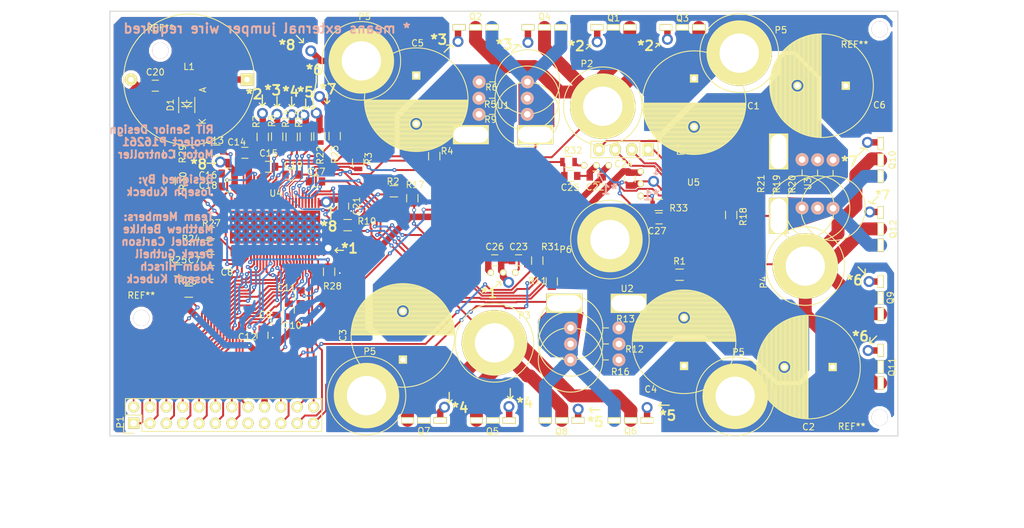
<source format=kicad_pcb>
(kicad_pcb (version 4) (host pcbnew 4.0.1-stable)
  (layers (0 F.Cu signal) (31 B.Cu signal) (34 B.Paste user) (35 F.Paste user) (36 B.SilkS user) (37 F.SilkS user) (38 B.Mask user) (39 F.Mask user) (44 Edge.Cuts user))
  (net 0 "")
  (net 1 +batt)
  (net 2 GND)
  (net 3 "Net-(C7-Pad1)")
  (net 4 "Net-(C8-Pad2)")
  (net 5 "Net-(C9-Pad1)")
  (net 6 "Net-(C10-Pad2)")
  (net 7 "Net-(C11-Pad2)")
  (net 8 "Net-(C12-Pad1)")
  (net 9 "Net-(C12-Pad2)")
  (net 10 "Net-(C13-Pad1)")
  (net 11 "Net-(C14-Pad1)")
  (net 12 "Net-(C14-Pad2)")
  (net 13 "Net-(C15-Pad1)")
  (net 14 /Gate-Driver/SH_A)
  (net 15 "Net-(C17-Pad1)")
  (net 16 /Gate-Driver/SH_C)
  (net 17 "Net-(C19-Pad1)")
  (net 18 /Gate-Driver/SH_B)
  (net 19 VCC)
  (net 20 /Gate-Driver/SCLK)
  (net 21 /Gate-Driver/VDD_SPI)
  (net 22 /Gate-Driver/SDO)
  (net 23 /Gate-Driver/EN_GATE)
  (net 24 /Gate-Driver/SDI)
  (net 25 /Gate-Driver/INH_A)
  (net 26 /Gate-Driver/nSCS)
  (net 27 /Gate-Driver/INL_A)
  (net 28 /Gate-Driver/nFault)
  (net 29 /Gate-Driver/INH_B)
  (net 30 /Gate-Driver/nOCTW)
  (net 31 /Gate-Driver/INL_B)
  (net 32 /Gate-Driver/INH_C)
  (net 33 "Net-(P1-Pad15)")
  (net 34 /Gate-Driver/INL_C)
  (net 35 "Net-(P1-Pad17)")
  (net 36 /Gate-Driver/DC_CAL)
  (net 37 "/power mosfets & current sensing/hall_1")
  (net 38 /Gate-Driver/REF)
  (net 39 "/power mosfets & current sensing/hall_2")
  (net 40 /Gate-Driver/S01)
  (net 41 "/power mosfets & current sensing/hall_3")
  (net 42 /Gate-Driver/S02)
  (net 43 "Net-(Q1-Pad1)")
  (net 44 /Gate-Driver/SL_A)
  (net 45 "Net-(Q2-Pad1)")
  (net 46 "Net-(Q5-Pad1)")
  (net 47 /Gate-Driver/SL_B)
  (net 48 "Net-(Q6-Pad1)")
  (net 49 "Net-(Q11-Pad1)")
  (net 50 /Gate-Driver/SL_C)
  (net 51 "Net-(Q10-Pad1)")
  (net 52 /Gate-Driver/SP2)
  (net 53 "/power mosfets & current sensing/SP3")
  (net 54 /Gate-Driver/SN2)
  (net 55 "/power mosfets & current sensing/SN3")
  (net 56 /Gate-Driver/SN1)
  (net 57 /Gate-Driver/SP1)
  (net 58 /Gate-Driver/GH_A)
  (net 59 /Gate-Driver/GL_A)
  (net 60 /Gate-Driver/GH_B)
  (net 61 /Gate-Driver/GL_B)
  (net 62 /Gate-Driver/GH_C)
  (net 63 /Gate-Driver/GL_C)
  (net 64 "Net-(R27-Pad1)")
  (net 65 "Net-(R28-Pad1)")
  (net 66 "Net-(R29-Pad2)")
  (net 67 "Net-(U4-Pad4)")
  (net 68 "Net-(U4-Pad55)")
  (net 69 "Net-(P7-Pad1)")
  (net 70 "Net-(P7-Pad2)")
  (net 71 "Net-(P7-Pad3)")
  (net 72 "Net-(P7-Pad4)")
  (net 73 "Net-(R31-Pad1)")
  (net 74 "Net-(R32-Pad1)")
  (net 75 "Net-(R33-Pad2)")
  (module Mounting_Holes:MountingHole_2-5mm (layer F.Cu) (at 95.25 102.1)
    (fp_text reference REF** (at 0 -3.50012) (layer F.SilkS))
    (fp_text value MountingHole_2-5mm)
    (pad 1 thru_hole circle (at 0 0) (size 2.5 2.5) (drill 2.5) (layers *.Cu Eco1.User))
  )
  (module Mounting_Holes:MountingHole_2-5mm (layer F.Cu) (at 98.2 60.6)
    (fp_text reference REF** (at 0 -3.50012) (layer F.SilkS))
    (fp_text value MountingHole_2-5mm)
    (pad 1 thru_hole circle (at 0 0) (size 2.5 2.5) (drill 2.5) (layers *.Cu Eco1.User))
  )
  (module Mounting_Holes:MountingHole_2-5mm (layer F.Cu) (at 209.85 57.3)
    (fp_text reference REF** (at -3.9 2.35) (layer F.SilkS))
    (fp_text value MountingHole_2-5mm)
    (pad 1 thru_hole circle (at 0 0) (size 2.5 2.5) (drill 2.5) (layers *.Cu Eco1.User))
  )
  (module Pin_Headers:Pin_Header_Straight_1x04 (layer F.Cu) (at 173.8969 75.958 270)
    (fp_text reference P7 (at 0 -5.1 270) (layer F.SilkS))
    (fp_text value CONN_01X04)
    (pad 1 thru_hole rect (at 0 0 270) (size 2.032 1.7272) (drill 1.016) (layers *.Cu *.Mask F.SilkS) (net 69 "Net-(P7-Pad1)"))
    (pad 2 thru_hole oval (at 0 2.54 270) (size 2.032 1.7272) (drill 1.016) (layers *.Cu *.Mask F.SilkS) (net 70 "Net-(P7-Pad2)"))
    (pad 3 thru_hole oval (at 0 5.08 270) (size 2.032 1.7272) (drill 1.016) (layers *.Cu *.Mask F.SilkS) (net 71 "Net-(P7-Pad3)"))
    (pad 4 thru_hole oval (at 0 7.62 270) (size 2.032 1.7272) (drill 1.016) (layers *.Cu *.Mask F.SilkS) (net 72 "Net-(P7-Pad4)"))
  )
  (module Connect:Banana_Jack_1Pin (layer F.Cu) (at 130.2 114.15)
    (fp_text reference P5 (at 0.508 -6.858) (layer F.SilkS))
    (fp_text value CONN_01X01)
    (pad 1 thru_hole circle (at 0 0) (size 10.16 10.16) (drill 6.096) (layers *.Cu *.Mask F.SilkS) (net 1 +batt))
  )
  (module Connect:Banana_Jack_1Pin (layer F.Cu) (at 187.4224 114.2612)
    (fp_text reference P5 (at 0.508 -6.858) (layer F.SilkS))
    (fp_text value CONN_01X01)
    (pad 1 thru_hole circle (at 0 0) (size 10.16 10.16) (drill 6.096) (layers *.Cu *.Mask F.SilkS) (net 1 +batt))
  )
  (module Connect:Banana_Jack_1Pin (layer F.Cu) (at 188.0447 60.9974)
    (fp_text reference P5 (at 6.4643 -3.5814) (layer F.SilkS))
    (fp_text value CONN_01X01)
    (pad 1 thru_hole circle (at 0 0) (size 10.16 10.16) (drill 6.096) (layers *.Cu *.Mask F.SilkS) (net 1 +batt))
  )
  (module Connect:Banana_Jack_1Pin (layer F.Cu) (at 129.4 62.2)
    (fp_text reference P5 (at 0.508 -6.858) (layer F.SilkS))
    (fp_text value CONN_01X01)
    (pad 1 thru_hole circle (at 0 0) (size 10.16 10.16) (drill 6.096) (layers *.Cu *.Mask F.SilkS) (net 1 +batt))
  )
  (module Capacitors_ThroughHole:C_Radial_D16_L30_P7.5 (layer F.Cu) (at 135.8477 108.5589 90)
    (fp_text reference C3 (at 3.75 -9.3 90) (layer F.SilkS))
    (fp_text value 470uF)
    (pad 1 thru_hole rect (at 0 0 90) (size 1.3 1.3) (drill 0.8) (layers *.Cu *.Mask F.SilkS) (net 1 +batt))
    (pad 2 thru_hole circle (at 7.5 0 90) (size 1.3 1.3) (drill 0.8) (layers *.Cu *.Mask F.SilkS) (net 2 GND))
  )
  (module Connect:Banana_Jack_1Pin (layer F.Cu) (at 150.059 105.9681 180)
    (fp_text reference P3 (at -4.6524 4.2665 180) (layer F.SilkS))
    (fp_text value to_motor_phase_2)
    (pad 1 thru_hole circle (at 0 0 180) (size 10.16 10.16) (drill 6.096) (layers *.Cu *.Mask F.SilkS) (net 18 /Gate-Driver/SH_B))
  )
  (module p16261:csd19505kcs (layer F.Cu) (at 139.1 118 180)
    (fp_text reference Q7 (at -0.0042 -1.639 180) (layer F.SilkS))
    (fp_text value csd19505kcs)
    (pad 3 thru_hole rect (at 2.54 0 180) (size 2 1) (drill oval 1.78 0.7) (layers *.Cu *.Mask F.SilkS) (net 18 /Gate-Driver/SH_B))
    (pad 2 thru_hole rect (at 0 0 180) (size 2 1) (drill oval 1.78 0.7) (layers *.Cu *.Mask F.SilkS) (net 1 +batt))
    (pad 1 thru_hole rect (at -2.54 0 180) (size 2 1) (drill oval 1.78 0.7) (layers *.Cu *.Mask F.SilkS) (net 46 "Net-(Q5-Pad1)"))
  )
  (module p16261:csd19505kcs (layer F.Cu) (at 149.8 118 180)
    (fp_text reference Q5 (at 0.0466 -1.6898 180) (layer F.SilkS))
    (fp_text value csd19505kcs)
    (pad 3 thru_hole rect (at 2.54 0 180) (size 2 1) (drill oval 1.78 0.7) (layers *.Cu *.Mask F.SilkS) (net 18 /Gate-Driver/SH_B))
    (pad 2 thru_hole rect (at 0 0 180) (size 2 1) (drill oval 1.78 0.7) (layers *.Cu *.Mask F.SilkS) (net 1 +batt))
    (pad 1 thru_hole rect (at -2.54 0 180) (size 2 1) (drill oval 1.78 0.7) (layers *.Cu *.Mask F.SilkS) (net 46 "Net-(Q5-Pad1)"))
  )
  (module p16261:csd19505kcs (layer F.Cu) (at 160.5 118 180)
    (fp_text reference Q8 (at 0.0466 -1.7279 180) (layer F.SilkS))
    (fp_text value csd19505kcs)
    (pad 3 thru_hole rect (at 2.54 0 180) (size 2 1) (drill oval 1.78 0.7) (layers *.Cu *.Mask F.SilkS) (net 47 /Gate-Driver/SL_B))
    (pad 2 thru_hole rect (at 0 0 180) (size 2 1) (drill oval 1.78 0.7) (layers *.Cu *.Mask F.SilkS) (net 18 /Gate-Driver/SH_B))
    (pad 1 thru_hole rect (at -2.54 0 180) (size 2 1) (drill oval 1.78 0.7) (layers *.Cu *.Mask F.SilkS) (net 48 "Net-(Q6-Pad1)"))
  )
  (module p16261:csd19505kcs (layer F.Cu) (at 171.2 118 180)
    (fp_text reference Q6 (at 0.0212 -1.6517 180) (layer F.SilkS))
    (fp_text value csd19505kcs)
    (pad 3 thru_hole rect (at 2.54 0 180) (size 2 1) (drill oval 1.78 0.7) (layers *.Cu *.Mask F.SilkS) (net 47 /Gate-Driver/SL_B))
    (pad 2 thru_hole rect (at 0 0 180) (size 2 1) (drill oval 1.78 0.7) (layers *.Cu *.Mask F.SilkS) (net 18 /Gate-Driver/SH_B))
    (pad 1 thru_hole rect (at -2.54 0 180) (size 2 1) (drill oval 1.78 0.7) (layers *.Cu *.Mask F.SilkS) (net 48 "Net-(Q6-Pad1)"))
  )
  (module Capacitors_ThroughHole:C_Radial_D16_L30_P7.5 (layer F.Cu) (at 179.4849 109.5495 90)
    (fp_text reference C4 (at -3.6195 -5.1689 180) (layer F.SilkS))
    (fp_text value 470uF)
    (pad 1 thru_hole rect (at 0 0 90) (size 1.3 1.3) (drill 0.8) (layers *.Cu *.Mask F.SilkS) (net 1 +batt))
    (pad 2 thru_hole circle (at 7.5 0 90) (size 1.3 1.3) (drill 0.8) (layers *.Cu *.Mask F.SilkS) (net 2 GND))
  )
  (module p16261:ADT7301 (layer F.Cu) (at 178.55 80.7)
    (fp_text reference U5 (at 2.4 0.35) (layer F.SilkS))
    (fp_text value ADT7301)
    (pad 1 smd rect (at -0.95 1.5) (size 0.5 1.2) (layers F.Cu F.Paste F.Mask) (net 2 GND))
    (pad 2 smd rect (at 0 1.5) (size 0.5 1.2) (layers F.Cu F.Paste F.Mask) (net 72 "Net-(P7-Pad4)"))
    (pad 3 smd rect (at 0.95 1.5) (size 0.5 1.2) (layers F.Cu F.Paste F.Mask) (net 19 VCC))
    (pad 4 smd rect (at 0.95 -1.5) (size 0.5 1.2) (layers F.Cu F.Paste F.Mask) (net 71 "Net-(P7-Pad3)"))
    (pad 5 smd rect (at 0 -1.5) (size 0.5 1.2) (layers F.Cu F.Paste F.Mask) (net 70 "Net-(P7-Pad2)"))
    (pad 6 smd rect (at -0.95 -1.5) (size 0.5 1.2) (layers F.Cu F.Paste F.Mask) (net 69 "Net-(P7-Pad1)"))
  )
  (module Capacitors_ThroughHole:C_Radial_D16_L30_P7.5 (layer F.Cu) (at 181.0343 64.9344 270)
    (fp_text reference C1 (at 4.2656 -9.2157 360) (layer F.SilkS))
    (fp_text value 470uF)
    (pad 1 thru_hole rect (at 0 0 270) (size 1.3 1.3) (drill 0.8) (layers *.Cu *.Mask F.SilkS) (net 1 +batt))
    (pad 2 thru_hole circle (at 7.5 0 270) (size 1.3 1.3) (drill 0.8) (layers *.Cu *.Mask F.SilkS) (net 2 GND))
  )
  (module Capacitors_ThroughHole:C_Radial_D16_L30_P7.5 (layer F.Cu) (at 202.5481 109.7146 180)
    (fp_text reference C2 (at 3.75 -9.3 180) (layer F.SilkS))
    (fp_text value 470uF)
    (pad 1 thru_hole rect (at 0 0 180) (size 1.3 1.3) (drill 0.8) (layers *.Cu *.Mask F.SilkS) (net 1 +batt))
    (pad 2 thru_hole circle (at 7.5 0 180) (size 1.3 1.3) (drill 0.8) (layers *.Cu *.Mask F.SilkS) (net 2 GND))
  )
  (module Capacitors_ThroughHole:C_Radial_D16_L30_P7.5 (layer F.Cu) (at 137.9178 64.4702 270)
    (fp_text reference C5 (at -5.0222 -0.2032 360) (layer F.SilkS))
    (fp_text value 470uF)
    (pad 1 thru_hole rect (at 0 0 270) (size 1.3 1.3) (drill 0.8) (layers *.Cu *.Mask F.SilkS) (net 1 +batt))
    (pad 2 thru_hole circle (at 7.5 0 270) (size 1.3 1.3) (drill 0.8) (layers *.Cu *.Mask F.SilkS) (net 2 GND))
  )
  (module Capacitors_ThroughHole:C_Radial_D16_L30_P7.5 (layer F.Cu) (at 204.5801 66.052 180)
    (fp_text reference C6 (at -5.2199 -2.998 180) (layer F.SilkS))
    (fp_text value 470uF)
    (pad 1 thru_hole rect (at 0 0 180) (size 1.3 1.3) (drill 0.8) (layers *.Cu *.Mask F.SilkS) (net 1 +batt))
    (pad 2 thru_hole circle (at 7.5 0 180) (size 1.3 1.3) (drill 0.8) (layers *.Cu *.Mask F.SilkS) (net 2 GND))
  )
  (module Capacitors_SMD:C_0805 (layer F.Cu) (at 106.0695 93.1157 180)
    (fp_text reference C7 (at 2.6195 0.0127 180) (layer F.SilkS))
    (fp_text value 10pF)
    (pad 1 smd rect (at -1 0 180) (size 1 1.25) (layers F.Cu F.Paste F.Mask) (net 3 "Net-(C7-Pad1)"))
    (pad 2 smd rect (at 1 0 180) (size 1 1.25) (layers F.Cu F.Paste F.Mask) (net 2 GND))
  )
  (module Capacitors_SMD:C_0805 (layer F.Cu) (at 105.9425 95.2493 180)
    (fp_text reference C8 (at -2.5875 0.2413 180) (layer F.SilkS))
    (fp_text value 0.01uF)
    (pad 1 smd rect (at -1 0 180) (size 1 1.25) (layers F.Cu F.Paste F.Mask) (net 3 "Net-(C7-Pad1)"))
    (pad 2 smd rect (at 1 0 180) (size 1 1.25) (layers F.Cu F.Paste F.Mask) (net 4 "Net-(C8-Pad2)"))
  )
  (module Capacitors_SMD:C_0805 (layer F.Cu) (at 116.2262 102.6374 270)
    (fp_text reference C9 (at -1.0254 1.7272 360) (layer F.SilkS))
    (fp_text value 2.2uF)
    (pad 1 smd rect (at -1 0 270) (size 1 1.25) (layers F.Cu F.Paste F.Mask) (net 5 "Net-(C9-Pad1)"))
    (pad 2 smd rect (at 1 0 270) (size 1 1.25) (layers F.Cu F.Paste F.Mask) (net 2 GND))
  )
  (module Capacitors_SMD:C_0805 (layer F.Cu) (at 118.1439 100.8787 90)
    (fp_text reference C10 (at -2.3843 0.5461 180) (layer F.SilkS))
    (fp_text value 1uF)
    (pad 1 smd rect (at -1 0 90) (size 1 1.25) (layers F.Cu F.Paste F.Mask) (net 2 GND))
    (pad 2 smd rect (at 1 0 90) (size 1 1.25) (layers F.Cu F.Paste F.Mask) (net 6 "Net-(C10-Pad2)"))
  )
  (module Capacitors_SMD:C_0805 (layer F.Cu) (at 119.9727 98.8213 90)
    (fp_text reference C11 (at 1.4003 -2.1717 180) (layer F.SilkS))
    (fp_text value 1uF)
    (pad 1 smd rect (at -1 0 90) (size 1 1.25) (layers F.Cu F.Paste F.Mask) (net 2 GND))
    (pad 2 smd rect (at 1 0 90) (size 1 1.25) (layers F.Cu F.Paste F.Mask) (net 7 "Net-(C11-Pad2)"))
  )
  (module Capacitors_SMD:C_0805 (layer F.Cu) (at 114.0545 104.7837 90)
    (fp_text reference C12 (at -0.2573 -2.3495 180) (layer F.SilkS))
    (fp_text value 0.022uF)
    (pad 1 smd rect (at -1 0 90) (size 1 1.25) (layers F.Cu F.Paste F.Mask) (net 8 "Net-(C12-Pad1)"))
    (pad 2 smd rect (at 1 0 90) (size 1 1.25) (layers F.Cu F.Paste F.Mask) (net 9 "Net-(C12-Pad2)"))
  )
  (module Capacitors_SMD:C_0805 (layer F.Cu) (at 106.9712 76.1104 180)
    (fp_text reference C13 (at 0.3462 1.5494 180) (layer F.SilkS))
    (fp_text value 0.47nF)
    (pad 1 smd rect (at -1 0 180) (size 1 1.25) (layers F.Cu F.Paste F.Mask) (net 10 "Net-(C13-Pad1)"))
    (pad 2 smd rect (at 1 0 180) (size 1 1.25) (layers F.Cu F.Paste F.Mask) (net 2 GND))
  )
  (module Capacitors_SMD:C_0805 (layer F.Cu) (at 111.3207 76.466)
    (fp_text reference C14 (at -1.2667 -1.651) (layer F.SilkS))
    (fp_text value 0.1uF)
    (pad 1 smd rect (at -1 0) (size 1 1.25) (layers F.Cu F.Paste F.Mask) (net 11 "Net-(C14-Pad1)"))
    (pad 2 smd rect (at 1 0) (size 1 1.25) (layers F.Cu F.Paste F.Mask) (net 12 "Net-(C14-Pad2)"))
  )
  (module Capacitors_SMD:C_0805 (layer F.Cu) (at 115.0037 78.6377)
    (fp_text reference C15 (at 0 -2.1) (layer F.SilkS))
    (fp_text value 0.1uF)
    (pad 1 smd rect (at -1 0) (size 1 1.25) (layers F.Cu F.Paste F.Mask) (net 13 "Net-(C15-Pad1)"))
    (pad 2 smd rect (at 1 0) (size 1 1.25) (layers F.Cu F.Paste F.Mask) (net 14 /Gate-Driver/SH_A))
  )
  (module Capacitors_SMD:C_0805 (layer F.Cu) (at 108.7172 79.6918 180)
    (fp_text reference C16 (at 3.1294 -0.242 180) (layer F.SilkS))
    (fp_text value DNP)
    (pad 1 smd rect (at -1 0 180) (size 1 1.25) (layers F.Cu F.Paste F.Mask) (net 1 +batt))
    (pad 2 smd rect (at 1 0 180) (size 1 1.25) (layers F.Cu F.Paste F.Mask) (net 2 GND))
  )
  (module Capacitors_SMD:C_0805 (layer F.Cu) (at 122.2874 80.8983)
    (fp_text reference C17 (at 0.0856 -1.5113) (layer F.SilkS))
    (fp_text value 0.1uF)
    (pad 1 smd rect (at -1 0) (size 1 1.25) (layers F.Cu F.Paste F.Mask) (net 15 "Net-(C17-Pad1)"))
    (pad 2 smd rect (at 1 0) (size 1 1.25) (layers F.Cu F.Paste F.Mask) (net 16 /Gate-Driver/SH_C))
  )
  (module Capacitors_SMD:C_0805 (layer F.Cu) (at 108.7238 81.6984 180)
    (fp_text reference C18 (at 3.1148 0.1524 180) (layer F.SilkS))
    (fp_text value 10uF)
    (pad 1 smd rect (at -1 0 180) (size 1 1.25) (layers F.Cu F.Paste F.Mask) (net 1 +batt))
    (pad 2 smd rect (at 1 0 180) (size 1 1.25) (layers F.Cu F.Paste F.Mask) (net 2 GND))
  )
  (module Capacitors_SMD:C_0805 (layer F.Cu) (at 118.6298 79.8569)
    (fp_text reference C19 (at 0.1872 -1.4859) (layer F.SilkS))
    (fp_text value 0.1uF)
    (pad 1 smd rect (at -1 0) (size 1 1.25) (layers F.Cu F.Paste F.Mask) (net 17 "Net-(C19-Pad1)"))
    (pad 2 smd rect (at 1 0) (size 1 1.25) (layers F.Cu F.Paste F.Mask) (net 18 /Gate-Driver/SH_B))
  )
  (module Capacitors_SMD:C_0805 (layer F.Cu) (at 97.4208 66.052)
    (fp_text reference C20 (at 0 -2.1) (layer F.SilkS))
    (fp_text value 22uF)
    (pad 1 smd rect (at -1 0) (size 1 1.25) (layers F.Cu F.Paste F.Mask) (net 19 VCC))
    (pad 2 smd rect (at 1 0) (size 1 1.25) (layers F.Cu F.Paste F.Mask) (net 2 GND))
  )
  (module Pin_Headers:Pin_Header_Straight_2x12 (layer F.Cu) (at 94.052 118.4395 90)
    (fp_text reference P1 (at 0.1644 -2.0786 90) (layer F.SilkS))
    (fp_text value CONN_02X12)
    (pad 1 thru_hole rect (at 0 0 90) (size 1.7272 1.7272) (drill 1.016) (layers *.Cu *.Mask F.SilkS) (net 20 /Gate-Driver/SCLK))
    (pad 2 thru_hole oval (at 2.54 0 90) (size 1.7272 1.7272) (drill 1.016) (layers *.Cu *.Mask F.SilkS) (net 21 /Gate-Driver/VDD_SPI))
    (pad 3 thru_hole oval (at 0 2.54 90) (size 1.7272 1.7272) (drill 1.016) (layers *.Cu *.Mask F.SilkS) (net 22 /Gate-Driver/SDO))
    (pad 4 thru_hole oval (at 2.54 2.54 90) (size 1.7272 1.7272) (drill 1.016) (layers *.Cu *.Mask F.SilkS) (net 23 /Gate-Driver/EN_GATE))
    (pad 5 thru_hole oval (at 0 5.08 90) (size 1.7272 1.7272) (drill 1.016) (layers *.Cu *.Mask F.SilkS) (net 24 /Gate-Driver/SDI))
    (pad 6 thru_hole oval (at 2.54 5.08 90) (size 1.7272 1.7272) (drill 1.016) (layers *.Cu *.Mask F.SilkS) (net 25 /Gate-Driver/INH_A))
    (pad 7 thru_hole oval (at 0 7.62 90) (size 1.7272 1.7272) (drill 1.016) (layers *.Cu *.Mask F.SilkS) (net 26 /Gate-Driver/nSCS))
    (pad 8 thru_hole oval (at 2.54 7.62 90) (size 1.7272 1.7272) (drill 1.016) (layers *.Cu *.Mask F.SilkS) (net 27 /Gate-Driver/INL_A))
    (pad 9 thru_hole oval (at 0 10.16 90) (size 1.7272 1.7272) (drill 1.016) (layers *.Cu *.Mask F.SilkS) (net 28 /Gate-Driver/nFault))
    (pad 10 thru_hole oval (at 2.54 10.16 90) (size 1.7272 1.7272) (drill 1.016) (layers *.Cu *.Mask F.SilkS) (net 29 /Gate-Driver/INH_B))
    (pad 11 thru_hole oval (at 0 12.7 90) (size 1.7272 1.7272) (drill 1.016) (layers *.Cu *.Mask F.SilkS) (net 30 /Gate-Driver/nOCTW))
    (pad 12 thru_hole oval (at 2.54 12.7 90) (size 1.7272 1.7272) (drill 1.016) (layers *.Cu *.Mask F.SilkS) (net 31 /Gate-Driver/INL_B))
    (pad 13 thru_hole oval (at 0 15.24 90) (size 1.7272 1.7272) (drill 1.016) (layers *.Cu *.Mask F.SilkS) (net 36 /Gate-Driver/DC_CAL))
    (pad 14 thru_hole oval (at 2.54 15.24 90) (size 1.7272 1.7272) (drill 1.016) (layers *.Cu *.Mask F.SilkS) (net 32 /Gate-Driver/INH_C))
    (pad 15 thru_hole oval (at 0 17.78 90) (size 1.7272 1.7272) (drill 1.016) (layers *.Cu *.Mask F.SilkS) (net 33 "Net-(P1-Pad15)"))
    (pad 16 thru_hole oval (at 2.54 17.78 90) (size 1.7272 1.7272) (drill 1.016) (layers *.Cu *.Mask F.SilkS) (net 34 /Gate-Driver/INL_C))
    (pad 17 thru_hole oval (at 0 20.32 90) (size 1.7272 1.7272) (drill 1.016) (layers *.Cu *.Mask F.SilkS) (net 35 "Net-(P1-Pad17)"))
    (pad 18 thru_hole oval (at 2.54 20.32 90) (size 1.7272 1.7272) (drill 1.016) (layers *.Cu *.Mask F.SilkS) (net 19 VCC))
    (pad 19 thru_hole oval (at 0 22.86 90) (size 1.7272 1.7272) (drill 1.016) (layers *.Cu *.Mask F.SilkS) (net 37 "/power mosfets & current sensing/hall_1"))
    (pad 20 thru_hole oval (at 2.54 22.86 90) (size 1.7272 1.7272) (drill 1.016) (layers *.Cu *.Mask F.SilkS) (net 38 /Gate-Driver/REF))
    (pad 21 thru_hole oval (at 0 25.4 90) (size 1.7272 1.7272) (drill 1.016) (layers *.Cu *.Mask F.SilkS) (net 39 "/power mosfets & current sensing/hall_2"))
    (pad 22 thru_hole oval (at 2.54 25.4 90) (size 1.7272 1.7272) (drill 1.016) (layers *.Cu *.Mask F.SilkS) (net 40 /Gate-Driver/S01))
    (pad 23 thru_hole oval (at 0 27.94 90) (size 1.7272 1.7272) (drill 1.016) (layers *.Cu *.Mask F.SilkS) (net 41 "/power mosfets & current sensing/hall_3"))
    (pad 24 thru_hole oval (at 2.54 27.94 90) (size 1.7272 1.7272) (drill 1.016) (layers *.Cu *.Mask F.SilkS) (net 42 /Gate-Driver/S02))
  )
  (module Connect:Banana_Jack_1Pin (layer F.Cu) (at 166.8611 69.2397)
    (fp_text reference P2 (at -2.4611 -6.5897) (layer F.SilkS))
    (fp_text value to_motor_phase_1)
    (pad 1 thru_hole circle (at 0 0) (size 10.16 10.16) (drill 6.096) (layers *.Cu *.Mask F.SilkS) (net 14 /Gate-Driver/SH_A))
  )
  (module Connect:Banana_Jack_1Pin (layer F.Cu) (at 198.3 94.05 270)
    (fp_text reference P4 (at 2.5153 6.4601 270) (layer F.SilkS))
    (fp_text value to_motor_phase_3)
    (pad 1 thru_hole circle (at 0 0 270) (size 10.16 10.16) (drill 6.096) (layers *.Cu *.Mask F.SilkS) (net 16 /Gate-Driver/SH_C))
  )
  (module Connect:Banana_Jack_1Pin (layer F.Cu) (at 167.9787 89.928)
    (fp_text reference P6 (at -6.8665 1.5628) (layer F.SilkS))
    (fp_text value CONN_01X01)
    (pad 1 thru_hole circle (at 0 0) (size 10.16 10.16) (drill 6.096) (layers *.Cu *.Mask F.SilkS) (net 2 GND))
  )
  (module p16261:csd19505kcs (layer F.Cu) (at 168.525 57)
    (fp_text reference Q1 (at 0.0296 -1.4598) (layer F.SilkS))
    (fp_text value csd19505kcs)
    (pad 3 thru_hole rect (at 2.54 0) (size 2 1) (drill oval 1.78 0.7) (layers *.Cu *.Mask F.SilkS) (net 14 /Gate-Driver/SH_A))
    (pad 2 thru_hole rect (at 0 0) (size 2 1) (drill oval 1.78 0.7) (layers *.Cu *.Mask F.SilkS) (net 1 +batt))
    (pad 1 thru_hole rect (at -2.54 0) (size 2 1) (drill oval 1.78 0.7) (layers *.Cu *.Mask F.SilkS) (net 43 "Net-(Q1-Pad1)"))
  )
  (module p16261:csd19505kcs (layer F.Cu) (at 147.125 57)
    (fp_text reference Q2 (at 0.0042 -1.6503) (layer F.SilkS))
    (fp_text value csd19505kcs)
    (pad 3 thru_hole rect (at 2.54 0) (size 2 1) (drill oval 1.78 0.7) (layers *.Cu *.Mask F.SilkS) (net 44 /Gate-Driver/SL_A))
    (pad 2 thru_hole rect (at 0 0) (size 2 1) (drill oval 1.78 0.7) (layers *.Cu *.Mask F.SilkS) (net 14 /Gate-Driver/SH_A))
    (pad 1 thru_hole rect (at -2.54 0) (size 2 1) (drill oval 1.78 0.7) (layers *.Cu *.Mask F.SilkS) (net 45 "Net-(Q2-Pad1)"))
  )
  (module p16261:csd19505kcs (layer F.Cu) (at 179.225 57)
    (fp_text reference Q3 (at 0.0169 -1.4217) (layer F.SilkS))
    (fp_text value csd19505kcs)
    (pad 3 thru_hole rect (at 2.54 0) (size 2 1) (drill oval 1.78 0.7) (layers *.Cu *.Mask F.SilkS) (net 14 /Gate-Driver/SH_A))
    (pad 2 thru_hole rect (at 0 0) (size 2 1) (drill oval 1.78 0.7) (layers *.Cu *.Mask F.SilkS) (net 1 +batt))
    (pad 1 thru_hole rect (at -2.54 0) (size 2 1) (drill oval 1.78 0.7) (layers *.Cu *.Mask F.SilkS) (net 43 "Net-(Q1-Pad1)"))
  )
  (module p16261:csd19505kcs (layer F.Cu) (at 157.825 57)
    (fp_text reference Q4 (at 0.0169 -1.6503) (layer F.SilkS))
    (fp_text value csd19505kcs)
    (pad 3 thru_hole rect (at 2.54 0) (size 2 1) (drill oval 1.78 0.7) (layers *.Cu *.Mask F.SilkS) (net 44 /Gate-Driver/SL_A))
    (pad 2 thru_hole rect (at 0 0) (size 2 1) (drill oval 1.78 0.7) (layers *.Cu *.Mask F.SilkS) (net 14 /Gate-Driver/SH_A))
    (pad 1 thru_hole rect (at -2.54 0) (size 2 1) (drill oval 1.78 0.7) (layers *.Cu *.Mask F.SilkS) (net 45 "Net-(Q2-Pad1)"))
  )
  (module p16261:csd19505kcs (layer F.Cu) (at 210 98.975 270)
    (fp_text reference Q9 (at -0.012 -1.5282 270) (layer F.SilkS))
    (fp_text value csd19505kcs)
    (pad 3 thru_hole rect (at 2.54 0 270) (size 2 1) (drill oval 1.78 0.7) (layers *.Cu *.Mask F.SilkS) (net 16 /Gate-Driver/SH_C))
    (pad 2 thru_hole rect (at 0 0 270) (size 2 1) (drill oval 1.78 0.7) (layers *.Cu *.Mask F.SilkS) (net 1 +batt))
    (pad 1 thru_hole rect (at -2.54 0 270) (size 2 1) (drill oval 1.78 0.7) (layers *.Cu *.Mask F.SilkS) (net 49 "Net-(Q11-Pad1)"))
  )
  (module p16261:csd19505kcs (layer F.Cu) (at 210 77.575 270)
    (fp_text reference Q10 (at 0.0007 -1.8076 270) (layer F.SilkS))
    (fp_text value csd19505kcs)
    (pad 3 thru_hole rect (at 2.54 0 270) (size 2 1) (drill oval 1.78 0.7) (layers *.Cu *.Mask F.SilkS) (net 50 /Gate-Driver/SL_C))
    (pad 2 thru_hole rect (at 0 0 270) (size 2 1) (drill oval 1.78 0.7) (layers *.Cu *.Mask F.SilkS) (net 16 /Gate-Driver/SH_C))
    (pad 1 thru_hole rect (at -2.54 0 270) (size 2 1) (drill oval 1.78 0.7) (layers *.Cu *.Mask F.SilkS) (net 51 "Net-(Q10-Pad1)"))
  )
  (module p16261:csd19505kcs (layer F.Cu) (at 210 109.675 270)
    (fp_text reference Q11 (at 0.0261 -1.7568 270) (layer F.SilkS))
    (fp_text value csd19505kcs)
    (pad 3 thru_hole rect (at 2.54 0 270) (size 2 1) (drill oval 1.78 0.7) (layers *.Cu *.Mask F.SilkS) (net 16 /Gate-Driver/SH_C))
    (pad 2 thru_hole rect (at 0 0 270) (size 2 1) (drill oval 1.78 0.7) (layers *.Cu *.Mask F.SilkS) (net 1 +batt))
    (pad 1 thru_hole rect (at -2.54 0 270) (size 2 1) (drill oval 1.78 0.7) (layers *.Cu *.Mask F.SilkS) (net 49 "Net-(Q11-Pad1)"))
  )
  (module p16261:csd19505kcs (layer F.Cu) (at 210 88.275 270)
    (fp_text reference Q12 (at 0.0261 -1.9346 270) (layer F.SilkS))
    (fp_text value csd19505kcs)
    (pad 3 thru_hole rect (at 2.54 0 270) (size 2 1) (drill oval 1.78 0.7) (layers *.Cu *.Mask F.SilkS) (net 50 /Gate-Driver/SL_C))
    (pad 2 thru_hole rect (at 0 0 270) (size 2 1) (drill oval 1.78 0.7) (layers *.Cu *.Mask F.SilkS) (net 16 /Gate-Driver/SH_C))
    (pad 1 thru_hole rect (at -2.54 0 270) (size 2 1) (drill oval 1.78 0.7) (layers *.Cu *.Mask F.SilkS) (net 51 "Net-(Q10-Pad1)"))
  )
  (module Resistors_SMD:R_0805 (layer F.Cu) (at 178.7889 95.389)
    (fp_text reference R1 (at 0 -2.1) (layer F.SilkS))
    (fp_text value DNP)
    (pad 1 smd rect (at -0.95 0) (size 0.7 1.3) (layers F.Cu F.Paste F.Mask) (net 52 /Gate-Driver/SP2))
    (pad 2 smd rect (at 0.95 0) (size 0.7 1.3) (layers F.Cu F.Paste F.Mask) (net 53 "/power mosfets & current sensing/SP3"))
  )
  (module Resistors_SMD:R_0805 (layer F.Cu) (at 134.4405 82.435)
    (fp_text reference R2 (at -0.1295 -1.524) (layer F.SilkS))
    (fp_text value DNP)
    (pad 1 smd rect (at -0.95 0) (size 0.7 1.3) (layers F.Cu F.Paste F.Mask) (net 54 /Gate-Driver/SN2))
    (pad 2 smd rect (at 0.95 0) (size 0.7 1.3) (layers F.Cu F.Paste F.Mask) (net 55 "/power mosfets & current sensing/SN3"))
  )
  (module Resistors_SMD:R_0805 (layer F.Cu) (at 128.9008 78.0179 270)
    (fp_text reference R3 (at -0.6629 -1.6002 270) (layer F.SilkS))
    (fp_text value 0R)
    (pad 1 smd rect (at -0.95 0 270) (size 0.7 1.3) (layers F.Cu F.Paste F.Mask) (net 44 /Gate-Driver/SL_A))
    (pad 2 smd rect (at 0.95 0 270) (size 0.7 1.3) (layers F.Cu F.Paste F.Mask) (net 56 /Gate-Driver/SN1))
  )
  (module Resistors_SMD:R_0805 (layer F.Cu) (at 140.71 76.99 270)
    (fp_text reference R4 (at -0.79 -1.99 360) (layer F.SilkS))
    (fp_text value 0R)
    (pad 1 smd rect (at -0.95 0 270) (size 0.7 1.3) (layers F.Cu F.Paste F.Mask) (net 2 GND))
    (pad 2 smd rect (at 0.95 0 270) (size 0.7 1.3) (layers F.Cu F.Paste F.Mask) (net 57 /Gate-Driver/SP1))
  )
  (module Resistors_SMD:R_0805 (layer F.Cu) (at 114.0926 74.0047 90)
    (fp_text reference R7 (at 2.3647 -0.9906 90) (layer F.SilkS))
    (fp_text value 10R)
    (pad 1 smd rect (at -0.95 0 90) (size 0.7 1.3) (layers F.Cu F.Paste F.Mask) (net 58 /Gate-Driver/GH_A))
    (pad 2 smd rect (at 0.95 0 90) (size 0.7 1.3) (layers F.Cu F.Paste F.Mask) (net 43 "Net-(Q1-Pad1)"))
  )
  (module Resistors_SMD:R_0805 (layer F.Cu) (at 116.3278 73.9412 90)
    (fp_text reference R8 (at 2.4282 -0.8128 90) (layer F.SilkS))
    (fp_text value 10R)
    (pad 1 smd rect (at -0.95 0 90) (size 0.7 1.3) (layers F.Cu F.Paste F.Mask) (net 59 /Gate-Driver/GL_A))
    (pad 2 smd rect (at 0.95 0 90) (size 0.7 1.3) (layers F.Cu F.Paste F.Mask) (net 45 "Net-(Q2-Pad1)"))
  )
  (module Resistors_SMD:R_0805 (layer F.Cu) (at 127.265 87.6928 180)
    (fp_text reference R10 (at -2.9862 0.6089 180) (layer F.SilkS))
    (fp_text value 0R)
    (pad 1 smd rect (at -0.95 0 180) (size 0.7 1.3) (layers F.Cu F.Paste F.Mask) (net 47 /Gate-Driver/SL_B))
    (pad 2 smd rect (at 0.95 0 180) (size 0.7 1.3) (layers F.Cu F.Paste F.Mask) (net 54 /Gate-Driver/SN2))
  )
  (module Resistors_SMD:R_0805 (layer F.Cu) (at 158.95 96.45 90)
    (fp_text reference R11 (at 0.1 -2.2 180) (layer F.SilkS))
    (fp_text value 0R)
    (pad 1 smd rect (at -0.95 0 90) (size 0.7 1.3) (layers F.Cu F.Paste F.Mask) (net 2 GND))
    (pad 2 smd rect (at 0.95 0 90) (size 0.7 1.3) (layers F.Cu F.Paste F.Mask) (net 52 /Gate-Driver/SP2))
  )
  (module Resistors_SMD:R_0805 (layer F.Cu) (at 118.5884 74.0124 90)
    (fp_text reference R14 (at 2.8804 -0.9144 90) (layer F.SilkS))
    (fp_text value 10R)
    (pad 1 smd rect (at -0.95 0 90) (size 0.7 1.3) (layers F.Cu F.Paste F.Mask) (net 60 /Gate-Driver/GH_B))
    (pad 2 smd rect (at 0.95 0 90) (size 0.7 1.3) (layers F.Cu F.Paste F.Mask) (net 46 "Net-(Q5-Pad1)"))
  )
  (module Resistors_SMD:R_0805 (layer F.Cu) (at 120.7728 73.9743 90)
    (fp_text reference R15 (at 2.8423 -1.0668 90) (layer F.SilkS))
    (fp_text value 10R)
    (pad 1 smd rect (at -0.95 0 90) (size 0.7 1.3) (layers F.Cu F.Paste F.Mask) (net 61 /Gate-Driver/GL_B))
    (pad 2 smd rect (at 0.95 0 90) (size 0.7 1.3) (layers F.Cu F.Paste F.Mask) (net 48 "Net-(Q6-Pad1)"))
  )
  (module Resistors_SMD:R_0805 (layer F.Cu) (at 137.3082 83.517 90)
    (fp_text reference R17 (at 2.098 0.4318 180) (layer F.SilkS))
    (fp_text value 0R)
    (pad 1 smd rect (at -0.95 0 90) (size 0.7 1.3) (layers F.Cu F.Paste F.Mask) (net 50 /Gate-Driver/SL_C))
    (pad 2 smd rect (at 0.95 0 90) (size 0.7 1.3) (layers F.Cu F.Paste F.Mask) (net 55 "/power mosfets & current sensing/SN3"))
  )
  (module Resistors_SMD:R_0805 (layer F.Cu) (at 186.8001 86.1282 270)
    (fp_text reference R18 (at 0.2438 -1.8669 270) (layer F.SilkS))
    (fp_text value 0R)
    (pad 1 smd rect (at -0.95 0 270) (size 0.7 1.3) (layers F.Cu F.Paste F.Mask) (net 2 GND))
    (pad 2 smd rect (at 0.95 0 270) (size 0.7 1.3) (layers F.Cu F.Paste F.Mask) (net 53 "/power mosfets & current sensing/SP3"))
  )
  (module Resistors_SMD:R_0805 (layer F.Cu) (at 122.8937 73.9235 90)
    (fp_text reference R22 (at -2.9235 0.1143 90) (layer F.SilkS))
    (fp_text value 10R)
    (pad 1 smd rect (at -0.95 0 90) (size 0.7 1.3) (layers F.Cu F.Paste F.Mask) (net 62 /Gate-Driver/GH_C))
    (pad 2 smd rect (at 0.95 0 90) (size 0.7 1.3) (layers F.Cu F.Paste F.Mask) (net 49 "Net-(Q11-Pad1)"))
  )
  (module Resistors_SMD:R_0805 (layer F.Cu) (at 125.2559 73.8727 90)
    (fp_text reference R23 (at -2.8473 0.0381 90) (layer F.SilkS))
    (fp_text value 10R)
    (pad 1 smd rect (at -0.95 0 90) (size 0.7 1.3) (layers F.Cu F.Paste F.Mask) (net 63 /Gate-Driver/GL_C))
    (pad 2 smd rect (at 0.95 0 90) (size 0.7 1.3) (layers F.Cu F.Paste F.Mask) (net 51 "Net-(Q10-Pad1)"))
  )
  (module Resistors_SMD:R_0805 (layer F.Cu) (at 105.8528 90.9186)
    (fp_text reference R24 (at -2.9108 -1.1176) (layer F.SilkS))
    (fp_text value 24.3k)
    (pad 1 smd rect (at -0.95 0) (size 0.7 1.3) (layers F.Cu F.Paste F.Mask) (net 4 "Net-(C8-Pad2)"))
    (pad 2 smd rect (at 0.95 0) (size 0.7 1.3) (layers F.Cu F.Paste F.Mask) (net 2 GND))
  )
  (module Resistors_SMD:R_0805 (layer F.Cu) (at 100.9633 94.7159)
    (fp_text reference R25 (at -0.0533 -1.6129) (layer F.SilkS))
    (fp_text value 10k)
    (pad 1 smd rect (at -0.95 0) (size 0.7 1.3) (layers F.Cu F.Paste F.Mask) (net 19 VCC))
    (pad 2 smd rect (at 0.95 0) (size 0.7 1.3) (layers F.Cu F.Paste F.Mask) (net 30 /Gate-Driver/nOCTW))
  )
  (module Resistors_SMD:R_0805 (layer F.Cu) (at 102.6143 98.0052)
    (fp_text reference R26 (at -0.1803 -1.6002) (layer F.SilkS))
    (fp_text value 10k)
    (pad 1 smd rect (at -0.95 0) (size 0.7 1.3) (layers F.Cu F.Paste F.Mask) (net 19 VCC))
    (pad 2 smd rect (at 0.95 0) (size 0.7 1.3) (layers F.Cu F.Paste F.Mask) (net 28 /Gate-Driver/nFault))
  )
  (module Resistors_SMD:R_0805 (layer F.Cu) (at 105.99 88.9374 180)
    (fp_text reference R27 (at -0.127 1.5494 180) (layer F.SilkS))
    (fp_text value 205k)
    (pad 1 smd rect (at -0.95 0 180) (size 0.7 1.3) (layers F.Cu F.Paste F.Mask) (net 64 "Net-(R27-Pad1)"))
    (pad 2 smd rect (at 0.95 0 180) (size 0.7 1.3) (layers F.Cu F.Paste F.Mask) (net 2 GND))
  )
  (module Resistors_SMD:R_0805 (layer F.Cu) (at 124.3923 94.9343 270)
    (fp_text reference R28 (at 2.2327 -0.5207 360) (layer F.SilkS))
    (fp_text value 0R)
    (pad 1 smd rect (at -0.95 0 270) (size 0.7 1.3) (layers F.Cu F.Paste F.Mask) (net 65 "Net-(R28-Pad1)"))
    (pad 2 smd rect (at 0.95 0 270) (size 0.7 1.3) (layers F.Cu F.Paste F.Mask) (net 2 GND))
  )
  (module Resistors_SMD:R_0805 (layer F.Cu) (at 99.5511 76.6463 270)
    (fp_text reference R29 (at 0 -2.1 270) (layer F.SilkS))
    (fp_text value 53.6k)
    (pad 1 smd rect (at -0.95 0 270) (size 0.7 1.3) (layers F.Cu F.Paste F.Mask) (net 19 VCC))
    (pad 2 smd rect (at 0.95 0 270) (size 0.7 1.3) (layers F.Cu F.Paste F.Mask) (net 66 "Net-(R29-Pad2)"))
  )
  (module Resistors_SMD:R_0805 (layer F.Cu) (at 99.64 80.8246 270)
    (fp_text reference R30 (at 0 -2.1 270) (layer F.SilkS))
    (fp_text value 10k)
    (pad 1 smd rect (at -0.95 0 270) (size 0.7 1.3) (layers F.Cu F.Paste F.Mask) (net 66 "Net-(R29-Pad2)"))
    (pad 2 smd rect (at 0.95 0 270) (size 0.7 1.3) (layers F.Cu F.Paste F.Mask) (net 2 GND))
  )
  (module p16261:DRV8301 (layer F.Cu) (at 116.0057 87.9999)
    (fp_text reference U4 (at 0.12 -5.25) (layer F.SilkS))
    (fp_text value DRV8301)
    (pad 1 smd rect (at -6.75 3.75) (size 0.3 1.55) (layers F.Cu F.Paste F.Mask) (net 64 "Net-(R27-Pad1)"))
    (pad 2 smd rect (at -6.25 3.75) (size 0.3 1.55) (layers F.Cu F.Paste F.Mask) (net 3 "Net-(C7-Pad1)"))
    (pad 3 smd rect (at -5.75 3.75) (size 0.3 1.55) (layers F.Cu F.Paste F.Mask) (net 66 "Net-(R29-Pad2)"))
    (pad 4 smd rect (at -5.25 3.75) (size 0.3 1.55) (layers F.Cu F.Paste F.Mask) (net 67 "Net-(U4-Pad4)"))
    (pad 5 smd rect (at -4.75 3.75) (size 0.3 1.55) (layers F.Cu F.Paste F.Mask) (net 30 /Gate-Driver/nOCTW))
    (pad 6 smd rect (at -4.25 3.75) (size 0.3 1.55) (layers F.Cu F.Paste F.Mask) (net 28 /Gate-Driver/nFault))
    (pad 7 smd rect (at -3.75 3.75) (size 0.3 1.55) (layers F.Cu F.Paste F.Mask) (net 65 "Net-(R28-Pad1)"))
    (pad 8 smd rect (at -3.25 3.75) (size 0.3 1.55) (layers F.Cu F.Paste F.Mask) (net 26 /Gate-Driver/nSCS))
    (pad 9 smd rect (at -2.75 3.75) (size 0.3 1.55) (layers F.Cu F.Paste F.Mask) (net 24 /Gate-Driver/SDI))
    (pad 10 smd rect (at -2.25 3.75) (size 0.3 1.55) (layers F.Cu F.Paste F.Mask) (net 22 /Gate-Driver/SDO))
    (pad 11 smd rect (at -1.75 3.75) (size 0.3 1.55) (layers F.Cu F.Paste F.Mask) (net 20 /Gate-Driver/SCLK))
    (pad 12 smd rect (at -1.25 3.75) (size 0.3 1.55) (layers F.Cu F.Paste F.Mask) (net 36 /Gate-Driver/DC_CAL))
    (pad 13 smd rect (at -0.75 3.75) (size 0.3 1.55) (layers F.Cu F.Paste F.Mask) (net 5 "Net-(C9-Pad1)"))
    (pad 14 smd rect (at -0.25 3.75) (size 0.3 1.55) (layers F.Cu F.Paste F.Mask) (net 8 "Net-(C12-Pad1)"))
    (pad 15 smd rect (at 0.25 3.75) (size 0.3 1.55) (layers F.Cu F.Paste F.Mask) (net 9 "Net-(C12-Pad2)"))
    (pad 16 smd rect (at 0.75 3.75) (size 0.3 1.55) (layers F.Cu F.Paste F.Mask) (net 23 /Gate-Driver/EN_GATE))
    (pad 17 smd rect (at 1.25 3.75) (size 0.3 1.55) (layers F.Cu F.Paste F.Mask) (net 25 /Gate-Driver/INH_A))
    (pad 18 smd rect (at 1.75 3.75) (size 0.3 1.55) (layers F.Cu F.Paste F.Mask) (net 27 /Gate-Driver/INL_A))
    (pad 19 smd rect (at 2.25 3.75) (size 0.3 1.55) (layers F.Cu F.Paste F.Mask) (net 29 /Gate-Driver/INH_B))
    (pad 20 smd rect (at 2.75 3.75) (size 0.3 1.55) (layers F.Cu F.Paste F.Mask) (net 31 /Gate-Driver/INL_B))
    (pad 21 smd rect (at 3.25 3.75) (size 0.3 1.55) (layers F.Cu F.Paste F.Mask) (net 32 /Gate-Driver/INH_C))
    (pad 22 smd rect (at 3.75 3.75) (size 0.3 1.55) (layers F.Cu F.Paste F.Mask) (net 34 /Gate-Driver/INL_C))
    (pad 23 smd rect (at 4.25 3.75) (size 0.3 1.55) (layers F.Cu F.Paste F.Mask) (net 6 "Net-(C10-Pad2)"))
    (pad 24 smd rect (at 4.75 3.75) (size 0.3 1.55) (layers F.Cu F.Paste F.Mask) (net 38 /Gate-Driver/REF))
    (pad 25 smd rect (at 5.25 3.75) (size 0.3 1.55) (layers F.Cu F.Paste F.Mask) (net 40 /Gate-Driver/S01))
    (pad 26 smd rect (at 5.75 3.75) (size 0.3 1.55) (layers F.Cu F.Paste F.Mask) (net 42 /Gate-Driver/S02))
    (pad 27 smd rect (at 6.25 3.75) (size 0.3 1.55) (layers F.Cu F.Paste F.Mask) (net 7 "Net-(C11-Pad2)"))
    (pad 28 smd rect (at 6.75 3.75) (size 0.3 1.55) (layers F.Cu F.Paste F.Mask) (net 2 GND))
    (pad 29 smd rect (at 6.75 -3.75) (size 0.3 1.55) (layers F.Cu F.Paste F.Mask) (net 1 +batt))
    (pad 30 smd rect (at 6.25 -3.75) (size 0.3 1.55) (layers F.Cu F.Paste F.Mask) (net 52 /Gate-Driver/SP2))
    (pad 31 smd rect (at 5.75 -3.75) (size 0.3 1.55) (layers F.Cu F.Paste F.Mask) (net 54 /Gate-Driver/SN2))
    (pad 32 smd rect (at 5.25 -3.75) (size 0.3 1.55) (layers F.Cu F.Paste F.Mask) (net 57 /Gate-Driver/SP1))
    (pad 33 smd rect (at 4.75 -3.75) (size 0.3 1.55) (layers F.Cu F.Paste F.Mask) (net 56 /Gate-Driver/SN1))
    (pad 34 smd rect (at 4.25 -3.75) (size 0.3 1.55) (layers F.Cu F.Paste F.Mask) (net 50 /Gate-Driver/SL_C))
    (pad 35 smd rect (at 3.75 -3.75) (size 0.3 1.55) (layers F.Cu F.Paste F.Mask) (net 63 /Gate-Driver/GL_C))
    (pad 36 smd rect (at 3.25 -3.75) (size 0.3 1.55) (layers F.Cu F.Paste F.Mask) (net 16 /Gate-Driver/SH_C))
    (pad 37 smd rect (at 2.75 -3.75) (size 0.3 1.55) (layers F.Cu F.Paste F.Mask) (net 62 /Gate-Driver/GH_C))
    (pad 38 smd rect (at 2.25 -3.75) (size 0.3 1.55) (layers F.Cu F.Paste F.Mask) (net 15 "Net-(C17-Pad1)"))
    (pad 39 smd rect (at 1.75 -3.75) (size 0.3 1.55) (layers F.Cu F.Paste F.Mask) (net 47 /Gate-Driver/SL_B))
    (pad 40 smd rect (at 1.25 -3.75) (size 0.3 1.55) (layers F.Cu F.Paste F.Mask) (net 61 /Gate-Driver/GL_B))
    (pad 41 smd rect (at 0.75 -3.75) (size 0.3 1.55) (layers F.Cu F.Paste F.Mask) (net 18 /Gate-Driver/SH_B))
    (pad 42 smd rect (at 0.25 -3.75) (size 0.3 1.55) (layers F.Cu F.Paste F.Mask) (net 60 /Gate-Driver/GH_B))
    (pad 43 smd rect (at -0.25 -3.75) (size 0.3 1.55) (layers F.Cu F.Paste F.Mask) (net 17 "Net-(C19-Pad1)"))
    (pad 44 smd rect (at -0.75 -3.75) (size 0.3 1.55) (layers F.Cu F.Paste F.Mask) (net 44 /Gate-Driver/SL_A))
    (pad 45 smd rect (at -1.25 -3.75) (size 0.3 1.55) (layers F.Cu F.Paste F.Mask) (net 59 /Gate-Driver/GL_A))
    (pad 46 smd rect (at -1.75 -3.75) (size 0.3 1.55) (layers F.Cu F.Paste F.Mask) (net 14 /Gate-Driver/SH_A))
    (pad 47 smd rect (at -2.25 -3.75) (size 0.3 1.55) (layers F.Cu F.Paste F.Mask) (net 58 /Gate-Driver/GH_A))
    (pad 48 smd rect (at -2.75 -3.75) (size 0.3 1.55) (layers F.Cu F.Paste F.Mask) (net 13 "Net-(C15-Pad1)"))
    (pad 49 smd rect (at -3.25 -3.75) (size 0.3 1.55) (layers F.Cu F.Paste F.Mask) (net 21 /Gate-Driver/VDD_SPI))
    (pad 50 smd rect (at -3.75 -3.75) (size 0.3 1.55) (layers F.Cu F.Paste F.Mask) (net 12 "Net-(C14-Pad2)"))
    (pad 51 smd rect (at -4.25 -3.75) (size 0.3 1.55) (layers F.Cu F.Paste F.Mask) (net 12 "Net-(C14-Pad2)"))
    (pad 52 smd rect (at -4.75 -3.75) (size 0.3 1.55) (layers F.Cu F.Paste F.Mask) (net 11 "Net-(C14-Pad1)"))
    (pad 53 smd rect (at -5.25 -3.75) (size 0.3 1.55) (layers F.Cu F.Paste F.Mask) (net 1 +batt))
    (pad 54 smd rect (at -5.75 -3.75) (size 0.3 1.55) (layers F.Cu F.Paste F.Mask) (net 1 +batt))
    (pad 55 smd rect (at -6.25 -3.75) (size 0.3 1.55) (layers F.Cu F.Paste F.Mask) (net 68 "Net-(U4-Pad55)"))
    (pad 56 smd rect (at -6.75 -3.75) (size 0.3 1.55) (layers F.Cu F.Paste F.Mask) (net 10 "Net-(C13-Pad1)"))
    (pad 57 smd rect (at 0 0) (size 14 5.1) (layers F.Cu) (net 2 GND))
    (pad 57 thru_hole circle (at -6.5 -1.95) (size 0.6 0.6) (drill 0.3) (layers *.Cu) (net 2 GND))
    (pad 57 thru_hole circle (at -6.5 -0.65) (size 0.6 0.6) (drill 0.3) (layers *.Cu) (net 2 GND))
    (pad 57 thru_hole circle (at -6.5 0.65) (size 0.6 0.6) (drill 0.3) (layers *.Cu) (net 2 GND))
    (pad 57 thru_hole circle (at -6.5 1.95) (size 0.6 0.6) (drill 0.3) (layers *.Cu) (net 2 GND))
    (pad 57 thru_hole circle (at -5.2 1.95) (size 0.6 0.6) (drill 0.3) (layers *.Cu) (net 2 GND))
    (pad 57 thru_hole circle (at -5.2 0.65) (size 0.6 0.6) (drill 0.3) (layers *.Cu) (net 2 GND))
    (pad 57 thru_hole circle (at -5.2 -0.65) (size 0.6 0.6) (drill 0.3) (layers *.Cu) (net 2 GND))
    (pad 57 thru_hole circle (at -5.2 -1.95) (size 0.6 0.6) (drill 0.3) (layers *.Cu) (net 2 GND))
    (pad 57 thru_hole circle (at -3.9 -1.95) (size 0.6 0.6) (drill 0.3) (layers *.Cu) (net 2 GND))
    (pad 57 thru_hole circle (at -3.9 -0.65) (size 0.6 0.6) (drill 0.3) (layers *.Cu) (net 2 GND))
    (pad 57 thru_hole circle (at -3.9 0.65) (size 0.6 0.6) (drill 0.3) (layers *.Cu) (net 2 GND))
    (pad 57 thru_hole circle (at -3.9 1.95) (size 0.6 0.6) (drill 0.3) (layers *.Cu) (net 2 GND))
    (pad 57 thru_hole circle (at -2.6 -1.95) (size 0.6 0.6) (drill 0.3) (layers *.Cu) (net 2 GND))
    (pad 57 thru_hole circle (at -1.3 -1.95) (size 0.6 0.6) (drill 0.3) (layers *.Cu) (net 2 GND))
    (pad 57 thru_hole circle (at 0 -1.95) (size 0.6 0.6) (drill 0.3) (layers *.Cu) (net 2 GND))
    (pad 57 thru_hole circle (at -2.6 -0.65) (size 0.6 0.6) (drill 0.3) (layers *.Cu) (net 2 GND))
    (pad 57 thru_hole circle (at -1.3 -0.65) (size 0.6 0.6) (drill 0.3) (layers *.Cu) (net 2 GND))
    (pad 57 thru_hole circle (at -2.6 0.65) (size 0.6 0.6) (drill 0.3) (layers *.Cu) (net 2 GND))
    (pad 57 thru_hole circle (at -1.3 0.65) (size 0.6 0.6) (drill 0.3) (layers *.Cu) (net 2 GND))
    (pad 57 thru_hole circle (at -2.6 1.95) (size 0.6 0.6) (drill 0.3) (layers *.Cu) (net 2 GND))
    (pad 57 thru_hole circle (at -1.3 1.95) (size 0.6 0.6) (drill 0.3) (layers *.Cu) (net 2 GND))
    (pad 57 thru_hole circle (at 0 1.95) (size 0.6 0.6) (drill 0.3) (layers *.Cu) (net 2 GND))
    (pad 57 thru_hole circle (at 0 0.65) (size 0.6 0.6) (drill 0.3) (layers *.Cu) (net 2 GND))
    (pad 57 thru_hole circle (at 0 -0.65) (size 0.6 0.6) (drill 0.3) (layers *.Cu) (net 2 GND))
    (pad 57 thru_hole circle (at 1.3 -1.95) (size 0.6 0.6) (drill 0.3) (layers *.Cu) (net 2 GND))
    (pad 57 thru_hole circle (at 1.3 -0.65) (size 0.6 0.6) (drill 0.3) (layers *.Cu) (net 2 GND))
    (pad 57 thru_hole circle (at 1.3 0.65) (size 0.6 0.6) (drill 0.3) (layers *.Cu) (net 2 GND))
    (pad 57 thru_hole circle (at 1.3 1.95) (size 0.6 0.6) (drill 0.3) (layers *.Cu) (net 2 GND))
    (pad 57 thru_hole circle (at 2.6 1.95) (size 0.6 0.6) (drill 0.3) (layers *.Cu) (net 2 GND))
    (pad 57 thru_hole circle (at 2.6 0.65) (size 0.6 0.6) (drill 0.3) (layers *.Cu) (net 2 GND))
    (pad 57 thru_hole circle (at 2.6 -0.65) (size 0.6 0.6) (drill 0.3) (layers *.Cu) (net 2 GND))
    (pad 57 thru_hole circle (at 2.6 -1.95) (size 0.6 0.6) (drill 0.3) (layers *.Cu) (net 2 GND))
    (pad 57 thru_hole circle (at 3.9 -1.95) (size 0.6 0.6) (drill 0.3) (layers *.Cu) (net 2 GND))
    (pad 57 thru_hole circle (at 3.9 -0.65) (size 0.6 0.6) (drill 0.3) (layers *.Cu) (net 2 GND))
    (pad 57 thru_hole circle (at 3.9 0.65) (size 0.6 0.6) (drill 0.3) (layers *.Cu) (net 2 GND))
    (pad 57 thru_hole circle (at 3.9 1.95) (size 0.6 0.6) (drill 0.3) (layers *.Cu) (net 2 GND))
    (pad 57 thru_hole circle (at 5.2 1.95) (size 0.6 0.6) (drill 0.3) (layers *.Cu) (net 2 GND))
    (pad 57 thru_hole circle (at 5.2 0.65) (size 0.6 0.6) (drill 0.3) (layers *.Cu) (net 2 GND))
    (pad 57 thru_hole circle (at 5.2 -0.65) (size 0.6 0.6) (drill 0.3) (layers *.Cu) (net 2 GND))
    (pad 57 thru_hole circle (at 5.2 -1.95) (size 0.6 0.6) (drill 0.3) (layers *.Cu) (net 2 GND))
    (pad 57 thru_hole circle (at 6.5 -1.95) (size 0.6 0.6) (drill 0.3) (layers *.Cu) (net 2 GND))
    (pad 57 thru_hole circle (at 6.5 -0.65) (size 0.6 0.6) (drill 0.3) (layers *.Cu) (net 2 GND))
    (pad 57 thru_hole circle (at 6.5 0.65) (size 0.6 0.6) (drill 0.3) (layers *.Cu) (net 2 GND))
    (pad 57 thru_hole circle (at 6.5 1.95) (size 0.6 0.6) (drill 0.3) (layers *.Cu) (net 2 GND))
  )
  (module Capacitors_SMD:C_0805 (layer F.Cu) (at 126.5767 84.737 270)
    (fp_text reference C21 (at 0 -2.1 270) (layer F.SilkS))
    (fp_text value 1uF)
    (pad 1 smd rect (at -1 0 270) (size 1 1.25) (layers F.Cu F.Paste F.Mask) (net 1 +batt))
    (pad 2 smd rect (at 1 0 270) (size 1 1.25) (layers F.Cu F.Paste F.Mask) (net 2 GND))
  )
  (module Resistors_ThroughHole:Resistor_Vertical_RM7.5mm (layer F.Cu) (at 151.4 68 180)
    (fp_text reference R5 (at 2 -0.95 180) (layer F.SilkS))
    (fp_text value .33R)
    (pad 1 thru_hole circle (at -3.74904 0 180) (size 1.99898 1.99898) (drill 1.00076) (layers *.Cu *.SilkS *.Mask) (net 44 /Gate-Driver/SL_A))
    (pad 2 thru_hole circle (at 3.75158 0 180) (size 1.99898 1.99898) (drill 1.00076) (layers *.Cu *.SilkS *.Mask) (net 2 GND))
  )
  (module Resistors_ThroughHole:Resistor_Vertical_RM7.5mm (layer F.Cu) (at 151.43096 65.46 180)
    (fp_text reference R6 (at 1.83096 -0.84 180) (layer F.SilkS))
    (fp_text value .33R)
    (pad 1 thru_hole circle (at -3.74904 0 180) (size 1.99898 1.99898) (drill 1.00076) (layers *.Cu *.SilkS *.Mask) (net 44 /Gate-Driver/SL_A))
    (pad 2 thru_hole circle (at 3.75158 0 180) (size 1.99898 1.99898) (drill 1.00076) (layers *.Cu *.SilkS *.Mask) (net 2 GND))
  )
  (module Resistors_ThroughHole:Resistor_Vertical_RM7.5mm (layer F.Cu) (at 151.41096 70.5 180)
    (fp_text reference R9 (at 1.96096 -0.8 180) (layer F.SilkS))
    (fp_text value .33R)
    (pad 1 thru_hole circle (at -3.74904 0 180) (size 1.99898 1.99898) (drill 1.00076) (layers *.Cu *.SilkS *.Mask) (net 44 /Gate-Driver/SL_A))
    (pad 2 thru_hole circle (at 3.75158 0 180) (size 1.99898 1.99898) (drill 1.00076) (layers *.Cu *.SilkS *.Mask) (net 2 GND))
  )
  (module Resistors_ThroughHole:Resistor_Vertical_RM7.5mm (layer F.Cu) (at 165.61904 106.1332)
    (fp_text reference R12 (at 6.18096 0.8168) (layer F.SilkS))
    (fp_text value .33R)
    (pad 1 thru_hole circle (at -3.74904 0) (size 1.99898 1.99898) (drill 1.00076) (layers *.Cu *.SilkS *.Mask) (net 47 /Gate-Driver/SL_B))
    (pad 2 thru_hole circle (at 3.75158 0) (size 1.99898 1.99898) (drill 1.00076) (layers *.Cu *.SilkS *.Mask) (net 2 GND))
  )
  (module Resistors_ThroughHole:Resistor_Vertical_RM7.5mm (layer F.Cu) (at 165.61904 103.644)
    (fp_text reference R13 (at 4.78096 -1.394) (layer F.SilkS))
    (fp_text value .33R)
    (pad 1 thru_hole circle (at -3.74904 0) (size 1.99898 1.99898) (drill 1.00076) (layers *.Cu *.SilkS *.Mask) (net 47 /Gate-Driver/SL_B))
    (pad 2 thru_hole circle (at 3.75158 0) (size 1.99898 1.99898) (drill 1.00076) (layers *.Cu *.SilkS *.Mask) (net 2 GND))
  )
  (module Resistors_ThroughHole:Resistor_Vertical_RM7.5mm (layer F.Cu) (at 165.61142 108.6097)
    (fp_text reference R16 (at 3.98858 1.8403) (layer F.SilkS))
    (fp_text value .33R)
    (pad 1 thru_hole circle (at -3.74904 0) (size 1.99898 1.99898) (drill 1.00076) (layers *.Cu *.SilkS *.Mask) (net 47 /Gate-Driver/SL_B))
    (pad 2 thru_hole circle (at 3.75158 0) (size 1.99898 1.99898) (drill 1.00076) (layers *.Cu *.SilkS *.Mask) (net 2 GND))
  )
  (module Resistors_ThroughHole:Resistor_Vertical_RM7.5mm (layer F.Cu) (at 200.2113 81.30216 90)
    (fp_text reference R19 (at 0 -6.35 90) (layer F.SilkS))
    (fp_text value .33R)
    (pad 1 thru_hole circle (at -3.74904 0 90) (size 1.99898 1.99898) (drill 1.00076) (layers *.Cu *.SilkS *.Mask) (net 50 /Gate-Driver/SL_C))
    (pad 2 thru_hole circle (at 3.75158 0 90) (size 1.99898 1.99898) (drill 1.00076) (layers *.Cu *.SilkS *.Mask) (net 2 GND))
  )
  (module Resistors_ThroughHole:Resistor_Vertical_RM7.5mm (layer F.Cu) (at 202.6116 81.32756 90)
    (fp_text reference R20 (at 0 -6.35 90) (layer F.SilkS))
    (fp_text value .33R)
    (pad 1 thru_hole circle (at -3.74904 0 90) (size 1.99898 1.99898) (drill 1.00076) (layers *.Cu *.SilkS *.Mask) (net 50 /Gate-Driver/SL_C))
    (pad 2 thru_hole circle (at 3.75158 0 90) (size 1.99898 1.99898) (drill 1.00076) (layers *.Cu *.SilkS *.Mask) (net 2 GND))
  )
  (module Resistors_ThroughHole:Resistor_Vertical_RM7.5mm (layer F.Cu) (at 197.7983 81.26406 90)
    (fp_text reference R21 (at 0 -6.35 90) (layer F.SilkS))
    (fp_text value .33R)
    (pad 1 thru_hole circle (at -3.74904 0 90) (size 1.99898 1.99898) (drill 1.00076) (layers *.Cu *.SilkS *.Mask) (net 50 /Gate-Driver/SL_C))
    (pad 2 thru_hole circle (at 3.75158 0 90) (size 1.99898 1.99898) (drill 1.00076) (layers *.Cu *.SilkS *.Mask) (net 2 GND))
  )
  (module p16261:ACS770xCB (layer F.Cu) (at 183.4595 81.2645 270)
    (fp_text reference U3 (at 0 -15.24 270) (layer F.SilkS))
    (fp_text value ACS770)
    (pad 2 thru_hole circle (at 0 10.7 270) (size 1 1) (drill 0.6) (layers *.Cu *.Mask F.SilkS) (net 2 GND))
    (pad 3 thru_hole circle (at 1.9 10.7 270) (size 1 1) (drill 0.6) (layers *.Cu *.Mask F.SilkS) (net 75 "Net-(R33-Pad2)"))
    (pad 1 thru_hole circle (at -1.91 10.7 270) (size 1 1) (drill 0.6) (layers *.Cu *.Mask F.SilkS) (net 19 VCC))
    (pad 4 thru_hole rect (at 5 -10.7 270) (size 5.6 3) (drill oval 5.4 2.5) (layers *.Cu *.Mask F.SilkS) (net 50 /Gate-Driver/SL_C))
    (pad 5 thru_hole rect (at -5 -10.7 270) (size 5.6 3) (drill oval 5.4 2.5) (layers *.Cu *.Mask F.SilkS) (net 2 GND))
  )
  (module p16261:ACS770xCB (layer F.Cu) (at 151.4 84.35)
    (fp_text reference U1 (at 0 -15.24) (layer F.SilkS))
    (fp_text value ACS770)
    (pad 2 thru_hole circle (at 0 10.7) (size 1 1) (drill 0.6) (layers *.Cu *.Mask F.SilkS) (net 2 GND))
    (pad 3 thru_hole circle (at 1.9 10.7) (size 1 1) (drill 0.6) (layers *.Cu *.Mask F.SilkS) (net 73 "Net-(R31-Pad1)"))
    (pad 1 thru_hole circle (at -1.91 10.7) (size 1 1) (drill 0.6) (layers *.Cu *.Mask F.SilkS) (net 19 VCC))
    (pad 4 thru_hole rect (at 5 -10.7) (size 5.6 3) (drill oval 5.4 2.5) (layers *.Cu *.Mask F.SilkS) (net 44 /Gate-Driver/SL_A))
    (pad 5 thru_hole rect (at -5 -10.7) (size 5.6 3) (drill oval 5.4 2.5) (layers *.Cu *.Mask F.SilkS) (net 2 GND))
  )
  (module p16261:ACS770xCB (layer F.Cu) (at 165.8853 89.1274 180)
    (fp_text reference U2 (at -4.7647 -8.4226 180) (layer F.SilkS))
    (fp_text value ACS770)
    (pad 2 thru_hole circle (at 0 10.7 180) (size 1 1) (drill 0.6) (layers *.Cu *.Mask F.SilkS) (net 2 GND))
    (pad 3 thru_hole circle (at 1.9 10.7 180) (size 1 1) (drill 0.6) (layers *.Cu *.Mask F.SilkS) (net 74 "Net-(R32-Pad1)"))
    (pad 1 thru_hole circle (at -1.91 10.7 180) (size 1 1) (drill 0.6) (layers *.Cu *.Mask F.SilkS) (net 19 VCC))
    (pad 4 thru_hole rect (at 5 -10.7 180) (size 5.6 3) (drill oval 5.4 2.5) (layers *.Cu *.Mask F.SilkS) (net 47 /Gate-Driver/SL_B))
    (pad 5 thru_hole rect (at -5 -10.7 180) (size 5.6 3) (drill oval 5.4 2.5) (layers *.Cu *.Mask F.SilkS) (net 2 GND))
  )
  (module Capacitors_SMD:C_0805 (layer F.Cu) (at 165.85 80.15 180)
    (fp_text reference C22 (at 0.15 -1.65 180) (layer F.SilkS))
    (fp_text value 0.1uF)
    (pad 1 smd rect (at -1 0 180) (size 1 1.25) (layers F.Cu F.Paste F.Mask) (net 19 VCC))
    (pad 2 smd rect (at 1 0 180) (size 1 1.25) (layers F.Cu F.Paste F.Mask) (net 2 GND))
  )
  (module Capacitors_SMD:C_0805 (layer F.Cu) (at 153.8 93.15)
    (fp_text reference C23 (at 0 -2.1) (layer F.SilkS))
    (fp_text value 0.047uF)
    (pad 1 smd rect (at -1 0) (size 1 1.25) (layers F.Cu F.Paste F.Mask) (net 2 GND))
    (pad 2 smd rect (at 1 0) (size 1 1.25) (layers F.Cu F.Paste F.Mask) (net 37 "/power mosfets & current sensing/hall_1"))
  )
  (module Capacitors_SMD:C_0805 (layer F.Cu) (at 171.05 80.55 270)
    (fp_text reference C24 (at -2.35 0.95 360) (layer F.SilkS))
    (fp_text value 0.1uF)
    (pad 1 smd rect (at -1 0 270) (size 1 1.25) (layers F.Cu F.Paste F.Mask) (net 19 VCC))
    (pad 2 smd rect (at 1 0 270) (size 1 1.25) (layers F.Cu F.Paste F.Mask) (net 2 GND))
  )
  (module Capacitors_SMD:C_0805 (layer F.Cu) (at 161.9 80.05 180)
    (fp_text reference C25 (at 0.1 -1.8 180) (layer F.SilkS))
    (fp_text value 0.047uF)
    (pad 1 smd rect (at -1 0 180) (size 1 1.25) (layers F.Cu F.Paste F.Mask) (net 2 GND))
    (pad 2 smd rect (at 1 0 180) (size 1 1.25) (layers F.Cu F.Paste F.Mask) (net 39 "/power mosfets & current sensing/hall_2"))
  )
  (module Capacitors_SMD:C_0805 (layer F.Cu) (at 150.1 93.15)
    (fp_text reference C26 (at 0 -2.1) (layer F.SilkS))
    (fp_text value 0.1uF)
    (pad 1 smd rect (at -1 0) (size 1 1.25) (layers F.Cu F.Paste F.Mask) (net 19 VCC))
    (pad 2 smd rect (at 1 0) (size 1 1.25) (layers F.Cu F.Paste F.Mask) (net 2 GND))
  )
  (module Capacitors_SMD:C_0805 (layer F.Cu) (at 175.6 86.65)
    (fp_text reference C27 (at -0.3 1.95) (layer F.SilkS))
    (fp_text value 0.047uF)
    (pad 1 smd rect (at -1 0) (size 1 1.25) (layers F.Cu F.Paste F.Mask) (net 2 GND))
    (pad 2 smd rect (at 1 0) (size 1 1.25) (layers F.Cu F.Paste F.Mask) (net 41 "/power mosfets & current sensing/hall_3"))
  )
  (module Resistors_SMD:R_0805 (layer F.Cu) (at 156.7 93.2 270)
    (fp_text reference R31 (at -2.15 -2.05 360) (layer F.SilkS))
    (fp_text value 100R)
    (pad 1 smd rect (at -0.95 0 270) (size 0.7 1.3) (layers F.Cu F.Paste F.Mask) (net 73 "Net-(R31-Pad1)"))
    (pad 2 smd rect (at 0.95 0 270) (size 0.7 1.3) (layers F.Cu F.Paste F.Mask) (net 37 "/power mosfets & current sensing/hall_1"))
  )
  (module Resistors_SMD:R_0805 (layer F.Cu) (at 161.55 77.9 180)
    (fp_text reference R32 (at -0.7 1.8 180) (layer F.SilkS))
    (fp_text value 100R)
    (pad 1 smd rect (at -0.95 0 180) (size 0.7 1.3) (layers F.Cu F.Paste F.Mask) (net 74 "Net-(R32-Pad1)"))
    (pad 2 smd rect (at 0.95 0 180) (size 0.7 1.3) (layers F.Cu F.Paste F.Mask) (net 39 "/power mosfets & current sensing/hall_2"))
  )
  (module Resistors_SMD:R_0805 (layer F.Cu) (at 175.55 84.55 180)
    (fp_text reference R33 (at -3.1 -0.5 180) (layer F.SilkS))
    (fp_text value 100R)
    (pad 1 smd rect (at -0.95 0 180) (size 0.7 1.3) (layers F.Cu F.Paste F.Mask) (net 41 "/power mosfets & current sensing/hall_3"))
    (pad 2 smd rect (at 0.95 0 180) (size 0.7 1.3) (layers F.Cu F.Paste F.Mask) (net 75 "Net-(R33-Pad2)"))
  )
  (module p16261:B220A-13-F (layer F.Cu) (at 102.3 69.05 90)
    (fp_text reference D1 (at 0 -2.54 90) (layer F.SilkS))
    (fp_text value D)
    (fp_text user K (at -2.55 2.45 90) (layer F.SilkS))
    (fp_text user A (at 2.35 2.5 90) (layer F.SilkS))
    (pad 1 smd rect (at -2 0 90) (size 2.5 1.7) (layers F.Cu F.Paste F.Mask) (net 12 "Net-(C14-Pad2)"))
    (pad 2 smd rect (at 2 0 90) (size 2.5 1.7) (layers F.Cu F.Paste F.Mask) (net 2 GND))
  )
  (module p16261:PHC-27-683 (layer F.Cu) (at 102.65 65.1 180)
    (fp_text reference L1 (at 0 1.99898 180) (layer F.SilkS))
    (fp_text value 68uH)
    (pad 1 thru_hole rect (at -9 0 180) (size 1.905 1.905) (drill 0.8128) (layers *.Cu *.Mask F.SilkS) (net 12 "Net-(C14-Pad2)"))
    (pad 2 thru_hole circle (at 9 0 180) (size 1.905 1.905) (drill 0.8128) (layers *.Cu *.Mask F.SilkS) (net 19 VCC))
  )
  (module Mounting_Holes:MountingHole_2-5mm (layer F.Cu) (at 209.85 117.55)
    (fp_text reference REF** (at -4.35 1.4) (layer F.SilkS))
    (fp_text value MountingHole_2-5mm)
    (pad 1 thru_hole circle (at 0 0) (size 2.5 2.5) (drill 2.5) (layers *.Cu Eco1.User))
  )
  (gr_text "RIT Senior Design\nProject P16261\nMotor Controller\n\nDesigned By:\nJoseph Kubeck\n\nTeam Members:\nMatthew Behlke\nSamuel Carlson\nDerek Gutheil\nAdam Hirsch\nJoseph Kubeck" (at 106.65 84.45) (layer B.SilkS) (effects (font (size 1.2 1.2) (thickness 0.3)) (justify left mirror)))
  (gr_text *8 (at 117.85 59.75) (layer F.SilkS) (effects (font (size 1.5 1.5) (thickness 0.3))))
  (gr_line (start 120.385 59.35) (end 119.75 59.35) (layer F.SilkS) (width 0.2))
  (gr_line (start 120.4 58.7539) (end 120.4 59.3) (layer F.SilkS) (width 0.2))
  (gr_line (start 119.2959 58.2459) (end 120.35 59.3) (layer F.SilkS) (width 0.2))
  (gr_text *8 (at 104.14 78.2447) (layer F.SilkS) (effects (font (size 1.5 1.5) (thickness 0.3))))
  (gr_line (start 106.7689 78.0796) (end 106.3879 78.4606) (layer F.SilkS) (width 0.2))
  (gr_line (start 106.3879 77.6986) (end 106.7689 78.0796) (layer F.SilkS) (width 0.2))
  (gr_line (start 106.7689 78.0796) (end 106.3879 77.6986) (layer F.SilkS) (width 0.2))
  (gr_line (start 105.4354 78.0796) (end 106.7689 78.0796) (layer F.SilkS) (width 0.2))
  (gr_text *8 (at 124.3584 87.8967) (layer F.SilkS) (effects (font (size 1.5 1.5) (thickness 0.3))))
  (gr_line (start 124.6632 84.8106) (end 124.9934 85.1408) (layer F.SilkS) (width 0.2))
  (gr_line (start 124.333 85.1408) (end 124.6632 84.8106) (layer F.SilkS) (width 0.2))
  (gr_line (start 124.6632 84.8106) (end 124.333 85.1408) (layer F.SilkS) (width 0.2))
  (gr_line (start 124.6632 86.7664) (end 124.6632 84.8106) (layer F.SilkS) (width 0.2))
  (gr_text *7 (at 124.206 66.5988) (layer F.SilkS) (effects (font (size 1.5 1.5) (thickness 0.3))))
  (gr_text *7 (at 210.3 83) (layer F.SilkS) (effects (font (size 1.3 1.3) (thickness 0.25))))
  (gr_text *7 (at 205.1423 77.8392) (layer F.SilkS) (effects (font (size 1.5 1.5) (thickness 0.3))))
  (gr_line (start 207.5934 75.7437) (end 206.8314 75.7437) (layer F.SilkS) (width 0.2))
  (gr_line (start 207.9744 76.1247) (end 207.5934 75.7437) (layer F.SilkS) (width 0.2))
  (gr_line (start 207.5934 75.7437) (end 207.9744 76.1247) (layer F.SilkS) (width 0.2))
  (gr_line (start 206.4885 76.8486) (end 207.5934 75.7437) (layer F.SilkS) (width 0.2))
  (gr_text *6 (at 205.9 96.25) (layer F.SilkS) (effects (font (size 1.5 1.5) (thickness 0.3))))
  (gr_text *6 (at 206.85 104.95) (layer F.SilkS) (effects (font (size 1.5 1.5) (thickness 0.3))))
  (gr_line (start 209.610832 83.244904) (end 208.505932 84.349804) (layer F.SilkS) (width 0.2))
  (gr_line (start 208.124932 83.968804) (end 208.505932 84.349804) (layer F.SilkS) (width 0.2))
  (gr_line (start 208.505932 84.349804) (end 209.267932 84.349804) (layer F.SilkS) (width 0.2))
  (gr_line (start 208.505932 84.349804) (end 208.124932 83.968804) (layer F.SilkS) (width 0.2))
  (gr_line (start 206.491409 94.176285) (end 207.596309 95.281185) (layer F.SilkS) (width 0.2))
  (gr_line (start 207.215309 95.662185) (end 207.596309 95.281185) (layer F.SilkS) (width 0.2))
  (gr_line (start 207.596309 95.281185) (end 207.596309 94.519185) (layer F.SilkS) (width 0.2))
  (gr_line (start 207.596309 95.281185) (end 207.215309 95.662185) (layer F.SilkS) (width 0.2))
  (gr_line (start 208.3 106) (end 208.9487 106.1116) (layer F.SilkS) (width 0.2))
  (gr_line (start 208.35 105.15) (end 208.3 105.95) (layer F.SilkS) (width 0.2))
  (gr_line (start 209.3678 104.9051) (end 208.3 105.95) (layer F.SilkS) (width 0.2))
  (gr_text *6 (at 122.0724 63.5762) (layer F.SilkS) (effects (font (size 1.5 1.5) (thickness 0.3))))
  (gr_line (start 122.3899 65.4685) (end 122.3899 64.516) (layer F.SilkS) (width 0.2))
  (gr_line (start 121.92 68.0974) (end 122.3899 65.4685) (layer F.SilkS) (width 0.2))
  (gr_line (start 121.92 69.6976) (end 122.3518 69.2658) (layer F.SilkS) (width 0.2))
  (gr_line (start 122.3518 69.2658) (end 121.9073 69.7103) (layer F.SilkS) (width 0.2))
  (gr_line (start 121.9073 69.7103) (end 121.5009 69.3039) (layer F.SilkS) (width 0.2))
  (gr_line (start 121.92 68.0974) (end 121.92 69.6976) (layer F.SilkS) (width 0.2))
  (gr_text *5 (at 165.7 118.25) (layer F.SilkS) (effects (font (size 1.5 1.5) (thickness 0.3))))
  (gr_text *5 (at 176.95 117.25) (layer F.SilkS) (effects (font (size 1.5 1.5) (thickness 0.3))))
  (gr_line (start 177.177356 115.634318) (end 175.577156 115.634318) (layer F.SilkS) (width 0.2))
  (gr_line (start 176.008956 116.066118) (end 175.564456 115.621618) (layer F.SilkS) (width 0.2))
  (gr_line (start 175.577156 115.634318) (end 176.008956 116.066118) (layer F.SilkS) (width 0.2))
  (gr_line (start 175.564456 115.621618) (end 175.970856 115.215218) (layer F.SilkS) (width 0.2))
  (gr_line (start 166.397358 116.3579) (end 164.797158 116.3579) (layer F.SilkS) (width 0.2))
  (gr_line (start 165.228958 116.7897) (end 164.784458 116.3452) (layer F.SilkS) (width 0.2))
  (gr_line (start 164.797158 116.3579) (end 165.228958 116.7897) (layer F.SilkS) (width 0.2))
  (gr_line (start 164.784458 116.3452) (end 165.190858 115.9388) (layer F.SilkS) (width 0.2))
  (gr_text *5 (at 120.7008 67.056) (layer F.SilkS) (effects (font (size 1.5 1.5) (thickness 0.3))))
  (gr_line (start 120.7516 69.723) (end 120.3452 69.3166) (layer F.SilkS) (width 0.2))
  (gr_line (start 121.1961 69.2785) (end 120.7516 69.723) (layer F.SilkS) (width 0.2))
  (gr_line (start 120.7643 68.1101) (end 120.7643 69.7103) (layer F.SilkS) (width 0.2))
  (gr_line (start 120.7643 69.7103) (end 121.1961 69.2785) (layer F.SilkS) (width 0.2))
  (gr_text *4 (at 154.75 115.3) (layer F.SilkS) (effects (font (size 1.5 1.5) (thickness 0.3))))
  (gr_text *4 (at 144.7 116.05) (layer F.SilkS) (effects (font (size 1.5 1.5) (thickness 0.3))))
  (gr_line (start 152.5146 114.6605) (end 152.9464 114.2287) (layer F.SilkS) (width 0.2))
  (gr_line (start 152.9464 114.2287) (end 152.5019 114.6732) (layer F.SilkS) (width 0.2))
  (gr_line (start 152.5019 114.6732) (end 152.0955 114.2668) (layer F.SilkS) (width 0.2))
  (gr_line (start 152.5146 113.0603) (end 152.5146 114.6605) (layer F.SilkS) (width 0.2))
  (gr_line (start 143.0359 115.2597) (end 143.4677 114.8279) (layer F.SilkS) (width 0.2))
  (gr_line (start 143.4677 114.8279) (end 143.0232 115.2724) (layer F.SilkS) (width 0.2))
  (gr_line (start 143.0232 115.2724) (end 142.6168 114.866) (layer F.SilkS) (width 0.2))
  (gr_line (start 143.0359 113.6595) (end 143.0359 115.2597) (layer F.SilkS) (width 0.2))
  (gr_text *4 (at 118.4148 66.9798) (layer F.SilkS) (effects (font (size 1.5 1.5) (thickness 0.3))))
  (gr_line (start 118.5799 67.7672) (end 118.5799 69.3674) (layer F.SilkS) (width 0.2))
  (gr_line (start 119.0117 68.9356) (end 118.5672 69.3801) (layer F.SilkS) (width 0.2))
  (gr_line (start 118.5799 69.3674) (end 119.0117 68.9356) (layer F.SilkS) (width 0.2))
  (gr_line (start 118.5672 69.3801) (end 118.1608 68.9737) (layer F.SilkS) (width 0.2))
  (gr_text *3 (at 151.55 59.65) (layer F.SilkS) (effects (font (size 1.5 1.5) (thickness 0.3))))
  (gr_line (start 153.8382 59.6819) (end 154.2192 60.0629) (layer F.SilkS) (width 0.2))
  (gr_line (start 154.2192 60.0629) (end 153.8382 59.6819) (layer F.SilkS) (width 0.2))
  (gr_line (start 152.7333 60.7868) (end 153.8382 59.6819) (layer F.SilkS) (width 0.2))
  (gr_line (start 153.8382 59.6819) (end 153.0762 59.6819) (layer F.SilkS) (width 0.2))
  (gr_text *3 (at 141.4 58.9) (layer F.SilkS) (effects (font (size 1.5 1.5) (thickness 0.3))))
  (gr_line (start 143.3587 59.7486) (end 142.5967 59.7486) (layer F.SilkS) (width 0.2))
  (gr_line (start 143.7397 60.1296) (end 143.3587 59.7486) (layer F.SilkS) (width 0.2))
  (gr_line (start 143.3587 59.7486) (end 143.7397 60.1296) (layer F.SilkS) (width 0.2))
  (gr_line (start 142.2538 60.8535) (end 143.3587 59.7486) (layer F.SilkS) (width 0.2))
  (gr_text *3 (at 115.6335 66.7639) (layer F.SilkS) (effects (font (size 1.5 1.5) (thickness 0.3))))
  (gr_line (start 116.2939 69.3674) (end 115.8875 68.961) (layer F.SilkS) (width 0.2))
  (gr_line (start 116.7384 68.9229) (end 116.2939 69.3674) (layer F.SilkS) (width 0.2))
  (gr_line (start 116.3066 69.3547) (end 116.7384 68.9229) (layer F.SilkS) (width 0.2))
  (gr_line (start 116.3066 67.7545) (end 116.3066 69.3547) (layer F.SilkS) (width 0.2))
  (gr_line (start 124.0536 68.8213) (end 123.6472 68.4149) (layer F.SilkS) (width 0.2))
  (gr_line (start 124.4981 68.3768) (end 124.0536 68.8213) (layer F.SilkS) (width 0.2))
  (gr_line (start 124.0663 68.8086) (end 124.4981 68.3768) (layer F.SilkS) (width 0.2))
  (gr_line (start 124.0663 67.2084) (end 124.0663 68.8086) (layer F.SilkS) (width 0.2))
  (gr_text *2 (at 173.5 59.85) (layer F.SilkS) (effects (font (size 1.5 1.5) (thickness 0.3))))
  (gr_line (start 175.656572 59.545008) (end 175.656572 59.900608) (layer F.SilkS) (width 0.2))
  (gr_line (start 175.056572 60.100608) (end 175.615372 59.541808) (layer F.SilkS) (width 0.2))
  (gr_line (start 175.575672 59.500608) (end 175.156572 59.500608) (layer F.SilkS) (width 0.2))
  (gr_text *2 (at 162.75 59.9) (layer F.SilkS) (effects (font (size 1.5 1.5) (thickness 0.3))))
  (gr_line (start 164.8691 59.7) (end 164.45 59.7) (layer F.SilkS) (width 0.2))
  (gr_line (start 164.95 60.1) (end 164.95 59.7571) (layer F.SilkS) (width 0.2))
  (gr_line (start 164.2912 60.3588) (end 164.85 59.8) (layer F.SilkS) (width 0.2))
  (gr_text *2 (at 112.7252 67.3735) (layer F.SilkS) (effects (font (size 1.5 1.5) (thickness 0.3))))
  (gr_line (start 114.0333 69.215) (end 113.5634 68.7451) (layer F.SilkS) (width 0.2))
  (gr_line (start 114.5032 68.7451) (end 114.0333 69.215) (layer F.SilkS) (width 0.2))
  (gr_line (start 114.0333 69.215) (end 114.5032 68.7451) (layer F.SilkS) (width 0.2))
  (gr_line (start 114.0333 67.4878) (end 114.0333 69.215) (layer F.SilkS) (width 0.2))
  (gr_line (start 114.0333 69.215) (end 114.0333 67.4878) (layer F.SilkS) (width 0.2))
  (gr_text *1 (at 127.55 91.3) (layer F.SilkS) (effects (font (size 1.5 1.5) (thickness 0.3))))
  (gr_line (start 125.3198 91.6198) (end 125.65 91.95) (layer F.SilkS) (width 0.2))
  (gr_line (start 125.7 91.2368) (end 125.3571 91.5797) (layer F.SilkS) (width 0.2))
  (gr_line (start 126.6 91.6) (end 125.3427 91.6) (layer F.SilkS) (width 0.2))
  (gr_text *1 (at 149.1869 98.2091) (layer F.SilkS) (effects (font (size 1.5 1.5) (thickness 0.3))))
  (gr_line (start 151.0017 96.45) (end 150.45 96.45) (layer F.SilkS) (width 0.2))
  (gr_line (start 151.05 96.4761) (end 151.05 97.1) (layer F.SilkS) (width 0.2))
  (gr_line (start 150.15 97.3) (end 150.9915 96.5085) (layer F.SilkS) (width 0.2))
  (gr_line (start 166.2523 79.65) (end 166.9 79.65) (layer B.SilkS) (width 0.2))
  (gr_line (start 166.1 80.3469) (end 166.1 79.75) (layer B.SilkS) (width 0.2))
  (gr_line (start 166.9 80.95) (end 166.2046 79.6454) (layer B.SilkS) (width 0.2))
  (gr_text *1 (at 167.9194 82.1436) (layer B.SilkS) (effects (font (size 1.5 1.5) (thickness 0.3)) (justify mirror)))
  (gr_text *1 (at 174.4 83.05) (layer B.SilkS) (effects (font (size 1.5 1.5) (thickness 0.3)) (justify mirror)))
  (gr_line (start 175.55 79.6) (end 175.1396 79.8896) (layer B.SilkS) (width 0.2))
  (gr_line (start 174.85 79.6) (end 175.05 79.85) (layer B.SilkS) (width 0.2))
  (gr_line (start 175.1 79.85) (end 175.1386 78.75) (layer B.SilkS) (width 0.2))
  (gr_text "* means external jumper wire required" (at 114.753 57.162) (layer B.SilkS) (effects (font (size 1.5 1.5) (thickness 0.3)) (justify mirror)))
  (gr_line (start 90.369 54.495) (end 90.369 54.622) (layer Edge.Cuts) (width 0.15))
  (gr_line (start 212.67 54.495) (end 90.369 54.495) (layer Edge.Cuts) (width 0.15))
  (gr_line (start 212.67 120.408) (end 212.67 54.495) (layer Edge.Cuts) (width 0.15))
  (gr_line (start 212.67 120.408) (end 212.67 120.408) (layer Edge.Cuts) (width 0.15))
  (gr_line (start 90.369 120.408) (end 212.67 120.408) (layer Edge.Cuts) (width 0.15))
  (gr_line (start 90.369 120.408) (end 90.369 54.749) (layer Edge.Cuts) (width 0.15))
  (gr_line (start 90.369 54.749) (end 90.369 54.622) (layer Edge.Cuts) (width 0.15))
  (segment (start 129.4 62.2) (end 123.1 62.2) (width 1) (layer F.Cu) (net 1))
  (segment (start 123.1 62.2) (end 121.55 60.65) (width 1) (layer F.Cu) (net 1))
  (via (at 121.55 60.65) (size 1.7) (drill 1.016) (layers F.Cu B.Cu) (net 1))
  (segment (start 107.5 77.9) (end 108.702081 77.9) (width 1) (layer F.Cu) (net 1))
  (segment (start 108.702081 77.9) (end 108.771479 77.969398) (width 1) (layer F.Cu) (net 1))
  (segment (start 108.771479 77.969398) (end 108.771479 78.378899) (width 1) (layer F.Cu) (net 1))
  (segment (start 123.9478 84.0987) (end 124.3095 83.737) (width 1) (layer F.Cu) (net 1))
  (segment (start 124.3095 83.737) (end 126.5767 83.737) (width 1) (layer F.Cu) (net 1))
  (segment (start 109.7172 79.32462) (end 108.771479 78.378899) (width 1) (layer F.Cu) (net 1))
  (segment (start 109.7172 79.6918) (end 109.7172 79.32462) (width 1) (layer F.Cu) (net 1))
  (segment (start 123.372336 84.2499) (end 123.08571 84.2499) (width 1) (layer F.Cu) (net 1))
  (segment (start 122.7557 84.2499) (end 123.7966 84.2499) (width 0.3) (layer F.Cu) (net 1))
  (segment (start 123.7966 84.2499) (end 123.9478 84.0987) (width 0.3) (layer F.Cu) (net 1))
  (via (at 123.9478 84.0987) (size 1.7) (drill 1.016) (layers F.Cu B.Cu) (net 1))
  (via (at 107.5 77.9) (size 1.7) (drill 1.016) (layers F.Cu B.Cu) (net 1))
  (segment (start 109.7238 81.6984) (end 109.7238 79.6984) (width 1) (layer F.Cu) (net 1))
  (segment (start 109.7238 79.6984) (end 109.7172 79.6918) (width 1) (layer F.Cu) (net 1))
  (segment (start 110.2557 84.2499) (end 110.7557 84.2499) (width 0.3) (layer F.Cu) (net 1))
  (segment (start 110.4985 82.7525) (end 110.7557 83.0097) (width 0.3) (layer F.Cu) (net 1))
  (segment (start 110.7557 83.0097) (end 110.7557 84.2499) (width 0.3) (layer F.Cu) (net 1))
  (segment (start 110.4985 82.7525) (end 110.2557 82.9953) (width 0.3) (layer F.Cu) (net 1))
  (segment (start 110.2557 82.9953) (end 110.2557 84.2499) (width 0.3) (layer F.Cu) (net 1))
  (segment (start 109.7238 81.9778) (end 110.4985 82.7525) (width 1) (layer F.Cu) (net 1))
  (segment (start 109.7238 81.6984) (end 109.7238 81.9778) (width 1) (layer F.Cu) (net 1))
  (via (at 127.817 85.5) (size 0.635) (drill 0.254) (layers F.Cu B.Cu) (net 2))
  (segment (start 126.5767 85.737) (end 127.58 85.737) (width 0.3) (layer F.Cu) (net 2))
  (segment (start 127.58 85.737) (end 127.817 85.5) (width 0.3) (layer F.Cu) (net 2))
  (segment (start 174.752 80.899) (end 173.125 80.899) (width 0.3) (layer F.Cu) (net 2))
  (segment (start 173.125 80.899) (end 172.7595 81.2645) (width 0.3) (layer F.Cu) (net 2))
  (segment (start 175.9 82.2) (end 175.9 82.047) (width 0.3) (layer F.Cu) (net 2))
  (segment (start 175.9 82.047) (end 174.752 80.899) (width 0.3) (layer F.Cu) (net 2))
  (via (at 174.752 80.899) (size 1.7) (drill 1.016) (layers F.Cu B.Cu) (net 2))
  (segment (start 140.71 76.04) (end 145.81 76.04) (width 0.3) (layer F.Cu) (net 2))
  (segment (start 145.81 76.04) (end 146.4 75.45) (width 0.3) (layer F.Cu) (net 2))
  (segment (start 146.4 75.45) (end 146.4 73.65) (width 0.3) (layer F.Cu) (net 2))
  (segment (start 151.4 95.05) (end 151.4 95.720232) (width 1) (layer F.Cu) (net 2))
  (segment (start 151.4 95.720232) (end 152.249955 96.570187) (width 1) (layer F.Cu) (net 2))
  (segment (start 151.1 93.15) (end 151.1 94.75) (width 1) (layer F.Cu) (net 2))
  (segment (start 151.1 94.75) (end 151.4 95.05) (width 1) (layer F.Cu) (net 2))
  (segment (start 152.8 93.15) (end 151.1 93.15) (width 1) (layer F.Cu) (net 2))
  (segment (start 173.074 80.95) (end 172.7595 81.2645) (width 0.3) (layer F.Cu) (net 2))
  (segment (start 152.249955 96.065155) (end 152.249955 96.570187) (width 0.3) (layer F.Cu) (net 2))
  (via (at 152.249955 96.570187) (size 1.7) (drill 1.016) (layers F.Cu B.Cu) (net 2))
  (segment (start 151.4285 95.2437) (end 152.249955 96.065155) (width 0.3) (layer F.Cu) (net 2))
  (segment (start 165.8853 78.4274) (end 168.5079 81.05) (width 0.3) (layer B.Cu) (net 2))
  (segment (start 168.5079 81.05) (end 169.85 81.05) (width 0.3) (layer B.Cu) (net 2))
  (segment (start 165.1679 97.4) (end 167.5953 99.8274) (width 0.3) (layer F.Cu) (net 2))
  (segment (start 167.5953 99.8274) (end 170.8853 99.8274) (width 0.3) (layer F.Cu) (net 2))
  (segment (start 165.1679 97.4) (end 158.95 97.4) (width 0.3) (layer F.Cu) (net 2))
  (segment (start 151.4285 95.2437) (end 151.4285 95.3785) (width 0.3) (layer F.Cu) (net 2))
  (segment (start 169.85 81.05) (end 170.55 81.05) (width 0.3) (layer F.Cu) (net 2))
  (segment (start 170.55 81.05) (end 171.05 81.55) (width 0.3) (layer F.Cu) (net 2))
  (segment (start 169.5 82.75) (end 169.5 81.4) (width 0.3) (layer B.Cu) (net 2))
  (segment (start 169.5 81.4) (end 169.85 81.05) (width 0.3) (layer B.Cu) (net 2))
  (via (at 169.85 81.05) (size 0.635) (drill 0.254) (layers F.Cu B.Cu) (net 2))
  (segment (start 174.6 86.65) (end 173.4 86.65) (width 0.3) (layer F.Cu) (net 2))
  (segment (start 173.4 86.65) (end 169.5 82.75) (width 0.3) (layer F.Cu) (net 2))
  (via (at 169.5 82.75) (size 0.635) (drill 0.254) (layers F.Cu B.Cu) (net 2))
  (segment (start 162.9 80.05) (end 164.75 80.05) (width 0.3) (layer F.Cu) (net 2))
  (segment (start 164.75 80.05) (end 164.85 80.15) (width 0.3) (layer F.Cu) (net 2))
  (segment (start 165.8853 78.4274) (end 164.85 79.4627) (width 1) (layer F.Cu) (net 2))
  (segment (start 164.85 79.4627) (end 164.85 80.15) (width 1) (layer F.Cu) (net 2))
  (segment (start 171.05 81.55) (end 171.756469 81.55) (width 1) (layer F.Cu) (net 2))
  (segment (start 171.756469 81.55) (end 172.041978 81.264491) (width 1) (layer F.Cu) (net 2))
  (segment (start 172.041978 81.264491) (end 172.7595 81.264491) (width 1) (layer F.Cu) (net 2))
  (segment (start 106.7 87.4) (end 106.4 87.4) (width 0.3) (layer B.Cu) (net 2))
  (segment (start 105.04 88.9374) (end 105.1626 88.9374) (width 0.3) (layer F.Cu) (net 2))
  (segment (start 105.1626 88.9374) (end 106.7 87.4) (width 0.3) (layer F.Cu) (net 2))
  (via (at 106.7 87.4) (size 0.635) (drill 0.254) (layers F.Cu B.Cu) (net 2))
  (segment (start 106.2 82.9) (end 106.1 83) (width 0.3) (layer B.Cu) (net 2))
  (segment (start 106.1 83) (end 105.9 83) (width 0.3) (layer B.Cu) (net 2))
  (segment (start 107.7238 81.6984) (end 107.4016 81.6984) (width 0.3) (layer F.Cu) (net 2))
  (segment (start 107.4016 81.6984) (end 106.2 82.9) (width 0.3) (layer F.Cu) (net 2))
  (via (at 106.2 82.9) (size 0.635) (drill 0.254) (layers F.Cu B.Cu) (net 2))
  (segment (start 101.3 82.8) (end 101.3 82.375736) (width 0.3) (layer B.Cu) (net 2))
  (segment (start 101.3 82.375736) (end 101.3 82.5) (width 0.3) (layer B.Cu) (net 2))
  (segment (start 99.64 81.7746) (end 100.2746 81.7746) (width 0.3) (layer F.Cu) (net 2))
  (segment (start 100.2746 81.7746) (end 101.3 82.8) (width 0.3) (layer F.Cu) (net 2))
  (via (at 101.3 82.8) (size 0.635) (drill 0.254) (layers F.Cu B.Cu) (net 2))
  (segment (start 172.895 81.4) (end 172.7595 81.2645) (width 0.3) (layer F.Cu) (net 2))
  (segment (start 177.6 82.2) (end 175.9 82.2) (width 0.3) (layer F.Cu) (net 2))
  (segment (start 127.834 85.483) (end 123.77 89.547) (width 0.1524) (layer B.Cu) (net 2))
  (segment (start 123.77 89.547) (end 123.77 91.579) (width 0.1524) (layer B.Cu) (net 2))
  (segment (start 116.2262 103.6374) (end 116.2262 104.5838) (width 0.1524) (layer F.Cu) (net 2))
  (segment (start 116.2262 104.5838) (end 115.642 105.168) (width 0.1524) (layer F.Cu) (net 2))
  (via (at 115.642 105.168) (size 0.635) (drill 0.254) (layers F.Cu B.Cu) (net 2))
  (segment (start 118.1439 101.8787) (end 118.9213 101.8787) (width 0.1524) (layer F.Cu) (net 2))
  (segment (start 118.9213 101.8787) (end 119.9727 100.8273) (width 0.1524) (layer F.Cu) (net 2))
  (segment (start 119.9727 100.8273) (end 119.9727 100.4737) (width 0.1524) (layer F.Cu) (net 2))
  (segment (start 119.9727 100.4737) (end 119.9727 99.8213) (width 0.1524) (layer F.Cu) (net 2))
  (segment (start 116.2262 103.6374) (end 116.3512 103.6374) (width 0.1524) (layer F.Cu) (net 2))
  (segment (start 116.3512 103.6374) (end 118.1099 101.8787) (width 0.1524) (layer F.Cu) (net 2))
  (segment (start 118.1099 101.8787) (end 118.1439 101.8787) (width 0.1524) (layer F.Cu) (net 2))
  (segment (start 105.04 88.9374) (end 104.4406 88.9374) (width 0.1524) (layer F.Cu) (net 2))
  (segment (start 104.4406 88.9374) (end 102.688 90.69) (width 0.1524) (layer F.Cu) (net 2))
  (via (at 102.688 90.69) (size 0.635) (drill 0.254) (layers F.Cu B.Cu) (net 2))
  (segment (start 105.0695 93.1157) (end 105.0695 92.9519) (width 0.1524) (layer F.Cu) (net 2))
  (segment (start 105.0695 92.9519) (end 106.8028 91.2186) (width 0.1524) (layer F.Cu) (net 2))
  (segment (start 106.8028 91.2186) (end 106.8028 90.9186) (width 0.1524) (layer F.Cu) (net 2))
  (segment (start 105.04 88.9374) (end 105.04 89.2374) (width 0.1524) (layer F.Cu) (net 2))
  (segment (start 105.04 89.2374) (end 106.7212 90.9186) (width 0.1524) (layer F.Cu) (net 2))
  (segment (start 106.7212 90.9186) (end 106.8028 90.9186) (width 0.1524) (layer F.Cu) (net 2))
  (segment (start 126.056 95.135) (end 125.3067 95.8843) (width 0.1524) (layer F.Cu) (net 2))
  (segment (start 125.3067 95.8843) (end 124.3923 95.8843) (width 0.1524) (layer F.Cu) (net 2))
  (segment (start 124.659 92.087) (end 126.056 93.484) (width 0.1524) (layer B.Cu) (net 2))
  (segment (start 126.056 93.484) (end 126.056 95.135) (width 0.1524) (layer B.Cu) (net 2))
  (via (at 126.056 95.135) (size 0.635) (drill 0.254) (layers F.Cu B.Cu) (net 2))
  (segment (start 124.278 92.087) (end 124.659 92.087) (width 0.1524) (layer B.Cu) (net 2))
  (segment (start 123.77 91.579) (end 124.278 92.087) (width 0.1524) (layer B.Cu) (net 2))
  (segment (start 122.7557 91.7499) (end 123.5991 91.7499) (width 0.1524) (layer F.Cu) (net 2))
  (segment (start 123.5991 91.7499) (end 123.77 91.579) (width 0.1524) (layer F.Cu) (net 2))
  (via (at 124.25 91.25) (size 1.7) (drill 1.016) (layers F.Cu B.Cu) (net 2))
  (segment (start 122.7557 91.7499) (end 122.7557 90.1999) (width 0.1524) (layer F.Cu) (net 2))
  (segment (start 122.7557 90.1999) (end 122.5057 89.9499) (width 0.1524) (layer F.Cu) (net 2))
  (segment (start 152.5863 90.8297) (end 153.8055 91.0456) (width 2) (layer B.Cu) (net 2))
  (segment (start 153.361 90.055) (end 153.361 90.6011) (width 2) (layer B.Cu) (net 2))
  (segment (start 153.361 90.6011) (end 153.8055 91.0456) (width 2) (layer B.Cu) (net 2))
  (segment (start 150.0844 90.8297) (end 152.5863 90.8297) (width 2) (layer B.Cu) (net 2))
  (segment (start 152.4974 88.4167) (end 150.0844 90.8297) (width 2) (layer B.Cu) (net 2))
  (segment (start 152.4974 87.2737) (end 152.4974 88.4167) (width 2) (layer B.Cu) (net 2))
  (segment (start 155.1517 89.928) (end 152.4974 87.2737) (width 2) (layer B.Cu) (net 2))
  (segment (start 167.9787 89.928) (end 155.1517 89.928) (width 2) (layer B.Cu) (net 2))
  (segment (start 186.8001 85.1782) (end 188.5358 85.1782) (width 0.3) (layer F.Cu) (net 2))
  (segment (start 188.5358 85.1782) (end 194.6995 79.0145) (width 0.3) (layer F.Cu) (net 2))
  (segment (start 109.416604 93.107998) (end 109.7557 92.768902) (width 0.3) (layer F.Cu) (net 3))
  (segment (start 107.877202 93.107998) (end 109.416604 93.107998) (width 0.3) (layer F.Cu) (net 3))
  (segment (start 109.7557 92.768902) (end 109.7557 91.7499) (width 0.3) (layer F.Cu) (net 3))
  (segment (start 107.8695 93.1157) (end 107.877202 93.107998) (width 0.3) (layer F.Cu) (net 3))
  (segment (start 107.0695 93.1157) (end 107.8695 93.1157) (width 0.3) (layer F.Cu) (net 3))
  (segment (start 106.9425 95.2493) (end 106.9425 93.2427) (width 0.3) (layer F.Cu) (net 3))
  (segment (start 106.9425 93.2427) (end 107.0695 93.1157) (width 0.3) (layer F.Cu) (net 3))
  (segment (start 104.9028 90.9186) (end 104.2528 90.9186) (width 0.3) (layer F.Cu) (net 4))
  (segment (start 104.2528 90.9186) (end 104.1425 91.0289) (width 0.3) (layer F.Cu) (net 4))
  (segment (start 104.1425 91.0289) (end 104.1425 94.3243) (width 0.3) (layer F.Cu) (net 4))
  (segment (start 104.1425 94.3243) (end 104.9425 95.1243) (width 0.3) (layer F.Cu) (net 4))
  (segment (start 104.9425 95.1243) (end 104.9425 95.2493) (width 0.3) (layer F.Cu) (net 4))
  (segment (start 115.005743 93.9426) (end 115.305742 93.642601) (width 0.25) (layer B.Cu) (net 5))
  (segment (start 113.62268 97.796282) (end 113.62268 95.325663) (width 0.25) (layer B.Cu) (net 5))
  (segment (start 115.2557 91.7499) (end 115.2557 93.592559) (width 0.25) (layer F.Cu) (net 5))
  (segment (start 115.2557 93.592559) (end 115.305742 93.642601) (width 0.25) (layer F.Cu) (net 5))
  (segment (start 113.62268 95.325663) (end 115.005743 93.9426) (width 0.25) (layer B.Cu) (net 5))
  (via (at 115.305742 93.642601) (size 0.635) (drill 0.254) (layers F.Cu B.Cu) (net 5))
  (via (at 112.029959 103.454928) (size 0.635) (drill 0.254) (layers F.Cu B.Cu) (net 5))
  (segment (start 113.62268 97.796282) (end 113.62268 101.127909) (width 0.3) (layer B.Cu) (net 5))
  (segment (start 112.029959 102.72063) (end 112.029959 103.030664) (width 0.3) (layer B.Cu) (net 5))
  (segment (start 116.2262 101.6374) (end 115.301934 101.6374) (width 0.3) (layer F.Cu) (net 5))
  (segment (start 115.301934 101.6374) (end 114.166636 102.772698) (width 0.3) (layer F.Cu) (net 5))
  (segment (start 112.500045 102.772698) (end 112.029959 103.242784) (width 0.3) (layer F.Cu) (net 5))
  (segment (start 112.029959 103.242784) (end 112.029959 103.454928) (width 0.3) (layer F.Cu) (net 5))
  (segment (start 112.029959 103.030664) (end 112.029959 103.454928) (width 0.3) (layer B.Cu) (net 5))
  (segment (start 114.166636 102.772698) (end 112.500045 102.772698) (width 0.3) (layer F.Cu) (net 5))
  (segment (start 113.62268 101.127909) (end 112.029959 102.72063) (width 0.3) (layer B.Cu) (net 5))
  (segment (start 120.2557 92.597026) (end 120.319373 92.660703) (width 0.25) (layer F.Cu) (net 6))
  (segment (start 120.2557 91.7499) (end 120.2557 92.597026) (width 0.25) (layer F.Cu) (net 6))
  (segment (start 119.89575 96.699428) (end 120.195749 96.399429) (width 0.25) (layer B.Cu) (net 6))
  (segment (start 118.7535 97.841678) (end 119.89575 96.699428) (width 0.25) (layer B.Cu) (net 6))
  (segment (start 120.319373 96.275805) (end 120.195749 96.399429) (width 0.25) (layer F.Cu) (net 6))
  (segment (start 120.319373 92.660703) (end 120.319373 96.275805) (width 0.25) (layer F.Cu) (net 6))
  (segment (start 118.7535 98.6275) (end 118.7535 97.841678) (width 0.25) (layer B.Cu) (net 6))
  (via (at 120.195749 96.399429) (size 0.635) (drill 0.254) (layers F.Cu B.Cu) (net 6))
  (segment (start 118.1439 99.8787) (end 118.1439 99.2371) (width 0.25) (layer F.Cu) (net 6))
  (segment (start 118.1439 99.2371) (end 118.7535 98.6275) (width 0.25) (layer F.Cu) (net 6))
  (via (at 118.7535 98.6275) (size 0.635) (drill 0.254) (layers F.Cu B.Cu) (net 6))
  (via (at 120.518176 98.66046) (size 0.635) (drill 0.254) (layers F.Cu B.Cu) (net 7))
  (segment (start 121.59074 98.66046) (end 120.94244 98.66046) (width 0.25) (layer B.Cu) (net 7))
  (segment (start 120.94244 98.66046) (end 120.518176 98.66046) (width 0.25) (layer B.Cu) (net 7))
  (segment (start 120.06186 98.66046) (end 120.093912 98.66046) (width 0.25) (layer F.Cu) (net 7))
  (segment (start 119.9727 97.8213) (end 119.9727 98.5713) (width 0.25) (layer F.Cu) (net 7))
  (segment (start 119.9727 98.5713) (end 120.06186 98.66046) (width 0.25) (layer F.Cu) (net 7))
  (segment (start 120.093912 98.66046) (end 120.518176 98.66046) (width 0.25) (layer F.Cu) (net 7))
  (segment (start 122.3984 97.8528) (end 121.59074 98.66046) (width 0.25) (layer B.Cu) (net 7))
  (segment (start 122.3984 97.8528) (end 122.698399 97.552801) (width 0.25) (layer F.Cu) (net 7))
  (segment (start 122.2557 92.7749) (end 122.2557 91.7499) (width 0.25) (layer F.Cu) (net 7))
  (segment (start 122.698399 97.552801) (end 122.698399 93.217599) (width 0.25) (layer F.Cu) (net 7))
  (segment (start 122.698399 93.217599) (end 122.2557 92.7749) (width 0.25) (layer F.Cu) (net 7))
  (via (at 122.3984 97.8528) (size 0.635) (drill 0.254) (layers F.Cu B.Cu) (net 7))
  (segment (start 112.8 103.725) (end 112.8 103.275988) (width 0.3) (layer B.Cu) (net 8))
  (segment (start 112.8 103.275988) (end 112.96341 103.112578) (width 0.3) (layer B.Cu) (net 8))
  (segment (start 112.96341 103.112578) (end 113.108819 103.112578) (width 0.3) (layer B.Cu) (net 8))
  (segment (start 112.80882 104.66302) (end 112.80882 103.73382) (width 0.3) (layer F.Cu) (net 8))
  (segment (start 112.80882 103.73382) (end 112.8 103.725) (width 0.3) (layer F.Cu) (net 8))
  (via (at 112.8 103.725) (size 0.635) (drill 0.254) (layers F.Cu B.Cu) (net 8))
  (segment (start 115.7557 91.7499) (end 115.7557 93.197155) (width 0.25) (layer F.Cu) (net 8))
  (segment (start 115.559617 94.247603) (end 115.559617 94.62334) (width 0.25) (layer F.Cu) (net 8))
  (segment (start 115.910744 93.896476) (end 115.559617 94.247603) (width 0.25) (layer F.Cu) (net 8))
  (segment (start 115.910744 93.352199) (end 115.910744 93.896476) (width 0.25) (layer F.Cu) (net 8))
  (segment (start 115.7557 93.197155) (end 115.910744 93.352199) (width 0.25) (layer F.Cu) (net 8))
  (via (at 115.559617 94.62334) (size 0.635) (drill 0.254) (layers F.Cu B.Cu) (net 8))
  (segment (start 114.102691 97.995107) (end 114.102691 96.080266) (width 0.25) (layer B.Cu) (net 8))
  (segment (start 115.259618 94.923339) (end 115.559617 94.62334) (width 0.25) (layer B.Cu) (net 8))
  (segment (start 114.102691 96.080266) (end 115.259618 94.923339) (width 0.25) (layer B.Cu) (net 8))
  (segment (start 113.9295 105.7837) (end 112.80882 104.66302) (width 0.3) (layer F.Cu) (net 8))
  (segment (start 114.102691 102.118706) (end 113.108819 103.112578) (width 0.3) (layer B.Cu) (net 8))
  (segment (start 114.0545 105.7837) (end 113.9295 105.7837) (width 0.3) (layer F.Cu) (net 8))
  (segment (start 114.102691 97.995107) (end 114.102691 102.118706) (width 0.3) (layer B.Cu) (net 8))
  (segment (start 116.920492 94.910701) (end 116.654281 94.64449) (width 0.25) (layer B.Cu) (net 9))
  (segment (start 116.654281 94.64449) (end 116.354282 94.344491) (width 0.25) (layer B.Cu) (net 9))
  (via (at 116.354282 94.344491) (size 0.635) (drill 0.254) (layers F.Cu B.Cu) (net 9))
  (segment (start 116.340775 94.330984) (end 116.354282 94.344491) (width 0.25) (layer F.Cu) (net 9))
  (segment (start 116.340775 93.176297) (end 116.340775 94.330984) (width 0.25) (layer F.Cu) (net 9))
  (segment (start 116.2557 91.7499) (end 116.2557 93.091222) (width 0.25) (layer F.Cu) (net 9))
  (segment (start 116.920492 100.909825) (end 116.920492 94.910701) (width 0.25) (layer B.Cu) (net 9))
  (segment (start 115.307643 102.522674) (end 116.920492 100.909825) (width 0.25) (layer B.Cu) (net 9))
  (segment (start 116.2557 93.091222) (end 116.340775 93.176297) (width 0.25) (layer F.Cu) (net 9))
  (segment (start 115.307643 102.655557) (end 115.307643 102.522674) (width 0.25) (layer F.Cu) (net 9))
  (segment (start 114.1795 103.7837) (end 115.307643 102.655557) (width 0.25) (layer F.Cu) (net 9))
  (via (at 115.307643 102.522674) (size 0.635) (drill 0.254) (layers F.Cu B.Cu) (net 9))
  (segment (start 114.0545 103.7837) (end 114.1795 103.7837) (width 0.25) (layer F.Cu) (net 9))
  (segment (start 109.1015 76.6819) (end 108.5427 76.6819) (width 0.3) (layer F.Cu) (net 10))
  (segment (start 108.5427 76.6819) (end 107.9712 76.1104) (width 0.3) (layer F.Cu) (net 10))
  (segment (start 109.2031 82.9811) (end 107.943079 81.721079) (width 0.3) (layer B.Cu) (net 10))
  (segment (start 107.943079 81.721079) (end 107.943079 80.405399) (width 0.3) (layer B.Cu) (net 10))
  (segment (start 107.943079 80.405399) (end 109.1015 79.246978) (width 0.3) (layer B.Cu) (net 10))
  (segment (start 109.1015 79.246978) (end 109.1015 76.6819) (width 0.3) (layer B.Cu) (net 10))
  (via (at 109.1015 76.6819) (size 0.635) (drill 0.254) (layers F.Cu B.Cu) (net 10))
  (segment (start 109.2557 84.2499) (end 109.2557 83.0337) (width 0.3) (layer F.Cu) (net 10))
  (segment (start 109.2557 83.0337) (end 109.2031 82.9811) (width 0.3) (layer F.Cu) (net 10))
  (via (at 109.2031 82.9811) (size 0.635) (drill 0.254) (layers F.Cu B.Cu) (net 10))
  (segment (start 111.126472 78.146772) (end 111.12068 78.152564) (width 0.25) (layer F.Cu) (net 11))
  (segment (start 111.12068 78.152564) (end 111.12068 82.236224) (width 0.25) (layer F.Cu) (net 11))
  (segment (start 111.12068 82.236224) (end 111.303509 82.419053) (width 0.25) (layer F.Cu) (net 11))
  (segment (start 111.303509 82.419053) (end 111.303509 83.085947) (width 0.25) (layer F.Cu) (net 11))
  (segment (start 111.303509 83.085947) (end 111.21071 83.178746) (width 0.25) (layer F.Cu) (net 11))
  (segment (start 111.21071 83.178746) (end 111.21071 84.20491) (width 0.25) (layer F.Cu) (net 11))
  (segment (start 111.21071 84.20491) (end 111.2557 84.2499) (width 0.25) (layer F.Cu) (net 11))
  (segment (start 110.3207 76.466) (end 110.3207 77.341) (width 0.25) (layer F.Cu) (net 11))
  (segment (start 110.3207 77.341) (end 111.126472 78.146772) (width 0.25) (layer F.Cu) (net 11))
  (segment (start 111.126472 78.146772) (end 111.120679 78.152565) (width 0.25) (layer F.Cu) (net 11))
  (segment (start 111.2557 84.2499) (end 111.2557 83.489711) (width 0.3) (layer F.Cu) (net 11))
  (segment (start 102.3 71.05) (end 102.3 70.65) (width 1) (layer F.Cu) (net 12))
  (segment (start 102.3 70.65) (end 107.85 65.1) (width 1) (layer F.Cu) (net 12))
  (segment (start 107.85 65.1) (end 109.6975 65.1) (width 1) (layer F.Cu) (net 12))
  (segment (start 109.6975 65.1) (end 111.65 65.1) (width 1) (layer F.Cu) (net 12))
  (segment (start 112.3207 76.466) (end 112.3207 76.341) (width 1) (layer F.Cu) (net 12))
  (segment (start 107.0297 71.05) (end 102.3 71.05) (width 1) (layer F.Cu) (net 12))
  (segment (start 112.3207 76.341) (end 107.0297 71.05) (width 1) (layer F.Cu) (net 12))
  (segment (start 111.925689 81.902777) (end 111.925689 83.004911) (width 0.3) (layer F.Cu) (net 12))
  (segment (start 111.925689 83.004911) (end 111.91971 83.01089) (width 0.3) (layer F.Cu) (net 12))
  (segment (start 111.782111 83.268489) (end 111.782111 82.046355) (width 0.3) (layer F.Cu) (net 12))
  (segment (start 111.782111 82.046355) (end 111.925689 81.902777) (width 0.3) (layer F.Cu) (net 12))
  (segment (start 112.09169 83.01089) (end 112.09169 82.068778) (width 0.3) (layer F.Cu) (net 12))
  (segment (start 112.09169 82.068778) (end 111.925689 81.902777) (width 0.3) (layer F.Cu) (net 12))
  (segment (start 111.925689 78.486011) (end 111.925689 81.902777) (width 1) (layer F.Cu) (net 12))
  (segment (start 112.3207 76.466) (end 112.3207 78.091) (width 1) (layer F.Cu) (net 12))
  (segment (start 112.3207 78.091) (end 111.925689 78.486011) (width 1) (layer F.Cu) (net 12))
  (segment (start 111.782111 83.268489) (end 111.782111 83.201311) (width 0.3) (layer F.Cu) (net 12))
  (segment (start 111.782111 83.201311) (end 111.7557 83.1749) (width 0.3) (layer F.Cu) (net 12))
  (segment (start 112.2557 84.2499) (end 112.2557 83.1749) (width 0.3) (layer F.Cu) (net 12))
  (segment (start 112.09169 83.01089) (end 111.95069 83.01089) (width 0.3) (layer F.Cu) (net 12))
  (segment (start 112.2557 83.1749) (end 112.09169 83.01089) (width 0.3) (layer F.Cu) (net 12))
  (segment (start 111.7557 84.2499) (end 111.7557 83.1749) (width 0.3) (layer F.Cu) (net 12))
  (segment (start 111.7557 83.1749) (end 111.91971 83.01089) (width 0.3) (layer F.Cu) (net 12))
  (segment (start 111.91971 83.01089) (end 111.95069 83.01089) (width 0.3) (layer F.Cu) (net 12))
  (segment (start 111.7557 83.2949) (end 111.782111 83.268489) (width 0.18) (layer F.Cu) (net 12))
  (segment (start 112.2557 83.6249) (end 112.2557 84.2499) (width 0.18) (layer F.Cu) (net 12))
  (segment (start 112.2557 84.2499) (end 111.7557 84.2499) (width 0.18) (layer F.Cu) (net 12))
  (segment (start 114.0037 79.608202) (end 113.315311 80.296591) (width 0.3) (layer F.Cu) (net 13))
  (segment (start 114.0037 78.6377) (end 114.0037 79.608202) (width 0.3) (layer F.Cu) (net 13))
  (segment (start 113.315311 80.296591) (end 113.315311 82.379827) (width 0.3) (layer F.Cu) (net 13))
  (segment (start 113.257119 82.438019) (end 113.257119 84.248481) (width 0.3) (layer F.Cu) (net 13))
  (segment (start 113.257119 84.248481) (end 113.2557 84.2499) (width 0.3) (layer F.Cu) (net 13))
  (segment (start 113.315311 82.379827) (end 113.257119 82.438019) (width 0.3) (layer F.Cu) (net 13))
  (segment (start 166.8611 69.2397) (end 164.651452 67.030052) (width 2) (layer F.Cu) (net 14))
  (segment (start 164.651452 67.030052) (end 160.1809 67.030052) (width 2) (layer F.Cu) (net 14))
  (segment (start 160.1809 67.030052) (end 156.235957 63.085109) (width 2) (layer F.Cu) (net 14))
  (segment (start 147.125 58.975) (end 147.125 57) (width 2) (layer F.Cu) (net 14))
  (segment (start 156.235957 63.085109) (end 151.185109 63.085109) (width 2) (layer F.Cu) (net 14))
  (segment (start 151.185109 63.085109) (end 147.1 59) (width 2) (layer F.Cu) (net 14))
  (segment (start 147.1 59) (end 147.125 58.975) (width 2) (layer F.Cu) (net 14))
  (segment (start 157.825 57) (end 157.825 60.2036) (width 2) (layer F.Cu) (net 14))
  (segment (start 157.825 60.2036) (end 166.8611 69.2397) (width 2) (layer F.Cu) (net 14))
  (segment (start 166.8611 69.2397) (end 166.8611 64.6389) (width 2) (layer F.Cu) (net 14))
  (segment (start 166.8611 64.6389) (end 171.065 60.435) (width 2) (layer F.Cu) (net 14))
  (segment (start 171.065 60.435) (end 171.065 57) (width 2) (layer F.Cu) (net 14))
  (segment (start 166.8611 69.2397) (end 174.1382 61.9626) (width 2) (layer F.Cu) (net 14))
  (segment (start 174.1382 61.9626) (end 178.3874 61.9626) (width 2) (layer F.Cu) (net 14))
  (segment (start 178.3874 61.9626) (end 181.85 58.5) (width 2) (layer F.Cu) (net 14))
  (segment (start 181.85 58.5) (end 181.765 58.415) (width 2) (layer F.Cu) (net 14))
  (segment (start 181.765 58.415) (end 181.765 57) (width 2) (layer F.Cu) (net 14))
  (segment (start 161.781101 74.319699) (end 166.8611 69.2397) (width 0.3) (layer F.Cu) (net 14))
  (segment (start 156.914971 77.154389) (end 158.946411 77.154389) (width 0.3) (layer F.Cu) (net 14))
  (segment (start 154.92366 79.1457) (end 156.914971 77.154389) (width 0.3) (layer F.Cu) (net 14))
  (segment (start 158.946411 77.154389) (end 161.781101 74.319699) (width 0.3) (layer F.Cu) (net 14))
  (segment (start 134.5269 79.1457) (end 154.92366 79.1457) (width 0.3) (layer F.Cu) (net 14))
  (segment (start 116.0037 78.6377) (end 116.0037 78.965878) (width 0.3) (layer F.Cu) (net 14))
  (segment (start 116.0037 78.965878) (end 114.275332 80.694246) (width 0.3) (layer F.Cu) (net 14))
  (segment (start 114.275332 80.694246) (end 114.275332 83.155268) (width 0.3) (layer F.Cu) (net 14))
  (segment (start 114.275332 83.155268) (end 114.2557 83.1749) (width 0.3) (layer F.Cu) (net 14))
  (segment (start 114.2557 83.1749) (end 114.2557 84.2499) (width 0.3) (layer F.Cu) (net 14))
  (segment (start 117.285604 78.6377) (end 117.75918 78.164124) (width 0.3) (layer F.Cu) (net 14))
  (segment (start 129.996053 78.164124) (end 130.23811 78.406181) (width 0.3) (layer F.Cu) (net 14))
  (segment (start 122.370602 78.160098) (end 122.374628 78.164124) (width 0.3) (layer F.Cu) (net 14))
  (segment (start 121.761772 78.164124) (end 121.765798 78.160098) (width 0.3) (layer F.Cu) (net 14))
  (segment (start 117.75918 78.164124) (end 121.761772 78.164124) (width 0.3) (layer F.Cu) (net 14))
  (segment (start 116.0037 78.6377) (end 117.285604 78.6377) (width 0.3) (layer F.Cu) (net 14))
  (segment (start 122.374628 78.164124) (end 129.996053 78.164124) (width 0.3) (layer F.Cu) (net 14))
  (segment (start 121.765798 78.160098) (end 122.370602 78.160098) (width 0.3) (layer F.Cu) (net 14))
  (segment (start 130.23811 78.406181) (end 130.538109 78.70618) (width 0.3) (layer F.Cu) (net 14))
  (segment (start 130.838108 79.006179) (end 130.538109 78.70618) (width 0.3) (layer B.Cu) (net 14))
  (segment (start 130.977629 79.1457) (end 130.838108 79.006179) (width 0.3) (layer B.Cu) (net 14))
  (segment (start 134.5269 79.1457) (end 130.977629 79.1457) (width 0.3) (layer B.Cu) (net 14))
  (via (at 130.538109 78.70618) (size 0.635) (drill 0.254) (layers F.Cu B.Cu) (net 14))
  (segment (start 116.0037 78.7627) (end 116.0037 78.6377) (width 0.3) (layer F.Cu) (net 14))
  (via (at 134.5269 79.1457) (size 0.635) (drill 0.254) (layers F.Cu B.Cu) (net 14))
  (segment (start 166.8611 69.2397) (end 166.8611 66.3314) (width 2) (layer F.Cu) (net 14))
  (segment (start 118.2557 81.6943) (end 119.0517 80.8983) (width 0.1524) (layer F.Cu) (net 15))
  (segment (start 118.2557 82.545648) (end 118.2557 81.6943) (width 0.1524) (layer F.Cu) (net 15))
  (segment (start 119.0517 80.8983) (end 121.2874 80.8983) (width 0.1524) (layer F.Cu) (net 15))
  (segment (start 118.2557 83.2949) (end 118.347922 83.202678) (width 0.1524) (layer F.Cu) (net 15))
  (segment (start 118.347922 83.202678) (end 118.347922 82.63787) (width 0.1524) (layer F.Cu) (net 15))
  (segment (start 118.347922 82.63787) (end 118.2557 82.545648) (width 0.1524) (layer F.Cu) (net 15))
  (segment (start 118.2557 83.2949) (end 118.2557 84.2499) (width 0.18) (layer F.Cu) (net 15))
  (segment (start 134.85868 89.395813) (end 135.176179 89.713312) (width 0.3) (layer B.Cu) (net 16))
  (segment (start 133.370091 87.907224) (end 134.85868 89.395813) (width 0.3) (layer B.Cu) (net 16))
  (segment (start 135.176179 89.967679) (end 135.176179 89.713312) (width 0.3) (layer F.Cu) (net 16))
  (segment (start 144.15609 98.94759) (end 135.176179 89.967679) (width 0.3) (layer F.Cu) (net 16))
  (segment (start 188.1 96.772796) (end 188.077771 96.750567) (width 0.3) (layer F.Cu) (net 16))
  (segment (start 144.415828 98.94759) (end 144.15609 98.94759) (width 0.3) (layer F.Cu) (net 16))
  (segment (start 147.80149 98.9831) (end 144.451338 98.9831) (width 0.3) (layer F.Cu) (net 16))
  (segment (start 159.841921 96.747599) (end 158.058079 96.747599) (width 0.3) (layer F.Cu) (net 16))
  (segment (start 147.923212 99.104822) (end 147.80149 98.9831) (width 0.3) (layer F.Cu) (net 16))
  (segment (start 155.700856 99.104822) (end 147.923212 99.104822) (width 0.3) (layer F.Cu) (net 16))
  (segment (start 158.058079 96.747599) (end 155.700856 99.104822) (width 0.3) (layer F.Cu) (net 16))
  (segment (start 159.844889 96.750567) (end 159.841921 96.747599) (width 0.3) (layer F.Cu) (net 16))
  (segment (start 188.077771 96.750567) (end 159.844889 96.750567) (width 0.3) (layer F.Cu) (net 16))
  (segment (start 131.477395 87.907224) (end 133.370091 87.907224) (width 0.3) (layer B.Cu) (net 16))
  (segment (start 191.109396 93.7634) (end 188.1 96.772796) (width 0.3) (layer F.Cu) (net 16))
  (segment (start 198.2936 93.7634) (end 191.109396 93.7634) (width 0.3) (layer F.Cu) (net 16))
  (segment (start 144.451338 98.9831) (end 144.415828 98.94759) (width 0.3) (layer F.Cu) (net 16))
  (via (at 135.176179 89.713312) (size 0.635) (drill 0.254) (layers F.Cu B.Cu) (net 16))
  (segment (start 122.967579 81.763789) (end 122.967579 82.188053) (width 0.3) (layer B.Cu) (net 16))
  (segment (start 121.70925 83.446382) (end 120.005962 83.446382) (width 0.3) (layer B.Cu) (net 16))
  (segment (start 122.967579 82.188053) (end 121.70925 83.446382) (width 0.3) (layer B.Cu) (net 16))
  (segment (start 120.005962 83.446382) (end 119.20958 82.65) (width 0.3) (layer B.Cu) (net 16))
  (segment (start 119.2557 82.69612) (end 119.20958 82.65) (width 0.1524) (layer F.Cu) (net 16))
  (via (at 119.20958 82.65) (size 0.635) (drill 0.254) (layers F.Cu B.Cu) (net 16))
  (segment (start 119.2557 84.2499) (end 119.2557 82.69612) (width 0.1524) (layer F.Cu) (net 16))
  (segment (start 210 112.215) (end 208.965678 112.215) (width 2) (layer F.Cu) (net 16))
  (segment (start 208.965678 112.215) (end 198.3 101.549322) (width 2) (layer F.Cu) (net 16))
  (segment (start 198.3 101.549322) (end 198.3 101.234204) (width 2) (layer F.Cu) (net 16))
  (segment (start 198.3 101.234204) (end 198.3 94.05) (width 2) (layer F.Cu) (net 16))
  (segment (start 208.15 101.45) (end 209.935 101.45) (width 2) (layer F.Cu) (net 16))
  (segment (start 209.935 101.45) (end 210 101.515) (width 2) (layer F.Cu) (net 16))
  (segment (start 206.79 100.09) (end 208.15 101.45) (width 2) (layer F.Cu) (net 16))
  (segment (start 206.79 100.04) (end 206.79 100.09) (width 2) (layer F.Cu) (net 16))
  (segment (start 204.05 91.7) (end 201.7 94.05) (width 2) (layer F.Cu) (net 16))
  (segment (start 201.7 94.05) (end 198.3 94.05) (width 2) (layer F.Cu) (net 16))
  (segment (start 204.075 91.7) (end 204.05 91.7) (width 2) (layer F.Cu) (net 16))
  (segment (start 210 88.275) (end 207.5 88.275) (width 2) (layer F.Cu) (net 16))
  (segment (start 207.5 88.275) (end 204.075 91.7) (width 2) (layer F.Cu) (net 16))
  (segment (start 208.6 77.4) (end 209.825 77.4) (width 2) (layer F.Cu) (net 16))
  (segment (start 209.825 77.4) (end 210 77.575) (width 2) (layer F.Cu) (net 16))
  (segment (start 200.8 94.05) (end 206.79 100.04) (width 2) (layer F.Cu) (net 16))
  (segment (start 198.3 94.05) (end 200.8 94.05) (width 2) (layer F.Cu) (net 16))
  (segment (start 198.3 94.05) (end 201.45 94.05) (width 2) (layer F.Cu) (net 16))
  (segment (start 206.15 79.85) (end 208.6 77.4) (width 2) (layer F.Cu) (net 16))
  (segment (start 206.15 84.75) (end 206.15 79.85) (width 2) (layer F.Cu) (net 16))
  (segment (start 203.379999 87.520001) (end 206.15 84.75) (width 2) (layer F.Cu) (net 16))
  (segment (start 198.3 94.05) (end 203.379999 88.970001) (width 2) (layer F.Cu) (net 16))
  (segment (start 203.379999 88.970001) (end 203.379999 87.520001) (width 2) (layer F.Cu) (net 16))
  (segment (start 123.267578 81.46379) (end 122.967579 81.763789) (width 0.3) (layer F.Cu) (net 16))
  (segment (start 123.2874 80.8983) (end 123.2874 81.443968) (width 0.3) (layer F.Cu) (net 16))
  (segment (start 123.2874 81.443968) (end 123.267578 81.46379) (width 0.3) (layer F.Cu) (net 16))
  (via (at 122.967579 81.763789) (size 0.635) (drill 0.254) (layers F.Cu B.Cu) (net 16))
  (segment (start 131.777394 87.607225) (end 131.477395 87.907224) (width 0.3) (layer F.Cu) (net 16))
  (segment (start 131.777394 85.541418) (end 131.777394 87.607225) (width 0.3) (layer F.Cu) (net 16))
  (segment (start 127.134276 80.8983) (end 131.777394 85.541418) (width 0.3) (layer F.Cu) (net 16))
  (segment (start 123.2874 80.8983) (end 127.134276 80.8983) (width 0.3) (layer F.Cu) (net 16))
  (via (at 131.477395 87.907224) (size 0.635) (drill 0.254) (layers F.Cu B.Cu) (net 16))
  (segment (start 199.8938 92.1632) (end 198.2936 93.7634) (width 2) (layer F.Cu) (net 16))
  (segment (start 198.2936 93.7634) (end 200.4018 93.7634) (width 2) (layer F.Cu) (net 16))
  (segment (start 198.2936 93.7634) (end 198.2936 97.9671) (width 2) (layer F.Cu) (net 16))
  (segment (start 198.2936 93.7634) (end 198.2936 97.7385) (width 2) (layer F.Cu) (net 16))
  (segment (start 115.753777 83.172977) (end 115.753777 81.857923) (width 0.1524) (layer F.Cu) (net 17))
  (segment (start 115.753777 81.857923) (end 117.6298 79.9819) (width 0.1524) (layer F.Cu) (net 17))
  (segment (start 117.6298 79.9819) (end 117.6298 79.8569) (width 0.1524) (layer F.Cu) (net 17))
  (segment (start 115.7557 83.1749) (end 115.7557 84.2499) (width 0.3) (layer F.Cu) (net 17))
  (segment (start 115.753777 83.172977) (end 115.7557 83.1749) (width 0.3) (layer F.Cu) (net 17))
  (segment (start 117.6298 79.8569) (end 117.581022 79.8569) (width 0.3) (layer F.Cu) (net 17))
  (segment (start 150.059 105.9681) (end 144.176311 100.085411) (width 0.3) (layer F.Cu) (net 18))
  (via (at 134.070953 90.858203) (size 0.635) (drill 0.254) (layers F.Cu B.Cu) (net 18))
  (segment (start 144.176311 100.085411) (end 143.298161 100.085411) (width 0.3) (layer F.Cu) (net 18))
  (segment (start 143.298161 100.085411) (end 134.388452 91.175702) (width 0.3) (layer F.Cu) (net 18))
  (segment (start 132.42457 89.21182) (end 133.753454 90.540704) (width 0.3) (layer B.Cu) (net 18))
  (segment (start 134.388452 91.175702) (end 134.070953 90.858203) (width 0.3) (layer F.Cu) (net 18))
  (segment (start 131.850646 89.21182) (end 132.42457 89.21182) (width 0.3) (layer B.Cu) (net 18))
  (segment (start 133.753454 90.540704) (end 134.070953 90.858203) (width 0.3) (layer B.Cu) (net 18))
  (segment (start 116.7557 83.3225) (end 116.7557 84.2499) (width 0.1524) (layer F.Cu) (net 18))
  (segment (start 116.7557 81.986068) (end 116.7557 83.3225) (width 0.1524) (layer F.Cu) (net 18))
  (segment (start 117.13787 81.603898) (end 116.7557 81.986068) (width 0.1524) (layer F.Cu) (net 18))
  (segment (start 117.882802 81.603898) (end 117.13787 81.603898) (width 0.1524) (layer F.Cu) (net 18))
  (segment (start 119.6298 79.8569) (end 117.882802 81.603898) (width 0.1524) (layer F.Cu) (net 18))
  (segment (start 150.059 105.9681) (end 144.979001 111.048099) (width 2) (layer F.Cu) (net 18))
  (segment (start 141.701901 111.048099) (end 136.56 116.19) (width 2) (layer F.Cu) (net 18))
  (segment (start 144.979001 111.048099) (end 141.701901 111.048099) (width 2) (layer F.Cu) (net 18))
  (segment (start 136.56 116.19) (end 136.56 118) (width 2) (layer F.Cu) (net 18))
  (segment (start 150.059 105.9681) (end 150.059 110.241) (width 2) (layer F.Cu) (net 18))
  (segment (start 150.059 110.241) (end 147.26 113.04) (width 2) (layer F.Cu) (net 18))
  (segment (start 147.26 113.04) (end 147.26 118) (width 2) (layer F.Cu) (net 18))
  (segment (start 160 115.55) (end 160.5 116.05) (width 2) (layer F.Cu) (net 18))
  (segment (start 160.5 116.05) (end 160.5 118) (width 2) (layer F.Cu) (net 18))
  (segment (start 160 115.5) (end 160 115.55) (width 2) (layer F.Cu) (net 18))
  (segment (start 150.059 105.9681) (end 153.8681 105.9681) (width 2) (layer F.Cu) (net 18))
  (segment (start 162.1 114.2) (end 169 114.2) (width 2) (layer F.Cu) (net 18))
  (segment (start 153.8681 105.9681) (end 162.1 114.2) (width 2) (layer F.Cu) (net 18))
  (segment (start 171.2 116.5) (end 171.2 118) (width 2) (layer F.Cu) (net 18))
  (segment (start 169 114.2) (end 171.25 116.45) (width 2) (layer F.Cu) (net 18))
  (segment (start 171.25 116.45) (end 171.2 116.5) (width 2) (layer F.Cu) (net 18))
  (segment (start 119.6298 79.8569) (end 119.424167 79.8569) (width 0.1524) (layer F.Cu) (net 18))
  (segment (start 155.138999 111.088999) (end 155.588999 111.088999) (width 2) (layer F.Cu) (net 18))
  (segment (start 155.588999 111.088999) (end 160 115.5) (width 2) (layer F.Cu) (net 18))
  (segment (start 150.059 105.9681) (end 155.138999 111.048099) (width 2) (layer F.Cu) (net 18))
  (segment (start 155.138999 111.048099) (end 155.138999 111.088999) (width 2) (layer F.Cu) (net 18))
  (segment (start 122.663715 79.124145) (end 126.382647 79.124145) (width 0.3) (layer F.Cu) (net 18))
  (segment (start 121.846562 79.8569) (end 122.212273 79.491189) (width 0.3) (layer F.Cu) (net 18))
  (segment (start 126.382647 79.124145) (end 132.372833 85.114331) (width 0.3) (layer F.Cu) (net 18))
  (segment (start 122.212273 79.491189) (end 122.296671 79.491189) (width 0.3) (layer F.Cu) (net 18))
  (segment (start 119.6298 79.8569) (end 121.846562 79.8569) (width 0.3) (layer F.Cu) (net 18))
  (segment (start 132.372833 85.114331) (end 132.372833 88.689633) (width 0.3) (layer F.Cu) (net 18))
  (segment (start 132.372833 88.689633) (end 132.150645 88.911821) (width 0.3) (layer F.Cu) (net 18))
  (segment (start 122.296671 79.491189) (end 122.663715 79.124145) (width 0.3) (layer F.Cu) (net 18))
  (segment (start 132.150645 88.911821) (end 131.850646 89.21182) (width 0.3) (layer F.Cu) (net 18))
  (via (at 131.850646 89.21182) (size 0.635) (drill 0.254) (layers F.Cu B.Cu) (net 18))
  (segment (start 150.0971 106.0062) (end 150.059 105.9681) (width 2) (layer F.Cu) (net 18))
  (segment (start 171.05 79.55) (end 172.564 79.55) (width 1) (layer F.Cu) (net 19))
  (segment (start 172.564 79.55) (end 172.7595 79.3545) (width 1) (layer F.Cu) (net 19))
  (segment (start 149.1 93.15) (end 149.1 94.66) (width 1) (layer F.Cu) (net 19))
  (segment (start 149.1 94.66) (end 149.49 95.05) (width 1) (layer F.Cu) (net 19))
  (segment (start 161.6922 86.4101) (end 161.6922 87.896) (width 1) (layer F.Cu) (net 19))
  (segment (start 161.6922 87.896) (end 159.304 87.896) (width 1) (layer F.Cu) (net 19))
  (segment (start 159.304 87.896) (end 157.25 89.95) (width 1) (layer F.Cu) (net 19))
  (segment (start 157.25 89.95) (end 152.175 89.95) (width 1) (layer F.Cu) (net 19))
  (segment (start 152.175 89.95) (end 149.1 93.025) (width 1) (layer F.Cu) (net 19))
  (segment (start 149.1 93.025) (end 149.1 93.15) (width 1) (layer F.Cu) (net 19))
  (segment (start 93.2392 71.2717) (end 93.2392 67.4148) (width 1) (layer F.Cu) (net 19))
  (segment (start 93.2392 67.4148) (end 94.602 66.052) (width 1) (layer F.Cu) (net 19))
  (segment (start 96.4208 66.052) (end 94.602 66.052) (width 1) (layer F.Cu) (net 19))
  (segment (start 94.602 66.052) (end 93.65 65.1) (width 1) (layer F.Cu) (net 19))
  (segment (start 166.85 80.15) (end 166.85 79.3727) (width 1) (layer F.Cu) (net 19))
  (segment (start 166.85 79.3727) (end 167.7953 78.4274) (width 1) (layer F.Cu) (net 19))
  (segment (start 166.85 80.15) (end 166.85 80.275) (width 1) (layer F.Cu) (net 19))
  (segment (start 166.85 80.275) (end 161.6922 85.4328) (width 1) (layer F.Cu) (net 19))
  (segment (start 161.6922 85.4328) (end 161.6922 86.4101) (width 1) (layer F.Cu) (net 19))
  (segment (start 163.0003 86.4101) (end 169.15 80.2604) (width 1) (layer F.Cu) (net 19))
  (segment (start 172.088847 82.352401) (end 170.183079 82.352401) (width 0.3) (layer F.Cu) (net 19))
  (segment (start 169.15 80.2604) (end 170.0559 79.3545) (width 1) (layer F.Cu) (net 19))
  (segment (start 172.374347 82.066901) (end 172.088847 82.352401) (width 0.3) (layer F.Cu) (net 19))
  (segment (start 170.183079 82.352401) (end 169.15 81.319322) (width 0.3) (layer F.Cu) (net 19))
  (segment (start 169.15 81.319322) (end 169.15 80.2604) (width 0.3) (layer F.Cu) (net 19))
  (segment (start 170.0559 79.3545) (end 170.8545 79.3545) (width 1) (layer F.Cu) (net 19))
  (segment (start 170.8545 79.3545) (end 171.05 79.55) (width 1) (layer F.Cu) (net 19))
  (segment (start 179.5 82.2) (end 179.5 83.1) (width 0.3) (layer F.Cu) (net 19))
  (segment (start 179.5 83.1) (end 179.497599 83.102401) (width 0.3) (layer F.Cu) (net 19))
  (segment (start 179.497599 83.102401) (end 175.610178 83.102401) (width 0.3) (layer F.Cu) (net 19))
  (segment (start 175.610178 83.102401) (end 174.57468 82.066901) (width 0.3) (layer F.Cu) (net 19))
  (segment (start 174.57468 82.066901) (end 172.374347 82.066901) (width 0.3) (layer F.Cu) (net 19))
  (segment (start 160.3526 86.4101) (end 161.059706 86.4101) (width 1) (layer F.Cu) (net 19))
  (segment (start 137.0161 86.4101) (end 155.4311 86.4101) (width 1) (layer F.Cu) (net 19))
  (segment (start 155.4311 86.4101) (end 160.3526 86.4101) (width 1) (layer F.Cu) (net 19))
  (segment (start 96.4208 66.052) (end 95.6208 66.052) (width 0.3) (layer F.Cu) (net 19))
  (segment (start 101.6643 98.0052) (end 101.6643 98.9552) (width 0.3) (layer F.Cu) (net 19))
  (segment (start 101.6643 98.9552) (end 101.4053 99.2142) (width 0.3) (layer F.Cu) (net 19))
  (segment (start 101.4053 99.2142) (end 101.4053 99.4911) (width 0.3) (layer F.Cu) (net 19))
  (segment (start 100.0133 94.7159) (end 99.3633 94.7159) (width 0.3) (layer F.Cu) (net 19))
  (segment (start 99.3633 94.7159) (end 98.221099 95.858101) (width 0.3) (layer F.Cu) (net 19))
  (segment (start 98.221099 95.858101) (end 98.221099 96.306899) (width 0.3) (layer F.Cu) (net 19))
  (segment (start 99.5511 75.6963) (end 99.2511 75.6963) (width 1) (layer F.Cu) (net 19))
  (segment (start 99.2511 75.6963) (end 98.221099 76.726301) (width 1) (layer F.Cu) (net 19))
  (segment (start 98.221099 76.726301) (end 98.221099 96.306899) (width 1) (layer F.Cu) (net 19))
  (segment (start 98.221099 96.306899) (end 101.4053 99.4911) (width 1) (layer F.Cu) (net 19))
  (segment (start 93.2392 71.2717) (end 95.1265 71.2717) (width 1) (layer F.Cu) (net 19))
  (segment (start 95.1265 71.2717) (end 99.5511 75.6963) (width 1) (layer F.Cu) (net 19))
  (segment (start 103.8183 101.9041) (end 108.2506 106.3364) (width 1) (layer B.Cu) (net 19))
  (segment (start 111.560136 106.3364) (end 111.9844 106.3364) (width 1) (layer B.Cu) (net 19))
  (segment (start 108.2506 106.3364) (end 111.560136 106.3364) (width 1) (layer B.Cu) (net 19))
  (segment (start 161.6922 86.4101) (end 163.0003 86.4101) (width 1) (layer F.Cu) (net 19))
  (segment (start 160.3526 86.4101) (end 161.6922 86.4101) (width 1) (layer F.Cu) (net 19))
  (segment (start 122.8556 100.5706) (end 137.0161 86.4101) (width 1) (layer F.Cu) (net 19))
  (segment (start 120.1505 102.4375) (end 120.9887 102.4375) (width 1) (layer B.Cu) (net 19))
  (segment (start 120.9887 102.4375) (end 122.8556 100.5706) (width 1) (layer B.Cu) (net 19))
  (via (at 122.8556 100.5706) (size 0.635) (drill 0.254) (layers F.Cu B.Cu) (net 19))
  (segment (start 114.372 108.724) (end 114.372 108.216) (width 1) (layer F.Cu) (net 19))
  (segment (start 114.372 108.216) (end 120.1505 102.4375) (width 1) (layer F.Cu) (net 19))
  (via (at 120.1505 102.4375) (size 0.635) (drill 0.254) (layers F.Cu B.Cu) (net 19))
  (segment (start 111.9844 106.3364) (end 114.372 108.724) (width 1) (layer F.Cu) (net 19))
  (segment (start 114.372 108.724) (end 114.372 115.8995) (width 1) (layer F.Cu) (net 19))
  (via (at 111.9844 106.3364) (size 0.635) (drill 0.254) (layers F.Cu B.Cu) (net 19))
  (segment (start 101.4053 99.4911) (end 103.8183 101.9041) (width 1) (layer F.Cu) (net 19))
  (via (at 103.8183 101.9041) (size 0.635) (drill 0.254) (layers F.Cu B.Cu) (net 19))
  (segment (start 94.052 118.4395) (end 95.2156 118.4395) (width 0.3) (layer F.Cu) (net 20))
  (segment (start 95.2156 118.4395) (end 95.398399 118.256701) (width 0.3) (layer F.Cu) (net 20))
  (segment (start 111.726444 96.096002) (end 112.04344 95.779006) (width 0.3) (layer F.Cu) (net 20))
  (segment (start 95.398399 118.256701) (end 95.398399 111.682201) (width 0.3) (layer F.Cu) (net 20))
  (segment (start 114.2557 92.8249) (end 114.2557 91.7499) (width 0.3) (layer F.Cu) (net 20))
  (segment (start 114.195731 92.884869) (end 114.2557 92.8249) (width 0.3) (layer F.Cu) (net 20))
  (segment (start 114.195731 94.833321) (end 114.195731 92.884869) (width 0.3) (layer F.Cu) (net 20))
  (segment (start 95.398399 111.682201) (end 104.650505 102.430095) (width 0.3) (layer F.Cu) (net 20))
  (segment (start 113.542129 95.486923) (end 114.195731 94.833321) (width 0.3) (layer F.Cu) (net 20))
  (segment (start 104.650505 101.369733) (end 109.709957 96.310281) (width 0.3) (layer F.Cu) (net 20))
  (segment (start 112.370452 95.486923) (end 113.542129 95.486923) (width 0.3) (layer F.Cu) (net 20))
  (segment (start 112.078369 95.779006) (end 112.370452 95.486923) (width 0.3) (layer F.Cu) (net 20))
  (segment (start 112.04344 95.779006) (end 112.078369 95.779006) (width 0.3) (layer F.Cu) (net 20))
  (segment (start 110.90476 96.096002) (end 111.726444 96.096002) (width 0.3) (layer F.Cu) (net 20))
  (segment (start 110.690481 96.310281) (end 110.90476 96.096002) (width 0.3) (layer F.Cu) (net 20))
  (segment (start 109.709957 96.310281) (end 110.690481 96.310281) (width 0.3) (layer F.Cu) (net 20))
  (segment (start 104.650505 102.430095) (end 104.650505 101.369733) (width 0.3) (layer F.Cu) (net 20))
  (segment (start 103.9834 100.469) (end 102.884299 99.369899) (width 0.3) (layer F.Cu) (net 21))
  (segment (start 102.884299 99.369899) (end 102.884299 97.280901) (width 0.3) (layer F.Cu) (net 21))
  (segment (start 102.884299 97.280901) (end 100.9227 95.319302) (width 0.3) (layer F.Cu) (net 21))
  (segment (start 100.9227 95.319302) (end 100.9227 90.218502) (width 0.3) (layer F.Cu) (net 21))
  (segment (start 100.9227 90.218502) (end 108.57308 82.568122) (width 0.3) (layer F.Cu) (net 21))
  (segment (start 108.57308 82.568122) (end 108.57308 81.132064) (width 0.3) (layer F.Cu) (net 21))
  (via (at 108.57308 80.7078) (size 0.635) (drill 0.254) (layers F.Cu B.Cu) (net 21))
  (segment (start 110.7525 80.7078) (end 108.57308 80.7078) (width 0.25) (layer B.Cu) (net 21))
  (segment (start 108.57308 81.132064) (end 108.57308 80.7078) (width 0.25) (layer F.Cu) (net 21))
  (segment (start 112.9115 79.768) (end 112.7557 79.9238) (width 0.3) (layer F.Cu) (net 21))
  (segment (start 112.7557 79.9238) (end 112.7557 82.286736) (width 0.3) (layer F.Cu) (net 21))
  (via (at 112.9115 79.768) (size 0.635) (drill 0.254) (layers F.Cu B.Cu) (net 21))
  (segment (start 112.5305 79.5394) (end 112.6829 79.5394) (width 0.3) (layer B.Cu) (net 21))
  (segment (start 112.6829 79.5394) (end 112.9115 79.768) (width 0.3) (layer B.Cu) (net 21))
  (segment (start 111.3621 80.7078) (end 112.5305 79.5394) (width 0.3) (layer B.Cu) (net 21))
  (segment (start 110.7525 80.7078) (end 111.3621 80.7078) (width 0.3) (layer B.Cu) (net 21))
  (segment (start 112.7557 83.437156) (end 112.7557 84.2499) (width 0.25) (layer F.Cu) (net 21))
  (segment (start 112.802109 83.390747) (end 112.7557 83.437156) (width 0.25) (layer F.Cu) (net 21))
  (segment (start 112.802109 82.333145) (end 112.802109 83.390747) (width 0.25) (layer F.Cu) (net 21))
  (segment (start 112.7557 82.286736) (end 112.802109 82.333145) (width 0.25) (layer F.Cu) (net 21))
  (segment (start 110.7525 80.7078) (end 110.7779 80.7332) (width 0.25) (layer B.Cu) (net 21))
  (segment (start 103.013291 101.570653) (end 103.013291 101.439109) (width 0.25) (layer B.Cu) (net 21))
  (segment (start 103.013291 101.439109) (end 103.9834 100.469) (width 0.25) (layer B.Cu) (net 21))
  (via (at 103.9834 100.469) (size 0.635) (drill 0.254) (layers F.Cu B.Cu) (net 21))
  (segment (start 102.6499 102.1454) (end 103.013291 101.782009) (width 0.25) (layer B.Cu) (net 21))
  (segment (start 103.013291 101.782009) (end 103.013291 101.570653) (width 0.25) (layer B.Cu) (net 21))
  (segment (start 94.052 115.8995) (end 94.052 110.7433) (width 0.25) (layer F.Cu) (net 21))
  (segment (start 94.052 110.7433) (end 102.6499 102.1454) (width 0.25) (layer F.Cu) (net 21))
  (via (at 102.6499 102.1454) (size 0.635) (drill 0.254) (layers F.Cu B.Cu) (net 21))
  (segment (start 111.920578 95.011983) (end 111.620579 95.311982) (width 0.3) (layer F.Cu) (net 22))
  (segment (start 113.71572 94.634494) (end 113.343302 95.006912) (width 0.3) (layer F.Cu) (net 22))
  (segment (start 113.7557 92.635029) (end 113.71572 92.675009) (width 0.3) (layer F.Cu) (net 22))
  (segment (start 113.343302 95.006912) (end 111.925649 95.006912) (width 0.3) (layer F.Cu) (net 22))
  (segment (start 113.71572 92.675009) (end 113.71572 94.634494) (width 0.3) (layer F.Cu) (net 22))
  (segment (start 113.7557 91.7499) (end 113.7557 92.635029) (width 0.3) (layer F.Cu) (net 22))
  (segment (start 111.925649 95.006912) (end 111.920578 95.011983) (width 0.3) (layer F.Cu) (net 22))
  (segment (start 110.987245 97.371193) (end 111.152405 97.206033) (width 0.3) (layer F.Cu) (net 22))
  (segment (start 97.785601 117.245899) (end 97.785601 111.226481) (width 0.3) (layer F.Cu) (net 22))
  (segment (start 111.152405 97.206033) (end 111.483474 97.206033) (width 0.3) (layer F.Cu) (net 22))
  (segment (start 97.785601 111.226481) (end 105.610526 103.401556) (width 0.3) (layer F.Cu) (net 22))
  (segment (start 105.610526 103.401556) (end 105.610527 102.941583) (width 0.3) (layer F.Cu) (net 22))
  (segment (start 105.610527 102.941583) (end 105.610527 101.767387) (width 0.3) (layer F.Cu) (net 22))
  (segment (start 105.610527 101.767387) (end 109.268772 98.109142) (width 0.3) (layer F.Cu) (net 22))
  (segment (start 109.268772 98.109142) (end 109.274511 98.109141) (width 0.3) (layer F.Cu) (net 22))
  (segment (start 110.012458 97.371194) (end 110.987245 97.371193) (width 0.3) (layer F.Cu) (net 22))
  (segment (start 109.274511 98.109141) (end 110.012458 97.371194) (width 0.3) (layer F.Cu) (net 22))
  (segment (start 96.592 118.4395) (end 97.785601 117.245899) (width 0.3) (layer F.Cu) (net 22))
  (segment (start 111.483474 97.206033) (end 111.483474 95.873351) (width 0.3) (layer B.Cu) (net 22))
  (segment (start 111.620579 95.736246) (end 111.620579 95.311982) (width 0.3) (layer B.Cu) (net 22))
  (via (at 111.483474 97.206033) (size 0.635) (drill 0.254) (layers F.Cu B.Cu) (net 22))
  (via (at 111.620579 95.311982) (size 0.635) (drill 0.254) (layers F.Cu B.Cu) (net 22))
  (segment (start 111.483474 95.873351) (end 111.620579 95.736246) (width 0.3) (layer B.Cu) (net 22))
  (segment (start 109.807893 96.891183) (end 110.788417 96.891183) (width 0.3) (layer F.Cu) (net 23))
  (segment (start 116.564238 95.437732) (end 116.564238 95.066939) (width 0.3) (layer F.Cu) (net 23))
  (segment (start 116.564238 95.066939) (end 116.984284 94.646893) (width 0.3) (layer F.Cu) (net 23))
  (segment (start 116.984284 94.646893) (end 116.984284 94.042089) (width 0.3) (layer F.Cu) (net 23))
  (segment (start 111.103587 96.576013) (end 111.925272 96.576012) (width 0.3) (layer F.Cu) (net 23))
  (segment (start 110.788417 96.891183) (end 111.103587 96.576013) (width 0.3) (layer F.Cu) (net 23))
  (segment (start 116.08574 96.196892) (end 116.137638 96.144994) (width 0.3) (layer F.Cu) (net 23))
  (segment (start 96.592 115.8995) (end 96.592 111.281272) (width 0.3) (layer F.Cu) (net 23))
  (segment (start 105.130516 101.56856) (end 109.807893 96.891183) (width 0.3) (layer F.Cu) (net 23))
  (segment (start 116.7557 92.8249) (end 116.7557 91.7499) (width 0.3) (layer F.Cu) (net 23))
  (segment (start 116.795786 93.853591) (end 116.795786 92.987826) (width 0.3) (layer F.Cu) (net 23))
  (segment (start 116.984284 94.042089) (end 116.795786 93.853591) (width 0.3) (layer F.Cu) (net 23))
  (segment (start 116.137639 95.864331) (end 116.564238 95.437732) (width 0.3) (layer F.Cu) (net 23))
  (segment (start 116.137638 96.144994) (end 116.137639 95.864331) (width 0.3) (layer F.Cu) (net 23))
  (segment (start 112.390406 96.196892) (end 116.08574 96.196892) (width 0.3) (layer F.Cu) (net 23))
  (segment (start 105.130516 102.742756) (end 105.130516 101.56856) (width 0.3) (layer F.Cu) (net 23))
  (segment (start 96.592 111.281272) (end 105.130516 102.742756) (width 0.3) (layer F.Cu) (net 23))
  (segment (start 112.242267 96.259017) (end 112.328282 96.259016) (width 0.3) (layer F.Cu) (net 23))
  (segment (start 111.925272 96.576012) (end 112.242267 96.259017) (width 0.3) (layer F.Cu) (net 23))
  (segment (start 116.7557 92.94774) (end 116.7557 92.8249) (width 0.3) (layer F.Cu) (net 23))
  (segment (start 112.328282 96.259016) (end 112.390406 96.196892) (width 0.3) (layer F.Cu) (net 23))
  (segment (start 116.795786 92.987826) (end 116.7557 92.94774) (width 0.3) (layer F.Cu) (net 23))
  (segment (start 113.235707 94.182103) (end 113.0409 94.37691) (width 0.3) (layer F.Cu) (net 24))
  (segment (start 113.235707 91.769893) (end 113.235707 94.182103) (width 0.3) (layer F.Cu) (net 24))
  (segment (start 113.2557 91.7499) (end 113.235707 91.769893) (width 0.3) (layer F.Cu) (net 24))
  (via (at 113.0409 94.37691) (size 0.635) (drill 0.254) (layers F.Cu B.Cu) (net 24))
  (segment (start 112.743496 97.36903) (end 113.043495 97.069031) (width 0.3) (layer B.Cu) (net 24))
  (segment (start 113.043495 94.379505) (end 113.0409 94.37691) (width 0.3) (layer B.Cu) (net 24))
  (segment (start 113.043495 97.069031) (end 113.043495 94.379505) (width 0.3) (layer B.Cu) (net 24))
  (segment (start 111.384901 98.331213) (end 111.384943 98.331171) (width 0.3) (layer F.Cu) (net 24))
  (segment (start 100.325601 110.705399) (end 106.570549 104.460451) (width 0.3) (layer F.Cu) (net 24))
  (segment (start 109.666428 99.069162) (end 109.672167 99.069161) (width 0.3) (layer F.Cu) (net 24))
  (segment (start 110.410114 98.331214) (end 111.384901 98.331213) (width 0.3) (layer F.Cu) (net 24))
  (segment (start 99.132 118.4395) (end 100.325601 117.245899) (width 0.3) (layer F.Cu) (net 24))
  (segment (start 100.325601 117.245899) (end 100.325601 110.705399) (width 0.3) (layer F.Cu) (net 24))
  (segment (start 106.570549 102.165041) (end 109.666428 99.069162) (width 0.3) (layer F.Cu) (net 24))
  (segment (start 112.205619 98.331171) (end 112.743496 97.793294) (width 0.3) (layer F.Cu) (net 24))
  (segment (start 106.570549 104.460451) (end 106.570549 102.165041) (width 0.3) (layer F.Cu) (net 24))
  (segment (start 109.672167 99.069161) (end 110.410114 98.331214) (width 0.3) (layer F.Cu) (net 24))
  (segment (start 111.384943 98.331171) (end 112.205619 98.331171) (width 0.3) (layer F.Cu) (net 24))
  (segment (start 112.743496 97.793294) (end 112.743496 97.36903) (width 0.3) (layer F.Cu) (net 24))
  (via (at 112.743496 97.36903) (size 0.635) (drill 0.254) (layers F.Cu B.Cu) (net 24))
  (segment (start 111.785704 97.85116) (end 112.113494 97.52337) (width 0.3) (layer F.Cu) (net 25))
  (segment (start 114.43835 96.739028) (end 114.500475 96.676903) (width 0.3) (layer F.Cu) (net 25))
  (segment (start 112.113494 97.066628) (end 112.441094 96.739028) (width 0.3) (layer F.Cu) (net 25))
  (segment (start 112.113494 97.52337) (end 112.113494 97.066628) (width 0.3) (layer F.Cu) (net 25))
  (segment (start 117.04425 95.265765) (end 117.464295 94.84572) (width 0.3) (layer F.Cu) (net 25))
  (segment (start 117.275796 92.844996) (end 117.2557 92.8249) (width 0.3) (layer F.Cu) (net 25))
  (segment (start 116.284568 96.676902) (end 116.617648 96.343822) (width 0.3) (layer F.Cu) (net 25))
  (segment (start 117.275796 93.654763) (end 117.275796 92.844996) (width 0.3) (layer F.Cu) (net 25))
  (segment (start 117.464294 93.843261) (end 117.275796 93.654763) (width 0.3) (layer F.Cu) (net 25))
  (segment (start 117.044249 95.636559) (end 117.04425 95.265765) (width 0.3) (layer F.Cu) (net 25))
  (segment (start 116.617648 96.343822) (end 116.617649 96.063159) (width 0.3) (layer F.Cu) (net 25))
  (segment (start 116.617649 96.063159) (end 117.044249 95.636559) (width 0.3) (layer F.Cu) (net 25))
  (segment (start 112.441094 96.739028) (end 114.43835 96.739028) (width 0.3) (layer F.Cu) (net 25))
  (segment (start 111.186116 97.85116) (end 111.785704 97.85116) (width 0.3) (layer F.Cu) (net 25))
  (segment (start 111.186073 97.851203) (end 111.186116 97.85116) (width 0.3) (layer F.Cu) (net 25))
  (segment (start 109.473339 98.589151) (end 110.211287 97.851203) (width 0.3) (layer F.Cu) (net 25))
  (segment (start 99.132 110.564658) (end 106.090538 103.60612) (width 0.3) (layer F.Cu) (net 25))
  (segment (start 99.132 115.8995) (end 99.132 110.564658) (width 0.3) (layer F.Cu) (net 25))
  (segment (start 114.500475 96.676903) (end 116.284568 96.676902) (width 0.3) (layer F.Cu) (net 25))
  (segment (start 117.464295 94.84572) (end 117.464294 93.843261) (width 0.3) (layer F.Cu) (net 25))
  (segment (start 106.090538 103.60612) (end 106.090538 101.966214) (width 0.3) (layer F.Cu) (net 25))
  (segment (start 110.211287 97.851203) (end 111.186073 97.851203) (width 0.3) (layer F.Cu) (net 25))
  (segment (start 106.090538 101.966214) (end 109.467601 98.589151) (width 0.3) (layer F.Cu) (net 25))
  (segment (start 117.2557 92.8249) (end 117.2557 91.7499) (width 0.3) (layer F.Cu) (net 25))
  (segment (start 109.467601 98.589151) (end 109.473339 98.589151) (width 0.3) (layer F.Cu) (net 25))
  (segment (start 112.199316 94.190239) (end 111.775052 94.190239) (width 0.3) (layer F.Cu) (net 26))
  (segment (start 112.336588 94.190239) (end 112.199316 94.190239) (width 0.3) (layer F.Cu) (net 26))
  (segment (start 112.7557 93.771127) (end 112.336588 94.190239) (width 0.3) (layer F.Cu) (net 26))
  (segment (start 112.7557 91.7499) (end 112.7557 93.771127) (width 0.3) (layer F.Cu) (net 26))
  (segment (start 111.796668 99.441185) (end 112.113494 99.124359) (width 0.3) (layer B.Cu) (net 26))
  (via (at 111.775052 94.190239) (size 0.635) (drill 0.254) (layers F.Cu B.Cu) (net 26))
  (segment (start 112.113494 97.066628) (end 112.268313 96.911809) (width 0.3) (layer B.Cu) (net 26))
  (segment (start 112.268313 94.6835) (end 112.075051 94.490238) (width 0.3) (layer B.Cu) (net 26))
  (segment (start 112.268313 96.911809) (end 112.268313 94.6835) (width 0.3) (layer B.Cu) (net 26))
  (segment (start 112.075051 94.490238) (end 111.775052 94.190239) (width 0.3) (layer B.Cu) (net 26))
  (segment (start 112.113494 99.124359) (end 112.113494 97.066628) (width 0.3) (layer B.Cu) (net 26))
  (segment (start 101.672 118.4395) (end 102.865601 117.245899) (width 0.3) (layer F.Cu) (net 26))
  (segment (start 110.657819 99.441185) (end 111.372404 99.441185) (width 0.3) (layer F.Cu) (net 26))
  (segment (start 110.069823 100.029181) (end 110.657819 99.441185) (width 0.3) (layer F.Cu) (net 26))
  (segment (start 111.372404 99.441185) (end 111.796668 99.441185) (width 0.3) (layer F.Cu) (net 26))
  (segment (start 107.530571 102.562695) (end 110.064084 100.029182) (width 0.3) (layer F.Cu) (net 26))
  (segment (start 107.530571 105.089587) (end 107.530571 102.562695) (width 0.3) (layer F.Cu) (net 26))
  (segment (start 110.064084 100.029182) (end 110.069823 100.029181) (width 0.3) (layer F.Cu) (net 26))
  (segment (start 102.865601 109.754557) (end 107.530571 105.089587) (width 0.3) (layer F.Cu) (net 26))
  (segment (start 102.865601 117.245899) (end 102.865601 109.754557) (width 0.3) (layer F.Cu) (net 26))
  (via (at 111.796668 99.441185) (size 0.635) (drill 0.254) (layers F.Cu B.Cu) (net 26))
  (segment (start 117.524259 95.835386) (end 117.52426 95.464593) (width 0.3) (layer F.Cu) (net 27))
  (segment (start 110.608942 98.811224) (end 111.583729 98.811223) (width 0.3) (layer F.Cu) (net 27))
  (segment (start 101.672 110.055434) (end 107.05056 104.676874) (width 0.3) (layer F.Cu) (net 27))
  (segment (start 107.05056 102.363868) (end 109.865257 99.549171) (width 0.3) (layer F.Cu) (net 27))
  (segment (start 117.755805 93.455934) (end 117.755805 92.825005) (width 0.3) (layer F.Cu) (net 27))
  (segment (start 117.7557 92.8249) (end 117.7557 91.7499) (width 0.3) (layer F.Cu) (net 27))
  (segment (start 101.672 115.8995) (end 101.672 110.055434) (width 0.3) (layer F.Cu) (net 27))
  (segment (start 114.971585 97.156917) (end 115.130931 97.156915) (width 0.3) (layer F.Cu) (net 27))
  (segment (start 109.870995 99.549171) (end 110.608942 98.811224) (width 0.3) (layer F.Cu) (net 27))
  (segment (start 115.130931 97.156915) (end 116.483393 97.156915) (width 0.3) (layer F.Cu) (net 27))
  (segment (start 117.097659 96.261987) (end 117.524259 95.835386) (width 0.3) (layer F.Cu) (net 27))
  (segment (start 117.944304 93.644433) (end 117.755805 93.455934) (width 0.3) (layer F.Cu) (net 27))
  (segment (start 111.58377 98.811182) (end 113.31732 98.811182) (width 0.3) (layer F.Cu) (net 27))
  (segment (start 117.52426 95.464593) (end 117.944305 95.044546) (width 0.3) (layer F.Cu) (net 27))
  (segment (start 117.944305 95.044546) (end 117.944304 93.644433) (width 0.3) (layer F.Cu) (net 27))
  (segment (start 117.097658 96.54265) (end 117.097659 96.261987) (width 0.3) (layer F.Cu) (net 27))
  (segment (start 113.31732 98.811182) (end 114.971585 97.156917) (width 0.3) (layer F.Cu) (net 27))
  (segment (start 111.583729 98.811223) (end 111.58377 98.811182) (width 0.3) (layer F.Cu) (net 27))
  (segment (start 109.865257 99.549171) (end 109.870995 99.549171) (width 0.3) (layer F.Cu) (net 27))
  (segment (start 107.05056 104.676874) (end 107.05056 102.363868) (width 0.3) (layer F.Cu) (net 27))
  (segment (start 117.755805 92.825005) (end 117.7557 92.8249) (width 0.3) (layer F.Cu) (net 27))
  (segment (start 116.483393 97.156915) (end 117.097658 96.54265) (width 0.3) (layer F.Cu) (net 27))
  (segment (start 110.825 95.35) (end 110.825 94.900988) (width 0.3) (layer F.Cu) (net 28))
  (segment (start 110.825 94.900988) (end 110.855924 94.870064) (width 0.3) (layer F.Cu) (net 28))
  (segment (start 110.855924 94.870064) (end 110.855924 93.778264) (width 0.3) (layer F.Cu) (net 28))
  (segment (start 110.825 95.35) (end 110.825 95.799012) (width 0.3) (layer B.Cu) (net 28))
  (segment (start 110.825 95.799012) (end 110.855924 95.829936) (width 0.3) (layer B.Cu) (net 28))
  (segment (start 110.855924 95.829936) (end 110.855924 96.901179) (width 0.3) (layer B.Cu) (net 28))
  (segment (start 109.474375 95.765999) (end 110.409001 95.765999) (width 0.3) (layer F.Cu) (net 28))
  (via (at 110.825 95.35) (size 0.635) (drill 0.254) (layers F.Cu B.Cu) (net 28))
  (segment (start 110.409001 95.765999) (end 110.825 95.35) (width 0.3) (layer F.Cu) (net 28))
  (segment (start 111.7557 92.878488) (end 110.855924 93.778264) (width 0.3) (layer F.Cu) (net 28))
  (segment (start 111.7557 91.7499) (end 111.7557 92.878488) (width 0.3) (layer F.Cu) (net 28))
  (segment (start 103.5643 98.0052) (end 107.235174 98.0052) (width 0.3) (layer F.Cu) (net 28))
  (segment (start 107.235174 98.0052) (end 109.474375 95.765999) (width 0.3) (layer F.Cu) (net 28))
  (segment (start 105.405601 117.245899) (end 105.405601 108.637747) (width 0.3) (layer F.Cu) (net 28))
  (segment (start 110.437069 100.801754) (end 110.437069 101.226018) (width 0.3) (layer B.Cu) (net 28))
  (segment (start 108.490587 105.552761) (end 108.490587 102.960355) (width 0.3) (layer F.Cu) (net 28))
  (segment (start 110.13707 101.526017) (end 110.437069 101.226018) (width 0.3) (layer F.Cu) (net 28))
  (segment (start 108.490587 102.960355) (end 109.924925 101.526017) (width 0.3) (layer F.Cu) (net 28))
  (segment (start 105.405601 108.637747) (end 108.490587 105.552761) (width 0.3) (layer F.Cu) (net 28))
  (segment (start 110.855924 96.901179) (end 110.437069 97.320034) (width 0.3) (layer B.Cu) (net 28))
  (segment (start 110.437069 97.320034) (end 110.437069 100.801754) (width 0.3) (layer B.Cu) (net 28))
  (segment (start 109.924925 101.526017) (end 110.13707 101.526017) (width 0.3) (layer F.Cu) (net 28))
  (via (at 110.437069 101.226018) (size 0.635) (drill 0.254) (layers F.Cu B.Cu) (net 28))
  (segment (start 104.212 118.4395) (end 105.405601 117.245899) (width 0.3) (layer F.Cu) (net 28))
  (segment (start 118.004269 96.034213) (end 118.00427 95.995481) (width 0.3) (layer F.Cu) (net 29))
  (segment (start 108.010582 105.288414) (end 108.010582 102.761522) (width 0.3) (layer F.Cu) (net 29))
  (segment (start 110.614783 100.163059) (end 112.803623 100.163059) (width 0.3) (layer F.Cu) (net 29))
  (segment (start 117.577668 96.741478) (end 117.577669 96.460815) (width 0.3) (layer F.Cu) (net 29))
  (segment (start 110.268651 100.509191) (end 110.614783 100.163059) (width 0.3) (layer F.Cu) (net 29))
  (segment (start 115.329756 97.636926) (end 116.682221 97.636925) (width 0.3) (layer F.Cu) (net 29))
  (segment (start 118.2557 93.276995) (end 118.2557 92.8249) (width 0.3) (layer F.Cu) (net 29))
  (segment (start 118.424316 93.445611) (end 118.2557 93.276995) (width 0.3) (layer F.Cu) (net 29))
  (segment (start 118.006971 95.660718) (end 118.424315 95.243372) (width 0.3) (layer F.Cu) (net 29))
  (segment (start 118.00427 95.995481) (end 118.006971 95.660718) (width 0.3) (layer F.Cu) (net 29))
  (segment (start 117.577669 96.460815) (end 118.004269 96.034213) (width 0.3) (layer F.Cu) (net 29))
  (segment (start 116.682221 97.636925) (end 117.577668 96.741478) (width 0.3) (layer F.Cu) (net 29))
  (segment (start 110.262913 100.509191) (end 110.268651 100.509191) (width 0.3) (layer F.Cu) (net 29))
  (segment (start 108.010582 102.761522) (end 110.262913 100.509191) (width 0.3) (layer F.Cu) (net 29))
  (segment (start 104.212 109.086996) (end 108.010582 105.288414) (width 0.3) (layer F.Cu) (net 29))
  (segment (start 112.803623 100.163059) (end 115.329756 97.636926) (width 0.3) (layer F.Cu) (net 29))
  (segment (start 118.424315 95.243372) (end 118.424316 93.445611) (width 0.3) (layer F.Cu) (net 29))
  (segment (start 118.2557 92.8249) (end 118.2557 91.7499) (width 0.3) (layer F.Cu) (net 29))
  (segment (start 104.212 115.8995) (end 104.212 109.086996) (width 0.3) (layer F.Cu) (net 29))
  (segment (start 110.1429 94.418636) (end 110.1429 94.8429) (width 0.3) (layer F.Cu) (net 30))
  (segment (start 110.1429 93.811672) (end 110.1429 94.418636) (width 0.3) (layer F.Cu) (net 30))
  (segment (start 111.2557 91.7499) (end 111.2557 92.698872) (width 0.3) (layer F.Cu) (net 30))
  (segment (start 111.2557 92.698872) (end 110.1429 93.811672) (width 0.3) (layer F.Cu) (net 30))
  (segment (start 107.407236 97.1543) (end 105.0017 97.1543) (width 0.3) (layer F.Cu) (net 30))
  (segment (start 105.0017 97.1543) (end 102.5633 94.7159) (width 0.3) (layer F.Cu) (net 30))
  (segment (start 102.5633 94.7159) (end 101.9133 94.7159) (width 0.3) (layer F.Cu) (net 30))
  (segment (start 110.1429 94.8429) (end 109.718636 94.8429) (width 0.3) (layer F.Cu) (net 30))
  (segment (start 109.718636 94.8429) (end 107.407236 97.1543) (width 0.3) (layer F.Cu) (net 30))
  (segment (start 110.141132 95.779729) (end 110.141132 94.844668) (width 0.3) (layer B.Cu) (net 30))
  (segment (start 110.141132 94.844668) (end 110.1429 94.8429) (width 0.3) (layer B.Cu) (net 30))
  (via (at 110.1429 94.8429) (size 0.635) (drill 0.254) (layers F.Cu B.Cu) (net 30))
  (segment (start 109.491107 103.529656) (end 109.791106 103.229657) (width 0.3) (layer F.Cu) (net 30))
  (segment (start 107.945601 117.245899) (end 107.945601 107.700479) (width 0.3) (layer F.Cu) (net 30))
  (segment (start 109.791106 102.805393) (end 109.791106 103.229657) (width 0.3) (layer B.Cu) (net 30))
  (segment (start 110.141132 95.779729) (end 109.791106 96.129755) (width 0.3) (layer B.Cu) (net 30))
  (segment (start 109.453016 103.567747) (end 109.491107 103.529656) (width 0.3) (layer F.Cu) (net 30))
  (segment (start 107.945601 107.700479) (end 109.453016 106.193064) (width 0.3) (layer F.Cu) (net 30))
  (segment (start 106.752 118.4395) (end 107.945601 117.245899) (width 0.3) (layer F.Cu) (net 30))
  (segment (start 109.791106 96.129755) (end 109.791106 102.805393) (width 0.3) (layer B.Cu) (net 30))
  (via (at 109.791106 103.229657) (size 0.635) (drill 0.254) (layers F.Cu B.Cu) (net 30))
  (segment (start 109.453016 106.193064) (end 109.453016 103.567747) (width 0.3) (layer F.Cu) (net 30))
  (segment (start 118.904326 93.427159) (end 118.90433 93.246794) (width 0.3) (layer F.Cu) (net 31))
  (segment (start 118.057678 96.940306) (end 118.057678 96.659647) (width 0.3) (layer F.Cu) (net 31))
  (segment (start 118.90433 93.246794) (end 118.7557 93.098164) (width 0.3) (layer F.Cu) (net 31))
  (segment (start 118.485381 95.861144) (end 118.904325 95.442198) (width 0.3) (layer F.Cu) (net 31))
  (segment (start 110.061269 102.068511) (end 110.48888 102.068511) (width 0.3) (layer F.Cu) (net 31))
  (segment (start 118.904325 95.442198) (end 118.904326 93.427159) (width 0.3) (layer F.Cu) (net 31))
  (segment (start 118.48428 95.997502) (end 118.485381 95.861144) (width 0.3) (layer F.Cu) (net 31))
  (segment (start 118.057678 96.659647) (end 118.484274 96.233051) (width 0.3) (layer F.Cu) (net 31))
  (segment (start 116.881044 98.11694) (end 118.057678 96.940306) (width 0.3) (layer F.Cu) (net 31))
  (segment (start 108.970599 103.159181) (end 110.061269 102.068511) (width 0.3) (layer F.Cu) (net 31))
  (segment (start 115.662542 98.11694) (end 116.881044 98.11694) (width 0.3) (layer F.Cu) (net 31))
  (segment (start 112.926828 100.852654) (end 115.662542 98.11694) (width 0.3) (layer F.Cu) (net 31))
  (segment (start 111.704737 100.852654) (end 112.926828 100.852654) (width 0.3) (layer F.Cu) (net 31))
  (segment (start 108.970599 105.751587) (end 108.970599 103.159181) (width 0.3) (layer F.Cu) (net 31))
  (segment (start 118.7557 93.098164) (end 118.7557 92.8249) (width 0.3) (layer F.Cu) (net 31))
  (segment (start 106.752 107.970186) (end 108.970599 105.751587) (width 0.3) (layer F.Cu) (net 31))
  (segment (start 106.752 115.8995) (end 106.752 107.970186) (width 0.3) (layer F.Cu) (net 31))
  (segment (start 118.484274 96.233051) (end 118.48428 95.997502) (width 0.3) (layer F.Cu) (net 31))
  (segment (start 110.48888 102.068511) (end 111.704737 100.852654) (width 0.3) (layer F.Cu) (net 31))
  (segment (start 118.7557 92.8249) (end 118.7557 91.7499) (width 0.3) (layer F.Cu) (net 31))
  (segment (start 119.384335 95.641024) (end 119.384336 93.437498) (width 0.3) (layer F.Cu) (net 32))
  (segment (start 113.125656 101.332664) (end 115.861369 98.596951) (width 0.3) (layer F.Cu) (net 32))
  (segment (start 118.683385 96.712826) (end 118.819554 96.578837) (width 0.3) (layer F.Cu) (net 32))
  (segment (start 119.384344 93.047978) (end 119.2557 92.919334) (width 0.3) (layer F.Cu) (net 32))
  (segment (start 119.384336 93.437498) (end 119.384344 93.047978) (width 0.3) (layer F.Cu) (net 32))
  (segment (start 118.680169 96.715991) (end 118.683385 96.712826) (width 0.3) (layer F.Cu) (net 32))
  (segment (start 110.421108 103.532059) (end 110.421108 102.815121) (width 0.3) (layer F.Cu) (net 32))
  (segment (start 110.421108 102.815121) (end 111.903564 101.332665) (width 0.3) (layer F.Cu) (net 32))
  (segment (start 118.964289 96.061072) (end 119.384335 95.641024) (width 0.3) (layer F.Cu) (net 32))
  (segment (start 109.292 115.8995) (end 109.292 114.678186) (width 0.3) (layer F.Cu) (net 32))
  (segment (start 118.964289 96.434102) (end 118.964289 96.061072) (width 0.3) (layer F.Cu) (net 32))
  (segment (start 118.537688 97.139134) (end 118.537689 96.858471) (width 0.3) (layer F.Cu) (net 32))
  (segment (start 117.079872 98.59695) (end 118.537688 97.139134) (width 0.3) (layer F.Cu) (net 32))
  (segment (start 110.00559 113.964596) (end 110.00559 103.947577) (width 0.3) (layer F.Cu) (net 32))
  (segment (start 111.903564 101.332665) (end 113.125656 101.332664) (width 0.3) (layer F.Cu) (net 32))
  (segment (start 119.2557 92.919334) (end 119.2557 92.8249) (width 0.3) (layer F.Cu) (net 32))
  (segment (start 118.537689 96.858471) (end 118.680169 96.715991) (width 0.3) (layer F.Cu) (net 32))
  (segment (start 115.861369 98.596951) (end 117.079872 98.59695) (width 0.3) (layer F.Cu) (net 32))
  (segment (start 109.292 114.678186) (end 110.00559 113.964596) (width 0.3) (layer F.Cu) (net 32))
  (segment (start 118.819554 96.578837) (end 118.964289 96.434102) (width 0.3) (layer F.Cu) (net 32))
  (segment (start 110.00559 103.947577) (end 110.421108 103.532059) (width 0.3) (layer F.Cu) (net 32))
  (segment (start 119.2557 92.8249) (end 119.2557 91.7499) (width 0.3) (layer F.Cu) (net 32))
  (segment (start 111.832 115.8995) (end 110.968401 115.035901) (width 0.3) (layer F.Cu) (net 34))
  (segment (start 119.438957 96.643007) (end 119.444295 96.637669) (width 0.3) (layer F.Cu) (net 34))
  (segment (start 111.38113 103.929713) (end 111.38113 103.212775) (width 0.3) (layer F.Cu) (net 34))
  (segment (start 110.968401 104.342442) (end 111.38113 103.929713) (width 0.3) (layer F.Cu) (net 34))
  (segment (start 115.910909 100.349587) (end 116.223182 100.349587) (width 0.3) (layer F.Cu) (net 34))
  (segment (start 113.967809 102.292687) (end 115.910909 100.349587) (width 0.3) (layer F.Cu) (net 34))
  (segment (start 119.01826 97.056738) (end 119.157176 96.920046) (width 0.3) (layer F.Cu) (net 34))
  (segment (start 119.864346 93.443412) (end 119.864358 92.849161) (width 0.3) (layer F.Cu) (net 34))
  (segment (start 119.7557 92.740503) (end 119.7557 91.7499) (width 0.3) (layer F.Cu) (net 34))
  (segment (start 112.301218 102.292687) (end 113.967809 102.292687) (width 0.3) (layer F.Cu) (net 34))
  (segment (start 119.864345 95.83985) (end 119.864346 93.443412) (width 0.3) (layer F.Cu) (net 34))
  (segment (start 119.444295 96.637669) (end 119.444295 96.259903) (width 0.3) (layer F.Cu) (net 34))
  (segment (start 119.297676 96.781885) (end 119.438957 96.643007) (width 0.3) (layer F.Cu) (net 34))
  (segment (start 119.017699 97.337961) (end 119.017699 97.057299) (width 0.3) (layer F.Cu) (net 34))
  (segment (start 116.945492 99.410168) (end 119.017699 97.337961) (width 0.3) (layer F.Cu) (net 34))
  (segment (start 119.017699 97.057299) (end 119.01826 97.056738) (width 0.3) (layer F.Cu) (net 34))
  (segment (start 116.945492 99.627277) (end 116.945492 99.410168) (width 0.3) (layer F.Cu) (net 34))
  (segment (start 116.223182 100.349587) (end 116.945492 99.627277) (width 0.3) (layer F.Cu) (net 34))
  (segment (start 111.38113 103.212775) (end 112.301218 102.292687) (width 0.3) (layer F.Cu) (net 34))
  (segment (start 110.968401 115.035901) (end 110.968401 104.342442) (width 0.3) (layer F.Cu) (net 34))
  (segment (start 119.157176 96.920046) (end 119.297676 96.781885) (width 0.3) (layer F.Cu) (net 34))
  (segment (start 119.864358 92.849161) (end 119.7557 92.740503) (width 0.3) (layer F.Cu) (net 34))
  (segment (start 119.444295 96.259903) (end 119.864345 95.83985) (width 0.3) (layer F.Cu) (net 34))
  (segment (start 114.7557 91.7499) (end 114.7557 93.000205) (width 0.3) (layer F.Cu) (net 36))
  (segment (start 115.230854 95.459241) (end 115.655118 95.459241) (width 0.3) (layer F.Cu) (net 36))
  (segment (start 114.67574 94.904127) (end 115.230854 95.459241) (width 0.3) (layer F.Cu) (net 36))
  (segment (start 114.7557 93.000205) (end 114.67574 93.080165) (width 0.3) (layer F.Cu) (net 36))
  (segment (start 114.67574 93.080165) (end 114.67574 94.904127) (width 0.3) (layer F.Cu) (net 36))
  (segment (start 112.102391 101.812676) (end 113.403427 101.812676) (width 0.3) (layer F.Cu) (net 36))
  (segment (start 109.292 118.4395) (end 110.485601 117.245899) (width 0.3) (layer F.Cu) (net 36))
  (segment (start 113.403427 101.812676) (end 115.891227 99.324876) (width 0.3) (layer F.Cu) (net 36))
  (segment (start 115.891227 99.324876) (end 116.315491 99.324876) (width 0.3) (layer F.Cu) (net 36))
  (segment (start 110.485601 117.245899) (end 110.485602 104.146403) (width 0.3) (layer F.Cu) (net 36))
  (segment (start 110.485602 104.146403) (end 110.901119 103.730886) (width 0.3) (layer F.Cu) (net 36))
  (segment (start 110.901119 103.013948) (end 112.102391 101.812676) (width 0.3) (layer F.Cu) (net 36))
  (segment (start 110.901119 103.730886) (end 110.901119 103.013948) (width 0.3) (layer F.Cu) (net 36))
  (segment (start 116.315491 95.768211) (end 116.006521 95.459241) (width 0.3) (layer B.Cu) (net 36))
  (segment (start 116.006521 95.459241) (end 115.655118 95.459241) (width 0.3) (layer B.Cu) (net 36))
  (via (at 115.655118 95.459241) (size 0.635) (drill 0.254) (layers F.Cu B.Cu) (net 36))
  (segment (start 116.315491 99.324876) (end 116.315491 95.768211) (width 0.3) (layer B.Cu) (net 36))
  (via (at 116.315491 99.324876) (size 0.635) (drill 0.254) (layers F.Cu B.Cu) (net 36))
  (segment (start 155.55 94.15) (end 154.875 94.15) (width 0.3) (layer F.Cu) (net 37))
  (segment (start 154.875 94.15) (end 154.8 94.075) (width 0.3) (layer F.Cu) (net 37))
  (segment (start 154.8 94.075) (end 154.8 93.15) (width 0.3) (layer F.Cu) (net 37))
  (segment (start 155.55 94.910195) (end 152.712606 97.747589) (width 0.3) (layer F.Cu) (net 37))
  (segment (start 155.55 94.15) (end 155.55 94.910195) (width 0.3) (layer F.Cu) (net 37))
  (segment (start 149.458489 97.747589) (end 148.898499 97.187599) (width 0.3) (layer F.Cu) (net 37))
  (segment (start 148.898499 97.187599) (end 148.5985 96.8876) (width 0.3) (layer F.Cu) (net 37))
  (segment (start 152.712606 97.747589) (end 149.458489 97.747589) (width 0.3) (layer F.Cu) (net 37))
  (segment (start 156.7 94.15) (end 155.609754 94.15) (width 0.3) (layer F.Cu) (net 37))
  (via (at 148.5985 96.8876) (size 0.635) (drill 0.254) (layers F.Cu B.Cu) (net 37))
  (segment (start 156.7 94.15) (end 155.55 94.15) (width 0.3) (layer F.Cu) (net 37))
  (segment (start 123.621595 106.130049) (end 123.197331 106.130049) (width 0.3) (layer F.Cu) (net 37))
  (segment (start 139.356051 106.130049) (end 123.621595 106.130049) (width 0.3) (layer F.Cu) (net 37))
  (segment (start 144.3059 101.1802) (end 139.356051 106.130049) (width 0.3) (layer F.Cu) (net 37))
  (segment (start 122.897332 106.430048) (end 123.197331 106.130049) (width 0.3) (layer B.Cu) (net 37))
  (segment (start 121.87338 107.454) (end 122.897332 106.430048) (width 0.3) (layer B.Cu) (net 37))
  (via (at 123.197331 106.130049) (size 0.635) (drill 0.254) (layers F.Cu B.Cu) (net 37))
  (segment (start 120.4045 107.454) (end 121.87338 107.454) (width 0.3) (layer B.Cu) (net 37))
  (segment (start 144.3059 101.1802) (end 148.5985 96.8876) (width 0.3) (layer B.Cu) (net 37))
  (via (at 144.3059 101.1802) (size 0.635) (drill 0.254) (layers F.Cu B.Cu) (net 37))
  (segment (start 116.912 118.4395) (end 118.105601 117.245899) (width 0.3) (layer F.Cu) (net 37))
  (segment (start 118.105601 117.245899) (end 118.105601 109.752899) (width 0.3) (layer F.Cu) (net 37))
  (segment (start 118.105601 109.752899) (end 120.4045 107.454) (width 0.3) (layer F.Cu) (net 37))
  (via (at 120.4045 107.454) (size 0.635) (drill 0.254) (layers F.Cu B.Cu) (net 37))
  (segment (start 120.924375 95.864064) (end 120.924375 95.4398) (width 0.25) (layer B.Cu) (net 38))
  (segment (start 119.4647 98.025882) (end 120.924375 96.566207) (width 0.25) (layer B.Cu) (net 38))
  (segment (start 117.5851 106.6158) (end 117.5851 100.9008) (width 0.25) (layer B.Cu) (net 38))
  (segment (start 120.7557 91.7499) (end 120.7557 95.271125) (width 0.25) (layer F.Cu) (net 38))
  (segment (start 120.7557 95.271125) (end 120.924375 95.4398) (width 0.25) (layer F.Cu) (net 38))
  (segment (start 119.4647 99.0212) (end 119.4647 98.025882) (width 0.25) (layer B.Cu) (net 38))
  (segment (start 120.924375 96.566207) (end 120.924375 95.864064) (width 0.25) (layer B.Cu) (net 38))
  (segment (start 117.5851 100.9008) (end 119.4647 99.0212) (width 0.25) (layer B.Cu) (net 38))
  (via (at 120.924375 95.4398) (size 0.635) (drill 0.254) (layers F.Cu B.Cu) (net 38))
  (segment (start 117.5851 106.6158) (end 116.912 107.2889) (width 0.25) (layer F.Cu) (net 38))
  (segment (start 116.912 107.2889) (end 116.912 115.8995) (width 0.25) (layer F.Cu) (net 38))
  (via (at 117.5851 106.6158) (size 0.635) (drill 0.254) (layers F.Cu B.Cu) (net 38))
  (segment (start 160.6 77.9) (end 156.848198 77.9) (width 0.3) (layer F.Cu) (net 39))
  (segment (start 149.455698 85.2925) (end 139.0735 85.2925) (width 0.3) (layer F.Cu) (net 39))
  (segment (start 156.848198 77.9) (end 149.455698 85.2925) (width 0.3) (layer F.Cu) (net 39))
  (segment (start 160.9 80.05) (end 160.9 78.2) (width 0.3) (layer F.Cu) (net 39))
  (segment (start 160.9 78.2) (end 160.6 77.9) (width 0.3) (layer F.Cu) (net 39))
  (segment (start 122.3222 103.5805) (end 122.3222 106.1459) (width 0.3) (layer F.Cu) (net 39))
  (segment (start 122.3222 106.1459) (end 123.2874 107.1111) (width 0.3) (layer F.Cu) (net 39))
  (segment (start 133.8284 92.0743) (end 122.3222 103.5805) (width 0.3) (layer F.Cu) (net 39))
  (segment (start 139.0735 86.8292) (end 133.8284 92.0743) (width 0.3) (layer B.Cu) (net 39))
  (segment (start 139.0735 85.2925) (end 139.0735 86.8292) (width 0.3) (layer B.Cu) (net 39))
  (via (at 133.8284 92.0743) (size 0.635) (drill 0.254) (layers F.Cu B.Cu) (net 39))
  (via (at 139.0735 85.2925) (size 0.6) (drill 0.4) (layers F.Cu B.Cu) (net 39))
  (segment (start 123.2874 116.37063) (end 123.2874 107.1111) (width 0.3) (layer F.Cu) (net 39))
  (segment (start 119.452 118.4395) (end 120.645601 117.245899) (width 0.3) (layer F.Cu) (net 39))
  (segment (start 120.645601 117.245899) (end 122.412131 117.245899) (width 0.3) (layer F.Cu) (net 39))
  (segment (start 122.412131 117.245899) (end 123.2874 116.37063) (width 0.3) (layer F.Cu) (net 39))
  (segment (start 121.2557 96.040879) (end 121.554377 95.742202) (width 0.3) (layer F.Cu) (net 40))
  (segment (start 121.057379 106.734055) (end 121.031978 106.708654) (width 0.3) (layer F.Cu) (net 40))
  (segment (start 121.554377 95.137398) (end 121.2557 94.838721) (width 0.3) (layer F.Cu) (net 40))
  (segment (start 121.2557 103.289324) (end 121.2557 96.040879) (width 0.3) (layer F.Cu) (net 40))
  (segment (start 121.554377 95.742202) (end 121.554377 95.137398) (width 0.3) (layer F.Cu) (net 40))
  (segment (start 121.031978 106.708654) (end 121.031979 103.513045) (width 0.3) (layer F.Cu) (net 40))
  (segment (start 121.057378 114.294122) (end 121.057379 106.734055) (width 0.3) (layer F.Cu) (net 40))
  (segment (start 121.2557 94.838721) (end 121.2557 92.8249) (width 0.3) (layer F.Cu) (net 40))
  (segment (start 119.452 115.8995) (end 121.057378 114.294122) (width 0.3) (layer F.Cu) (net 40))
  (segment (start 121.031979 103.513045) (end 121.2557 103.289324) (width 0.3) (layer F.Cu) (net 40))
  (segment (start 121.2557 92.8249) (end 121.2557 91.7499) (width 0.3) (layer F.Cu) (net 40))
  (segment (start 154.9866 100.2785) (end 154.686601 100.578499) (width 0.3) (layer F.Cu) (net 41))
  (segment (start 146.675999 100.829401) (end 146.376 101.1294) (width 0.3) (layer F.Cu) (net 41))
  (segment (start 151.46928 100.2785) (end 147.2269 100.2785) (width 0.3) (layer F.Cu) (net 41))
  (segment (start 151.769279 100.578499) (end 151.46928 100.2785) (width 0.3) (layer F.Cu) (net 41))
  (segment (start 147.2269 100.2785) (end 146.675999 100.829401) (width 0.3) (layer F.Cu) (net 41))
  (segment (start 154.686601 100.578499) (end 151.769279 100.578499) (width 0.3) (layer F.Cu) (net 41))
  (segment (start 144.9282 102.4248) (end 140.28 107.073) (width 0.3) (layer F.Cu) (net 41))
  (segment (start 140.28 107.073) (end 129.311046 107.073) (width 0.3) (layer F.Cu) (net 41))
  (segment (start 129.311046 107.073) (end 123.925 112.459046) (width 0.3) (layer F.Cu) (net 41))
  (segment (start 123.925 112.459046) (end 123.925 116.5065) (width 0.3) (layer F.Cu) (net 41))
  (segment (start 123.925 116.5065) (end 121.992 118.4395) (width 0.3) (layer F.Cu) (net 41))
  (segment (start 157.925202 94.395188) (end 162.724797 94.395188) (width 0.3) (layer F.Cu) (net 41))
  (segment (start 162.724797 94.395188) (end 162.989814 94.660206) (width 0.3) (layer F.Cu) (net 41))
  (segment (start 155.62329 96.6971) (end 157.925202 94.395188) (width 0.3) (layer F.Cu) (net 41))
  (segment (start 162.989814 94.660206) (end 163.667609 95.338001) (width 0.3) (layer F.Cu) (net 41))
  (segment (start 155.1517 96.6971) (end 155.62329 96.6971) (width 0.3) (layer F.Cu) (net 41))
  (segment (start 163.667609 95.338001) (end 170.575501 95.338001) (width 0.3) (layer F.Cu) (net 41))
  (segment (start 163.66761 95.338001) (end 163.667609 95.338001) (width 0.3) (layer F.Cu) (net 41))
  (segment (start 176.6 87.575) (end 176.6 86.65) (width 0.3) (layer F.Cu) (net 41))
  (segment (start 170.575501 95.338001) (end 176.6 89.313502) (width 0.3) (layer F.Cu) (net 41))
  (segment (start 176.6 89.313502) (end 176.6 87.575) (width 0.3) (layer F.Cu) (net 41))
  (segment (start 176.5 84.55) (end 176.5 86.55) (width 0.3) (layer F.Cu) (net 41))
  (segment (start 176.5 86.55) (end 176.6 86.65) (width 0.3) (layer F.Cu) (net 41))
  (segment (start 146.376 101.1294) (end 146.2236 101.1294) (width 0.3) (layer B.Cu) (net 41))
  (segment (start 146.2236 101.1294) (end 144.9282 102.4248) (width 0.3) (layer B.Cu) (net 41))
  (via (at 144.9282 102.4248) (size 0.635) (drill 0.254) (layers F.Cu B.Cu) (net 41))
  (via (at 146.376 101.1294) (size 0.635) (drill 0.254) (layers F.Cu B.Cu) (net 41))
  (segment (start 155.1517 96.6971) (end 155.1517 100.1134) (width 0.3) (layer B.Cu) (net 41))
  (segment (start 155.1517 100.1134) (end 154.9866 100.2785) (width 0.3) (layer B.Cu) (net 41))
  (via (at 154.9866 100.2785) (size 0.635) (drill 0.254) (layers F.Cu B.Cu) (net 41))
  (via (at 155.1517 96.6971) (size 0.635) (drill 0.254) (layers F.Cu B.Cu) (net 41))
  (segment (start 121.7557 94.659883) (end 121.7557 92.8249) (width 0.3) (layer F.Cu) (net 42))
  (segment (start 121.7557 92.8249) (end 121.7557 91.7499) (width 0.3) (layer F.Cu) (net 42))
  (segment (start 121.992 107.497838) (end 121.753289 107.259127) (width 0.3) (layer F.Cu) (net 42))
  (segment (start 121.753289 107.259127) (end 121.753289 103.470573) (width 0.3) (layer F.Cu) (net 42))
  (segment (start 121.992 115.8995) (end 121.992 107.497838) (width 0.3) (layer F.Cu) (net 42))
  (segment (start 122.034387 94.93857) (end 121.7557 94.659883) (width 0.3) (layer F.Cu) (net 42))
  (segment (start 121.753289 103.470573) (end 121.7557 103.468162) (width 0.3) (layer F.Cu) (net 42))
  (segment (start 121.7557 96.219717) (end 122.034388 95.941029) (width 0.3) (layer F.Cu) (net 42))
  (segment (start 121.7557 103.468162) (end 121.7557 96.219717) (width 0.3) (layer F.Cu) (net 42))
  (segment (start 122.034388 95.941029) (end 122.034387 94.93857) (width 0.3) (layer F.Cu) (net 42))
  (segment (start 114.0926 73.0547) (end 114.0926 70.3926) (width 1) (layer F.Cu) (net 43))
  (segment (start 114.0926 70.3926) (end 114.05 70.35) (width 1) (layer F.Cu) (net 43))
  (segment (start 166 59.25) (end 166 57.015) (width 1) (layer F.Cu) (net 43))
  (segment (start 166 57.015) (end 165.985 57) (width 1) (layer F.Cu) (net 43))
  (via (at 166 59.25) (size 1.7) (drill 1.016) (layers F.Cu B.Cu) (net 43))
  (segment (start 176.9 58.85) (end 176.9 57.215) (width 1) (layer F.Cu) (net 43))
  (segment (start 176.9 57.215) (end 176.685 57) (width 1) (layer F.Cu) (net 43))
  (via (at 176.9 58.85) (size 1.7) (drill 1.016) (layers F.Cu B.Cu) (net 43))
  (via (at 114.05 70.35) (size 1.7) (drill 1.016) (layers F.Cu B.Cu) (net 43))
  (segment (start 155.1898 65.2646) (end 160.365 60.0894) (width 2) (layer B.Cu) (net 44))
  (segment (start 160.365 60.0894) (end 160.365 57) (width 2) (layer B.Cu) (net 44))
  (segment (start 155.1898 65.2646) (end 149.665 59.7398) (width 2) (layer B.Cu) (net 44))
  (segment (start 149.665 59.7398) (end 149.665 57) (width 2) (layer B.Cu) (net 44))
  (segment (start 153.6785 76.132127) (end 155.940073 76.132127) (width 0.3) (layer F.Cu) (net 44))
  (segment (start 155.940073 76.132127) (end 156.4285 75.6437) (width 0.3) (layer F.Cu) (net 44))
  (segment (start 156.4285 75.6437) (end 156.4285 73.8437) (width 0.3) (layer F.Cu) (net 44))
  (segment (start 155.16 70.83) (end 155.16 72.5752) (width 2) (layer B.Cu) (net 44))
  (segment (start 155.16 72.5752) (end 156.4285 73.8437) (width 2) (layer B.Cu) (net 44))
  (segment (start 155.19 68.34) (end 155.19 70.8) (width 2) (layer B.Cu) (net 44))
  (segment (start 155.19 70.8) (end 155.16 70.83) (width 2) (layer B.Cu) (net 44))
  (segment (start 155.18 65.46) (end 155.18 68.33) (width 2) (layer F.Cu) (net 44))
  (segment (start 155.18 68.33) (end 155.19 68.34) (width 2) (layer F.Cu) (net 44))
  (segment (start 115.2557 83.1749) (end 115.2557 84.2499) (width 0.3) (layer F.Cu) (net 44))
  (segment (start 116.5183 79.9585) (end 116.218301 80.258499) (width 0.3) (layer F.Cu) (net 44))
  (segment (start 115.2557 81.503384) (end 115.2557 83.1749) (width 0.3) (layer F.Cu) (net 44))
  (segment (start 116.218301 80.540783) (end 115.2557 81.503384) (width 0.3) (layer F.Cu) (net 44))
  (segment (start 116.218301 80.258499) (end 116.218301 80.540783) (width 0.3) (layer F.Cu) (net 44))
  (segment (start 128.9008 77.0679) (end 126.2415 77.0679) (width 0.3) (layer F.Cu) (net 44))
  (segment (start 126.2415 77.0679) (end 125.6369 77.6725) (width 0.3) (layer F.Cu) (net 44))
  (segment (start 125.6369 77.6725) (end 117.3184 77.6725) (width 0.3) (layer F.Cu) (net 44))
  (segment (start 117.3184 77.6725) (end 117.2803 77.7106) (width 0.3) (layer F.Cu) (net 44))
  (segment (start 128.9008 77.0679) (end 129.8508 77.0679) (width 0.3) (layer F.Cu) (net 44))
  (segment (start 129.8508 77.0679) (end 129.913501 77.005199) (width 0.3) (layer F.Cu) (net 44))
  (segment (start 129.913501 77.005199) (end 152.805428 77.005199) (width 0.3) (layer F.Cu) (net 44))
  (segment (start 152.805428 77.005199) (end 153.6785 76.132127) (width 0.3) (layer F.Cu) (net 44))
  (segment (start 117.2803 77.7106) (end 117.2803 79.1965) (width 0.3) (layer B.Cu) (net 44))
  (segment (start 117.2803 79.1965) (end 116.5183 79.9585) (width 0.3) (layer B.Cu) (net 44))
  (via (at 116.5183 79.9585) (size 0.635) (drill 0.254) (layers F.Cu B.Cu) (net 44))
  (via (at 117.2803 77.7106) (size 0.635) (drill 0.254) (layers F.Cu B.Cu) (net 44))
  (segment (start 155.2025 67.7157) (end 155.2025 70.1414) (width 2) (layer F.Cu) (net 44))
  (segment (start 155.2025 70.1414) (end 155.1771 70.1668) (width 2) (layer F.Cu) (net 44))
  (segment (start 155.1898 65.2646) (end 155.1898 67.703) (width 2) (layer B.Cu) (net 44))
  (segment (start 155.1898 67.703) (end 155.2025 67.7157) (width 2) (layer B.Cu) (net 44))
  (segment (start 116.3278 72.9912) (end 116.3278 70.5097) (width 1) (layer F.Cu) (net 45))
  (segment (start 116.3278 70.5097) (end 116.3024 70.4843) (width 1) (layer F.Cu) (net 45))
  (segment (start 144.4 59.2) (end 144.4 57.185) (width 1) (layer F.Cu) (net 45))
  (segment (start 144.4 57.185) (end 144.585 57) (width 1) (layer F.Cu) (net 45))
  (via (at 144.4 59.2) (size 1.7) (drill 1.016) (layers F.Cu B.Cu) (net 45))
  (segment (start 155.25 59.35) (end 155.25 57.035) (width 1) (layer F.Cu) (net 45))
  (segment (start 155.25 57.035) (end 155.285 57) (width 1) (layer F.Cu) (net 45))
  (via (at 155.25 59.35) (size 1.7) (drill 1.016) (layers F.Cu B.Cu) (net 45))
  (via (at 116.3024 70.4843) (size 1.7) (drill 1.016) (layers F.Cu B.Cu) (net 45))
  (segment (start 118.5884 73.0624) (end 118.5884 70.5605) (width 1) (layer F.Cu) (net 46))
  (segment (start 141.64 118) (end 141.64 116.61) (width 1) (layer F.Cu) (net 46))
  (segment (start 141.64 116.61) (end 142.3 115.95) (width 1) (layer F.Cu) (net 46))
  (via (at 142.3 115.95) (size 1.7) (drill 1.016) (layers F.Cu B.Cu) (net 46))
  (segment (start 152.34 118) (end 152.34 115.89) (width 1) (layer F.Cu) (net 46))
  (segment (start 152.34 115.89) (end 152.3 115.85) (width 1) (layer F.Cu) (net 46))
  (via (at 152.3 115.85) (size 1.7) (drill 1.016) (layers F.Cu B.Cu) (net 46))
  (via (at 118.5884 70.5605) (size 1.7) (drill 1.016) (layers F.Cu B.Cu) (net 46))
  (segment (start 134.6 90.25) (end 134.282501 89.932501) (width 0.3) (layer B.Cu) (net 47))
  (segment (start 134.282501 89.932501) (end 134.282501 89.929957) (width 0.3) (layer B.Cu) (net 47))
  (segment (start 134.282501 89.929957) (end 132.934344 88.5818) (width 0.3) (layer B.Cu) (net 47))
  (segment (start 143.9554 99.6054) (end 134.6 90.25) (width 0.3) (layer F.Cu) (net 47))
  (segment (start 143.957944 99.6054) (end 143.9554 99.6054) (width 0.3) (layer F.Cu) (net 47))
  (via (at 134.6 90.25) (size 0.635) (drill 0.254) (layers F.Cu B.Cu) (net 47))
  (segment (start 117.7557 83.2949) (end 117.7557 82.94612) (width 0.1524) (layer F.Cu) (net 47))
  (segment (start 120.505221 85.228138) (end 120.129958 85.228138) (width 0.1524) (layer B.Cu) (net 47))
  (segment (start 120.129958 85.228138) (end 118.119319 83.217499) (width 0.1524) (layer B.Cu) (net 47))
  (segment (start 117.7557 82.94612) (end 117.80182 82.9) (width 0.1524) (layer F.Cu) (net 47))
  (via (at 117.80182 82.9) (size 0.635) (drill 0.254) (layers F.Cu B.Cu) (net 47))
  (segment (start 118.119319 83.217499) (end 117.80182 82.9) (width 0.1524) (layer B.Cu) (net 47))
  (segment (start 117.7557 84.2499) (end 117.7557 83.2949) (width 0.18) (layer F.Cu) (net 47))
  (segment (start 120.505221 85.228138) (end 123.317724 85.228138) (width 0.3) (layer B.Cu) (net 47))
  (segment (start 123.317724 85.228138) (end 123.44895 85.359364) (width 0.3) (layer B.Cu) (net 47))
  (segment (start 123.44895 85.359364) (end 123.873214 85.359364) (width 0.3) (layer F.Cu) (net 47))
  (segment (start 123.873214 85.359364) (end 123.91385 85.4) (width 0.3) (layer F.Cu) (net 47))
  (segment (start 129.544327 84.800423) (end 129.873702 85.129798) (width 0.3) (layer F.Cu) (net 47))
  (segment (start 123.91385 85.4) (end 125.090312 85.4) (width 0.3) (layer F.Cu) (net 47))
  (segment (start 125.090312 85.4) (end 125.625102 84.86521) (width 0.3) (layer F.Cu) (net 47))
  (segment (start 125.625102 84.86521) (end 126.622302 84.86521) (width 0.3) (layer F.Cu) (net 47))
  (segment (start 126.622302 84.86521) (end 126.687089 84.800423) (width 0.3) (layer F.Cu) (net 47))
  (segment (start 126.687089 84.800423) (end 129.544327 84.800423) (width 0.3) (layer F.Cu) (net 47))
  (segment (start 129.873702 85.129798) (end 129.873702 85.734098) (width 0.3) (layer F.Cu) (net 47))
  (segment (start 129.873702 85.734098) (end 128.215 87.3928) (width 0.3) (layer F.Cu) (net 47))
  (segment (start 128.215 87.3928) (end 128.215 87.6928) (width 0.3) (layer F.Cu) (net 47))
  (via (at 123.44895 85.359364) (size 0.635) (drill 0.254) (layers F.Cu B.Cu) (net 47))
  (segment (start 153.462182 99.657233) (end 148.537818 99.657233) (width 0.3) (layer F.Cu) (net 47))
  (segment (start 153.514015 99.6054) (end 153.462182 99.657233) (width 0.3) (layer F.Cu) (net 47))
  (segment (start 148.537818 99.657233) (end 148.485985 99.6054) (width 0.3) (layer F.Cu) (net 47))
  (segment (start 160.044873 99.6054) (end 153.514015 99.6054) (width 0.3) (layer F.Cu) (net 47))
  (segment (start 148.485985 99.6054) (end 143.957944 99.6054) (width 0.3) (layer F.Cu) (net 47))
  (segment (start 160.806873 100.3674) (end 160.044873 99.6054) (width 0.3) (layer F.Cu) (net 47))
  (segment (start 160.862891 109.637109) (end 157.96 112.54) (width 2) (layer B.Cu) (net 47))
  (segment (start 157.96 112.54) (end 157.96 118) (width 2) (layer B.Cu) (net 47))
  (segment (start 161.86238 108.6097) (end 160.862891 109.609189) (width 2) (layer B.Cu) (net 47))
  (segment (start 160.862891 109.609189) (end 160.862891 109.637109) (width 2) (layer B.Cu) (net 47))
  (segment (start 167.46 114.21) (end 168.66 115.41) (width 2) (layer B.Cu) (net 47))
  (segment (start 168.66 115.41) (end 168.66 118) (width 2) (layer B.Cu) (net 47))
  (segment (start 167.46 114.16) (end 167.46 114.21) (width 2) (layer B.Cu) (net 47))
  (segment (start 161.87 103.644) (end 161.87 100.8121) (width 2) (layer F.Cu) (net 47))
  (segment (start 161.87 100.8121) (end 160.8853 99.8274) (width 2) (layer F.Cu) (net 47))
  (segment (start 161.87 106.1332) (end 161.87 103.644) (width 2) (layer F.Cu) (net 47))
  (segment (start 161.86238 108.6097) (end 161.86238 106.14082) (width 2) (layer F.Cu) (net 47))
  (segment (start 161.86238 106.14082) (end 161.87 106.1332) (width 2) (layer F.Cu) (net 47))
  (segment (start 165.37172 112.07172) (end 167.46 114.16) (width 2) (layer B.Cu) (net 47))
  (segment (start 165.3244 112.07172) (end 165.37172 112.07172) (width 2) (layer B.Cu) (net 47))
  (segment (start 130.772864 88.5945) (end 130.785564 88.5818) (width 0.3) (layer B.Cu) (net 47))
  (segment (start 130.785564 88.5818) (end 132.934344 88.5818) (width 0.3) (layer B.Cu) (net 47))
  (segment (start 130.3486 88.5945) (end 130.772864 88.5945) (width 0.3) (layer B.Cu) (net 47))
  (segment (start 130.3486 88.5945) (end 129.1167 88.5945) (width 0.3) (layer F.Cu) (net 47))
  (segment (start 129.1167 88.5945) (end 128.215 87.6928) (width 0.3) (layer F.Cu) (net 47))
  (via (at 130.3486 88.5945) (size 0.635) (drill 0.254) (layers F.Cu B.Cu) (net 47))
  (segment (start 165.3244 112.07172) (end 161.86238 108.6097) (width 2) (layer B.Cu) (net 47))
  (segment (start 120.7728 73.0243) (end 120.7728 70.8841) (width 1) (layer F.Cu) (net 48))
  (segment (start 120.7728 70.8841) (end 120.5 70.6113) (width 1) (layer F.Cu) (net 48))
  (segment (start 163.04 118) (end 163.04 116.26) (width 1) (layer F.Cu) (net 48))
  (segment (start 163.04 116.26) (end 163.05 116.25) (width 1) (layer F.Cu) (net 48))
  (segment (start 163.04 116.46) (end 163.05 116.45) (width 1) (layer F.Cu) (net 48))
  (via (at 163.05 116.25) (size 1.7) (drill 1.016) (layers F.Cu B.Cu) (net 48))
  (segment (start 173.74 118) (end 173.74 116.01) (width 1) (layer F.Cu) (net 48))
  (segment (start 173.74 116.01) (end 173.75 116) (width 1) (layer F.Cu) (net 48))
  (via (at 173.75 116) (size 1.7) (drill 1.016) (layers F.Cu B.Cu) (net 48))
  (via (at 120.5 70.6113) (size 1.7) (drill 1.016) (layers F.Cu B.Cu) (net 48))
  (segment (start 122.8937 72.9735) (end 122.8937 70.7875) (width 1) (layer F.Cu) (net 49))
  (segment (start 122.8937 70.7875) (end 122.4 70.2938) (width 1) (layer F.Cu) (net 49))
  (segment (start 208.2 96.45) (end 209.985 96.45) (width 1) (layer F.Cu) (net 49))
  (segment (start 209.985 96.45) (end 210 96.435) (width 1) (layer F.Cu) (net 49))
  (segment (start 208.05 107.15) (end 209.985 107.15) (width 1) (layer F.Cu) (net 49))
  (segment (start 209.985 107.15) (end 210 107.135) (width 1) (layer F.Cu) (net 49))
  (via (at 208.05 107.15) (size 1.7) (drill 1.016) (layers F.Cu B.Cu) (net 49))
  (via (at 208.2 96.45) (size 1.7) (drill 1.016) (layers F.Cu B.Cu) (net 49))
  (via (at 122.4 70.2938) (size 1.7) (drill 1.016) (layers F.Cu B.Cu) (net 49))
  (segment (start 120.2557 83.1749) (end 120.2557 84.2499) (width 0.3) (layer F.Cu) (net 50))
  (segment (start 120.304812 83.125788) (end 120.2557 83.1749) (width 0.3) (layer F.Cu) (net 50))
  (segment (start 120.304812 82.25429) (end 120.304812 83.125788) (width 0.3) (layer F.Cu) (net 50))
  (segment (start 120.434909 82.124193) (end 120.304812 82.25429) (width 0.3) (layer F.Cu) (net 50))
  (segment (start 184.0923 86.9562) (end 183.1171 86.9562) (width 0.3) (layer F.Cu) (net 50))
  (segment (start 184.867 86.1815) (end 184.0923 86.9562) (width 0.3) (layer F.Cu) (net 50))
  (segment (start 192.0325 86.1815) (end 184.867 86.1815) (width 0.3) (layer F.Cu) (net 50))
  (segment (start 137.854858 87.756858) (end 137.554859 87.456859) (width 0.3) (layer F.Cu) (net 50))
  (segment (start 158.112596 94.847599) (end 155.361395 97.5988) (width 0.3) (layer F.Cu) (net 50))
  (segment (start 162.537403 94.847599) (end 158.112596 94.847599) (width 0.3) (layer F.Cu) (net 50))
  (segment (start 163.487395 95.797591) (end 162.537403 94.847599) (width 0.3) (layer F.Cu) (net 50))
  (segment (start 170.794749 95.797591) (end 163.487395 95.797591) (width 0.3) (layer F.Cu) (net 50))
  (segment (start 192.1155 86.2645) (end 192.0325 86.1815) (width 0.3) (layer F.Cu) (net 50))
  (segment (start 194.1595 86.2645) (end 192.1155 86.2645) (width 0.3) (layer F.Cu) (net 50))
  (segment (start 183.1171 86.9562) (end 174.735299 95.338001) (width 0.3) (layer F.Cu) (net 50))
  (segment (start 171.254339 95.338001) (end 170.794749 95.797591) (width 0.3) (layer F.Cu) (net 50))
  (segment (start 174.735299 95.338001) (end 171.254339 95.338001) (width 0.3) (layer F.Cu) (net 50))
  (segment (start 155.361395 97.5988) (end 153.6012 97.5988) (width 0.3) (layer F.Cu) (net 50))
  (segment (start 153.6012 97.5988) (end 153 98.2) (width 0.3) (layer F.Cu) (net 50))
  (segment (start 153 98.2) (end 148.298 98.2) (width 0.3) (layer F.Cu) (net 50))
  (segment (start 148.298 98.2) (end 137.854858 87.756858) (width 0.3) (layer F.Cu) (net 50))
  (segment (start 202.6116 85.0766) (end 206.4597 88.9247) (width 2) (layer B.Cu) (net 50))
  (segment (start 206.4597 88.9247) (end 206.4747 88.9247) (width 2) (layer B.Cu) (net 50))
  (segment (start 206.4747 88.9247) (end 206.4747 89.0147) (width 2) (layer B.Cu) (net 50))
  (segment (start 206.4747 89.0147) (end 208.275 90.815) (width 2) (layer B.Cu) (net 50))
  (segment (start 208.275 90.815) (end 210 90.815) (width 2) (layer B.Cu) (net 50))
  (segment (start 206.3835 81.3047) (end 206.3835 81.2315) (width 2) (layer B.Cu) (net 50))
  (segment (start 206.3835 81.2315) (end 207.5 80.115) (width 2) (layer B.Cu) (net 50))
  (segment (start 207.5 80.115) (end 210 80.115) (width 2) (layer B.Cu) (net 50))
  (segment (start 197.7983 85.0131) (end 195.4109 85.0131) (width 2) (layer F.Cu) (net 50))
  (segment (start 195.4109 85.0131) (end 194.1595 86.2645) (width 2) (layer F.Cu) (net 50))
  (segment (start 200.2113 85.0512) (end 197.8364 85.0512) (width 2) (layer F.Cu) (net 50))
  (segment (start 197.8364 85.0512) (end 197.7983 85.0131) (width 2) (layer F.Cu) (net 50))
  (segment (start 202.6116 85.0766) (end 200.2367 85.0766) (width 2) (layer F.Cu) (net 50))
  (segment (start 200.2367 85.0766) (end 200.2113 85.0512) (width 2) (layer F.Cu) (net 50))
  (segment (start 197.8364 85.0512) (end 197.7983 85.0131) (width 2) (layer B.Cu) (net 50))
  (segment (start 137.5876 85.356) (end 137.5876 87.424118) (width 0.3) (layer B.Cu) (net 50))
  (via (at 137.554859 87.456859) (size 0.635) (drill 0.254) (layers F.Cu B.Cu) (net 50))
  (segment (start 137.5876 87.424118) (end 137.554859 87.456859) (width 0.3) (layer B.Cu) (net 50))
  (segment (start 123.002266 80.7967) (end 122.337578 81.461388) (width 0.3) (layer B.Cu) (net 50))
  (segment (start 128.9516 80.7967) (end 123.002266 80.7967) (width 0.3) (layer B.Cu) (net 50))
  (segment (start 121.162791 82.966371) (end 120.852823 82.966371) (width 0.3) (layer B.Cu) (net 50))
  (segment (start 120.852823 82.966371) (end 120.434909 82.548457) (width 0.3) (layer B.Cu) (net 50))
  (segment (start 122.337578 81.791584) (end 121.162791 82.966371) (width 0.3) (layer B.Cu) (net 50))
  (segment (start 122.337578 81.461388) (end 122.337578 81.791584) (width 0.3) (layer B.Cu) (net 50))
  (segment (start 120.434909 82.548457) (end 120.434909 82.124193) (width 0.3) (layer B.Cu) (net 50))
  (via (at 120.434909 82.124193) (size 0.635) (drill 0.254) (layers F.Cu B.Cu) (net 50))
  (segment (start 137.3082 84.467) (end 132.6219 84.467) (width 0.3) (layer F.Cu) (net 50))
  (segment (start 132.6219 84.467) (end 128.9516 80.7967) (width 0.3) (layer F.Cu) (net 50))
  (via (at 128.9516 80.7967) (size 0.635) (drill 0.254) (layers F.Cu B.Cu) (net 50))
  (segment (start 137.5876 85.356) (end 137.5876 84.7464) (width 0.3) (layer F.Cu) (net 50))
  (segment (start 137.5876 84.7464) (end 137.3082 84.467) (width 0.3) (layer F.Cu) (net 50))
  (via (at 137.5876 85.356) (size 0.6) (drill 0.4) (layers F.Cu B.Cu) (net 50))
  (segment (start 202.6116 85.0766) (end 206.3835 81.3047) (width 2) (layer B.Cu) (net 50))
  (segment (start 125.2559 72.9227) (end 125.2559 70.0779) (width 1) (layer F.Cu) (net 51))
  (segment (start 125.2559 70.0779) (end 122.9064 67.7284) (width 1) (layer F.Cu) (net 51))
  (segment (start 208.3 85.65) (end 209.915 85.65) (width 1) (layer F.Cu) (net 51))
  (segment (start 209.915 85.65) (end 210 85.735) (width 1) (layer F.Cu) (net 51))
  (via (at 208.3 85.65) (size 1.7) (drill 1.016) (layers F.Cu B.Cu) (net 51))
  (segment (start 207.95 74.85) (end 209.815 74.85) (width 1) (layer F.Cu) (net 51))
  (segment (start 209.815 74.85) (end 210 75.035) (width 1) (layer F.Cu) (net 51))
  (via (at 207.95 74.85) (size 1.7) (drill 1.016) (layers F.Cu B.Cu) (net 51))
  (via (at 122.9064 67.7284) (size 1.7) (drill 1.016) (layers F.Cu B.Cu) (net 51))
  (segment (start 134.1713 87.7055) (end 135.68806 89.22226) (width 0.3) (layer B.Cu) (net 52))
  (segment (start 136.240728 89.22226) (end 135.791716 89.22226) (width 0.3) (layer F.Cu) (net 52))
  (segment (start 158.65 95.5) (end 155.497589 98.652411) (width 0.3) (layer F.Cu) (net 52))
  (segment (start 138.680455 89.22226) (end 136.240728 89.22226) (width 0.3) (layer F.Cu) (net 52))
  (segment (start 135.68806 89.22226) (end 135.791716 89.22226) (width 0.3) (layer B.Cu) (net 52))
  (segment (start 148.110606 98.652411) (end 138.680455 89.22226) (width 0.3) (layer F.Cu) (net 52))
  (segment (start 155.497589 98.652411) (end 148.110606 98.652411) (width 0.3) (layer F.Cu) (net 52))
  (via (at 135.791716 89.22226) (size 0.635) (drill 0.254) (layers F.Cu B.Cu) (net 52))
  (segment (start 158.95 95.5) (end 158.65 95.5) (width 0.3) (layer F.Cu) (net 52))
  (segment (start 130.828611 88.142109) (end 130.828611 85.271473) (width 0.3) (layer F.Cu) (net 52))
  (segment (start 130.978601 88.292099) (end 130.828611 88.142109) (width 0.3) (layer F.Cu) (net 52))
  (segment (start 130.978601 89.239801) (end 130.978601 88.292099) (width 0.3) (layer F.Cu) (net 52))
  (segment (start 130.828611 85.271473) (end 128.464137 82.906999) (width 0.3) (layer F.Cu) (net 52))
  (segment (start 133.871301 88.005499) (end 133.871301 88.123567) (width 0.3) (layer F.Cu) (net 52))
  (segment (start 134.1713 87.7055) (end 133.871301 88.005499) (width 0.3) (layer F.Cu) (net 52))
  (segment (start 133.871301 88.123567) (end 132.016068 89.9788) (width 0.3) (layer F.Cu) (net 52))
  (segment (start 132.016068 89.9788) (end 131.7176 89.9788) (width 0.3) (layer F.Cu) (net 52))
  (segment (start 122.579599 82.906999) (end 122.2557 83.230898) (width 0.3) (layer F.Cu) (net 52))
  (segment (start 131.7176 89.9788) (end 130.978601 89.239801) (width 0.3) (layer F.Cu) (net 52))
  (segment (start 128.464137 82.906999) (end 122.579599 82.906999) (width 0.3) (layer F.Cu) (net 52))
  (segment (start 122.2557 83.230898) (end 122.2557 84.2499) (width 0.3) (layer F.Cu) (net 52))
  (segment (start 160.029315 96.295188) (end 160.029315 96.279315) (width 0.3) (layer F.Cu) (net 52))
  (segment (start 170.973154 96.298022) (end 160.032149 96.298022) (width 0.3) (layer F.Cu) (net 52))
  (segment (start 160.032149 96.298022) (end 160.029315 96.295188) (width 0.3) (layer F.Cu) (net 52))
  (segment (start 160.029315 96.279315) (end 159.25 95.5) (width 0.3) (layer F.Cu) (net 52))
  (segment (start 159.25 95.5) (end 158.95 95.5) (width 0.3) (layer F.Cu) (net 52))
  (segment (start 176.4219 96.156) (end 171.115178 96.156) (width 0.3) (layer F.Cu) (net 52))
  (segment (start 171.115178 96.156) (end 170.973154 96.298022) (width 0.3) (layer F.Cu) (net 52))
  (segment (start 177.8389 95.389) (end 177.1889 95.389) (width 0.3) (layer F.Cu) (net 52))
  (segment (start 177.1889 95.389) (end 176.4219 96.156) (width 0.3) (layer F.Cu) (net 52))
  (via (at 134.1713 87.7055) (size 0.635) (drill 0.254) (layers F.Cu B.Cu) (net 52))
  (segment (start 186.8001 87.0782) (end 186.8001 88.9778) (width 0.3) (layer F.Cu) (net 53))
  (segment (start 186.8001 88.9778) (end 180.3889 95.389) (width 0.3) (layer F.Cu) (net 53))
  (segment (start 180.3889 95.389) (end 179.7389 95.389) (width 0.3) (layer F.Cu) (net 53))
  (segment (start 128.794688 85.4322) (end 129.2437 85.4322) (width 0.3) (layer F.Cu) (net 54))
  (segment (start 126.834088 87.3928) (end 128.794688 85.4322) (width 0.3) (layer F.Cu) (net 54))
  (segment (start 126.315 87.3928) (end 126.834088 87.3928) (width 0.3) (layer F.Cu) (net 54))
  (segment (start 125.025 82) (end 125.025 82.449012) (width 0.3) (layer B.Cu) (net 54))
  (segment (start 125.025 82.449012) (end 125.128098 82.55211) (width 0.3) (layer B.Cu) (net 54))
  (segment (start 125.128098 82.55211) (end 125.128098 84.699533) (width 0.3) (layer B.Cu) (net 54))
  (segment (start 121.7557 84.2499) (end 121.7557 83.091093) (width 0.3) (layer F.Cu) (net 54))
  (segment (start 121.7557 83.091093) (end 122.392205 82.454588) (width 0.3) (layer F.Cu) (net 54))
  (segment (start 122.392205 82.454588) (end 124.570412 82.454588) (width 0.3) (layer F.Cu) (net 54))
  (segment (start 124.570412 82.454588) (end 125.025 82) (width 0.3) (layer F.Cu) (net 54))
  (segment (start 125.128098 84.699533) (end 124.105931 85.7217) (width 0.3) (layer B.Cu) (net 54))
  (segment (start 124.105931 85.7217) (end 123.805932 86.021699) (width 0.3) (layer B.Cu) (net 54))
  (segment (start 124.105931 86.321698) (end 123.805932 86.021699) (width 0.3) (layer F.Cu) (net 54))
  (segment (start 125.177033 87.3928) (end 124.105931 86.321698) (width 0.3) (layer F.Cu) (net 54))
  (segment (start 126.315 87.3928) (end 125.177033 87.3928) (width 0.3) (layer F.Cu) (net 54))
  (via (at 123.805932 86.021699) (size 0.635) (drill 0.254) (layers F.Cu B.Cu) (net 54))
  (via (at 125.025 82) (size 0.635) (drill 0.254) (layers F.Cu B.Cu) (net 54))
  (segment (start 121.7557 84.2499) (end 121.775689 84.229909) (width 0.3) (layer F.Cu) (net 54))
  (segment (start 131.9869 82.9303) (end 132.9952 82.9303) (width 0.3) (layer F.Cu) (net 54))
  (segment (start 132.9952 82.9303) (end 133.4905 82.435) (width 0.3) (layer F.Cu) (net 54))
  (segment (start 129.2437 85.4322) (end 131.7456 82.9303) (width 0.3) (layer B.Cu) (net 54))
  (segment (start 131.7456 82.9303) (end 131.9869 82.9303) (width 0.3) (layer B.Cu) (net 54))
  (via (at 131.9869 82.9303) (size 0.635) (drill 0.254) (layers F.Cu B.Cu) (net 54))
  (via (at 129.2437 85.4322) (size 0.635) (drill 0.254) (layers F.Cu B.Cu) (net 54))
  (segment (start 126.315 87.3928) (end 126.315 87.6928) (width 0.3) (layer F.Cu) (net 54))
  (segment (start 137.3082 82.567) (end 135.5225 82.567) (width 0.3) (layer F.Cu) (net 55))
  (segment (start 135.5225 82.567) (end 135.3905 82.435) (width 0.3) (layer F.Cu) (net 55))
  (segment (start 121.913103 81.207025) (end 121.534642 81.585486) (width 0.3) (layer B.Cu) (net 56))
  (segment (start 121.534642 81.585486) (end 121.534642 81.703317) (width 0.3) (layer B.Cu) (net 56))
  (segment (start 121.534642 81.703317) (end 121.234643 82.003316) (width 0.3) (layer B.Cu) (net 56))
  (segment (start 121.913103 78.936733) (end 121.913103 81.207025) (width 0.3) (layer B.Cu) (net 56))
  (segment (start 120.795689 82.654395) (end 121.234643 82.215441) (width 0.3) (layer F.Cu) (net 56))
  (segment (start 120.795689 83.012071) (end 120.795689 82.654395) (width 0.3) (layer F.Cu) (net 56))
  (via (at 121.234643 82.003316) (size 0.635) (drill 0.254) (layers F.Cu B.Cu) (net 56))
  (segment (start 121.234643 82.215441) (end 121.234643 82.003316) (width 0.3) (layer F.Cu) (net 56))
  (segment (start 120.795689 83.012071) (end 120.7557 83.168602) (width 0.3) (layer F.Cu) (net 56))
  (segment (start 120.795688 83.128614) (end 120.795689 83.012071) (width 0.3) (layer F.Cu) (net 56))
  (segment (start 120.7557 83.168602) (end 120.795688 83.128614) (width 0.3) (layer F.Cu) (net 56))
  (via (at 121.913103 78.936733) (size 0.635) (drill 0.254) (layers F.Cu B.Cu) (net 56))
  (segment (start 128.080602 78.9679) (end 127.907801 78.795099) (width 0.3) (layer F.Cu) (net 56))
  (segment (start 127.635799 78.795099) (end 127.484834 78.644134) (width 0.3) (layer F.Cu) (net 56))
  (segment (start 127.484834 78.644134) (end 122.205702 78.644134) (width 0.3) (layer F.Cu) (net 56))
  (segment (start 122.205702 78.644134) (end 121.913103 78.936733) (width 0.3) (layer F.Cu) (net 56))
  (segment (start 128.9008 78.9679) (end 128.080602 78.9679) (width 0.3) (layer F.Cu) (net 56))
  (segment (start 127.907801 78.795099) (end 127.635799 78.795099) (width 0.3) (layer F.Cu) (net 56))
  (segment (start 120.7557 84.2499) (end 120.7557 83.168602) (width 0.3) (layer F.Cu) (net 56))
  (segment (start 138.3048 77.6852) (end 138.5596 77.94) (width 0.3) (layer F.Cu) (net 57))
  (segment (start 138.5596 77.94) (end 140.71 77.94) (width 0.3) (layer F.Cu) (net 57))
  (segment (start 132.914 77.6852) (end 138.3048 77.6852) (width 0.3) (layer F.Cu) (net 57))
  (segment (start 121.2557 84.2499) (end 121.2557 83.27124) (width 0.3) (layer F.Cu) (net 57))
  (segment (start 121.2557 83.27124) (end 121.29568 83.23126) (width 0.3) (layer F.Cu) (net 57))
  (segment (start 122.685998 79.7807) (end 125.695236 79.7807) (width 0.3) (layer F.Cu) (net 57))
  (segment (start 121.295681 82.833243) (end 122.337577 81.791347) (width 0.3) (layer F.Cu) (net 57))
  (segment (start 122.337577 81.791347) (end 122.337577 80.129121) (width 0.3) (layer F.Cu) (net 57))
  (segment (start 125.695236 79.7807) (end 126.1195 79.7807) (width 0.3) (layer F.Cu) (net 57))
  (segment (start 121.29568 83.23126) (end 121.295681 82.833243) (width 0.3) (layer F.Cu) (net 57))
  (segment (start 122.337577 80.129121) (end 122.685998 79.7807) (width 0.3) (layer F.Cu) (net 57))
  (segment (start 127.6054 79.4251) (end 127.905399 79.725099) (width 0.3) (layer F.Cu) (net 57))
  (segment (start 127.905399 79.725099) (end 127.905399 79.775899) (width 0.3) (layer F.Cu) (net 57))
  (segment (start 127.905399 79.775899) (end 130.823301 79.775899) (width 0.3) (layer F.Cu) (net 57))
  (segment (start 130.823301 79.775899) (end 132.914 77.6852) (width 0.3) (layer F.Cu) (net 57))
  (segment (start 127.6054 79.4251) (end 126.4751 79.4251) (width 0.3) (layer B.Cu) (net 57))
  (segment (start 126.4751 79.4251) (end 126.1195 79.7807) (width 0.3) (layer B.Cu) (net 57))
  (via (at 126.1195 79.7807) (size 0.635) (drill 0.254) (layers F.Cu B.Cu) (net 57))
  (segment (start 127.6943 79.3362) (end 127.6054 79.4251) (width 0.3) (layer F.Cu) (net 57))
  (via (at 127.6054 79.4251) (size 0.635) (drill 0.254) (layers F.Cu B.Cu) (net 57))
  (segment (start 113.7557 82.618276) (end 113.7557 83.1749) (width 0.3) (layer F.Cu) (net 58))
  (segment (start 113.7557 83.1749) (end 113.7557 84.2499) (width 0.3) (layer F.Cu) (net 58))
  (segment (start 114.0926 75.6047) (end 115.0426 76.5547) (width 0.3) (layer F.Cu) (net 58))
  (segment (start 115.0426 76.5547) (end 115.0426 79.24814) (width 0.3) (layer F.Cu) (net 58))
  (segment (start 114.0926 74.9547) (end 114.0926 75.6047) (width 0.3) (layer F.Cu) (net 58))
  (segment (start 115.0426 79.24814) (end 113.795322 80.495418) (width 0.3) (layer F.Cu) (net 58))
  (segment (start 113.795322 80.495418) (end 113.795321 82.578655) (width 0.3) (layer F.Cu) (net 58))
  (segment (start 113.795321 82.578655) (end 113.7557 82.618276) (width 0.3) (layer F.Cu) (net 58))
  (segment (start 115.248175 80.619925) (end 115.548174 80.319926) (width 0.3) (layer F.Cu) (net 59))
  (segment (start 115.8452 77.355) (end 115.8452 80.0229) (width 0.3) (layer B.Cu) (net 59))
  (segment (start 114.7557 81.1124) (end 115.248175 80.619925) (width 0.3) (layer F.Cu) (net 59))
  (segment (start 114.7557 84.2499) (end 114.7557 81.1124) (width 0.3) (layer F.Cu) (net 59))
  (segment (start 115.8452 80.0229) (end 115.548174 80.319926) (width 0.3) (layer B.Cu) (net 59))
  (via (at 115.548174 80.319926) (size 0.635) (drill 0.254) (layers F.Cu B.Cu) (net 59))
  (segment (start 116.3278 74.8912) (end 116.3278 76.8724) (width 0.3) (layer F.Cu) (net 59))
  (segment (start 116.3278 76.8724) (end 115.8452 77.355) (width 0.3) (layer F.Cu) (net 59))
  (via (at 115.8452 77.355) (size 0.635) (drill 0.254) (layers F.Cu B.Cu) (net 59))
  (segment (start 116.2557 84.2499) (end 116.2557 82.055001) (width 0.1524) (layer F.Cu) (net 60))
  (segment (start 117.6002 80.710501) (end 118.312681 80.710501) (width 0.1524) (layer F.Cu) (net 60))
  (segment (start 118.312681 80.710501) (end 118.644185 80.378997) (width 0.1524) (layer F.Cu) (net 60))
  (segment (start 118.644185 80.378997) (end 118.644185 79.111624) (width 0.1524) (layer F.Cu) (net 60))
  (segment (start 116.2557 82.055001) (end 117.6002 80.710501) (width 0.1524) (layer F.Cu) (net 60))
  (segment (start 118.644185 79.111624) (end 118.326686 78.794125) (width 0.1524) (layer F.Cu) (net 60))
  (segment (start 118.505167 76.742481) (end 118.205168 77.04248) (width 0.3) (layer F.Cu) (net 60))
  (via (at 118.205168 77.04248) (size 0.635) (drill 0.254) (layers F.Cu B.Cu) (net 60))
  (segment (start 118.5884 76.659248) (end 118.505167 76.742481) (width 0.3) (layer F.Cu) (net 60))
  (segment (start 118.326686 77.163998) (end 118.205168 77.04248) (width 0.3) (layer B.Cu) (net 60))
  (segment (start 118.5884 74.9624) (end 118.5884 76.659248) (width 0.3) (layer F.Cu) (net 60))
  (segment (start 118.326686 78.794125) (end 118.326686 77.163998) (width 0.3) (layer B.Cu) (net 60))
  (via (at 118.326686 78.794125) (size 0.635) (drill 0.254) (layers F.Cu B.Cu) (net 60))
  (segment (start 117.4 82.15) (end 117.4 81.700988) (width 0.3) (layer B.Cu) (net 61))
  (segment (start 117.4 81.700988) (end 117.620783 81.480205) (width 0.3) (layer B.Cu) (net 61))
  (segment (start 117.620783 81.480205) (end 117.620783 81.40769) (width 0.3) (layer B.Cu) (net 61))
  (segment (start 117.2557 84.2499) (end 117.2557 82.2943) (width 0.1524) (layer F.Cu) (net 61))
  (segment (start 117.2557 82.2943) (end 117.4 82.15) (width 0.1524) (layer F.Cu) (net 61))
  (via (at 117.4 82.15) (size 0.635) (drill 0.254) (layers F.Cu B.Cu) (net 61))
  (segment (start 119.395564 76.97898) (end 119.395564 79.632909) (width 0.3) (layer B.Cu) (net 61))
  (segment (start 119.395564 79.632909) (end 117.620783 81.40769) (width 0.3) (layer B.Cu) (net 61))
  (via (at 119.395564 76.97898) (size 0.635) (drill 0.254) (layers F.Cu B.Cu) (net 61))
  (segment (start 120.4728 74.9243) (end 119.395564 76.001536) (width 0.3) (layer F.Cu) (net 61))
  (segment (start 119.395564 76.554716) (end 119.395564 76.97898) (width 0.3) (layer F.Cu) (net 61))
  (segment (start 119.395564 76.001536) (end 119.395564 76.554716) (width 0.3) (layer F.Cu) (net 61))
  (segment (start 120.7728 74.9243) (end 120.4728 74.9243) (width 0.3) (layer F.Cu) (net 61))
  (segment (start 118.663478 83.230278) (end 118.7557 83.3225) (width 0.1524) (layer F.Cu) (net 62))
  (segment (start 118.663478 82.111522) (end 118.663478 83.230278) (width 0.1524) (layer F.Cu) (net 62))
  (segment (start 118.85 81.925) (end 118.663478 82.111522) (width 0.1524) (layer F.Cu) (net 62))
  (segment (start 119.167499 81.607501) (end 118.85 81.925) (width 0.1524) (layer B.Cu) (net 62))
  (segment (start 119.167499 81.389944) (end 119.167499 81.607501) (width 0.1524) (layer B.Cu) (net 62))
  (segment (start 120.185589 80.371854) (end 119.167499 81.389944) (width 0.1524) (layer B.Cu) (net 62))
  (via (at 118.85 81.925) (size 0.635) (drill 0.254) (layers F.Cu B.Cu) (net 62))
  (segment (start 120.185589 76.97898) (end 120.185589 80.371854) (width 0.3) (layer B.Cu) (net 62))
  (segment (start 118.7557 84.2499) (end 118.7557 83.3225) (width 0.1524) (layer F.Cu) (net 62))
  (segment (start 118.7557 83.3225) (end 118.75 83.3168) (width 0.1524) (layer F.Cu) (net 62))
  (segment (start 121.9437 75.5235) (end 121.641069 75.5235) (width 0.3) (layer F.Cu) (net 62))
  (segment (start 122.5937 74.8735) (end 121.9437 75.5235) (width 0.3) (layer F.Cu) (net 62))
  (via (at 120.185589 76.97898) (size 0.635) (drill 0.254) (layers F.Cu B.Cu) (net 62))
  (segment (start 121.641069 75.5235) (end 120.485588 76.678981) (width 0.3) (layer F.Cu) (net 62))
  (segment (start 122.8937 74.8735) (end 122.5937 74.8735) (width 0.3) (layer F.Cu) (net 62))
  (segment (start 120.485588 76.678981) (end 120.185589 76.97898) (width 0.3) (layer F.Cu) (net 62))
  (segment (start 119.775 81.6) (end 120.092499 81.282501) (width 0.1524) (layer B.Cu) (net 63))
  (segment (start 120.092499 81.282501) (end 120.205498 81.282501) (width 0.1524) (layer B.Cu) (net 63))
  (segment (start 120.205498 81.282501) (end 121.226693 80.261306) (width 0.1524) (layer B.Cu) (net 63))
  (segment (start 119.7557 81.6193) (end 119.775 81.6) (width 0.1524) (layer F.Cu) (net 63))
  (via (at 119.775 81.6) (size 0.635) (drill 0.254) (layers F.Cu B.Cu) (net 63))
  (segment (start 119.7557 84.2499) (end 119.7557 81.6193) (width 0.1524) (layer F.Cu) (net 63))
  (segment (start 121.226693 76.97898) (end 121.226693 80.261306) (width 0.3) (layer B.Cu) (net 63))
  (segment (start 125.2559 74.8227) (end 124.9559 74.8227) (width 0.3) (layer F.Cu) (net 63))
  (via (at 121.226693 76.97898) (size 0.635) (drill 0.254) (layers F.Cu B.Cu) (net 63))
  (segment (start 122.79962 76.97898) (end 121.650957 76.97898) (width 0.3) (layer F.Cu) (net 63))
  (segment (start 121.650957 76.97898) (end 121.226693 76.97898) (width 0.3) (layer F.Cu) (net 63))
  (segment (start 124.9559 74.8227) (end 122.79962 76.97898) (width 0.3) (layer F.Cu) (net 63))
  (segment (start 106.94 88.9374) (end 106.94 89.2374) (width 0.3) (layer F.Cu) (net 64))
  (segment (start 106.94 89.2374) (end 109.2557 91.5531) (width 0.3) (layer F.Cu) (net 64))
  (segment (start 109.2557 91.5531) (end 109.2557 91.7499) (width 0.3) (layer F.Cu) (net 64))
  (segment (start 124.2018 93.0649) (end 124.2018 93.7938) (width 0.3) (layer F.Cu) (net 65))
  (segment (start 124.2018 93.7938) (end 124.3923 93.9843) (width 0.3) (layer F.Cu) (net 65))
  (segment (start 112.125676 93.440138) (end 112.553233 93.012581) (width 0.3) (layer B.Cu) (net 65))
  (segment (start 112.553233 93.012581) (end 124.149481 93.012581) (width 0.3) (layer B.Cu) (net 65))
  (segment (start 124.149481 93.012581) (end 124.2018 93.0649) (width 0.3) (layer B.Cu) (net 65))
  (via (at 124.2018 93.0649) (size 0.635) (drill 0.254) (layers F.Cu B.Cu) (net 65))
  (segment (start 112.2557 91.7499) (end 112.2557 93.310114) (width 0.3) (layer F.Cu) (net 65))
  (segment (start 112.2557 93.310114) (end 112.125676 93.440138) (width 0.3) (layer F.Cu) (net 65))
  (via (at 112.125676 93.440138) (size 0.635) (drill 0.254) (layers F.Cu B.Cu) (net 65))
  (segment (start 99.5511 77.5963) (end 99.5511 79.7857) (width 0.3) (layer F.Cu) (net 66))
  (segment (start 99.5511 79.7857) (end 99.64 79.8746) (width 0.3) (layer F.Cu) (net 66))
  (segment (start 105.5582 84.3908) (end 101.042 79.8746) (width 0.3) (layer F.Cu) (net 66))
  (segment (start 101.042 79.8746) (end 99.64 79.8746) (width 0.3) (layer F.Cu) (net 66))
  (segment (start 106.6123 85.4703) (end 106.6123 85.4449) (width 0.3) (layer B.Cu) (net 66))
  (segment (start 106.6123 85.4449) (end 105.5582 84.3908) (width 0.3) (layer B.Cu) (net 66))
  (via (at 105.5582 84.3908) (size 0.635) (drill 0.254) (layers F.Cu B.Cu) (net 66))
  (segment (start 108.3522 89.7375) (end 108.3522 87.2102) (width 0.3) (layer F.Cu) (net 66))
  (segment (start 108.3522 87.2102) (end 106.6123 85.4703) (width 0.3) (layer F.Cu) (net 66))
  (via (at 106.6123 85.4703) (size 0.635) (drill 0.254) (layers F.Cu B.Cu) (net 66))
  (segment (start 108.5681 93.738) (end 108.5681 89.9534) (width 0.3) (layer B.Cu) (net 66))
  (segment (start 108.5681 89.9534) (end 108.3522 89.7375) (width 0.3) (layer B.Cu) (net 66))
  (via (at 108.3522 89.7375) (size 0.635) (drill 0.254) (layers F.Cu B.Cu) (net 66))
  (segment (start 110.2557 91.7499) (end 110.2557 92.94774) (width 0.3) (layer F.Cu) (net 66))
  (segment (start 110.2557 92.94774) (end 109.46544 93.738) (width 0.3) (layer F.Cu) (net 66))
  (segment (start 109.46544 93.738) (end 108.5681 93.738) (width 0.3) (layer F.Cu) (net 66))
  (via (at 108.5681 93.738) (size 0.635) (drill 0.254) (layers F.Cu B.Cu) (net 66))
  (segment (start 177.6 79.2) (end 177.6 78.85) (width 0.3) (layer F.Cu) (net 69))
  (segment (start 177.6 78.85) (end 174.708 75.958) (width 0.3) (layer F.Cu) (net 69))
  (segment (start 174.708 75.958) (end 173.8969 75.958) (width 0.3) (layer F.Cu) (net 69))
  (segment (start 173.8969 75.958) (end 173.8969 76.1104) (width 0.3) (layer B.Cu) (net 69))
  (segment (start 175.038963 78.094081) (end 173.340581 78.094081) (width 0.3) (layer F.Cu) (net 70))
  (segment (start 173.340581 78.094081) (end 171.3569 76.1104) (width 0.3) (layer F.Cu) (net 70))
  (segment (start 171.3569 76.1104) (end 171.3569 75.958) (width 0.3) (layer F.Cu) (net 70))
  (segment (start 176.902401 80.102401) (end 175.800001 79.000001) (width 0.3) (layer F.Cu) (net 70))
  (segment (start 175.800001 79.000001) (end 175.8 78.855118) (width 0.3) (layer F.Cu) (net 70))
  (segment (start 175.8 78.855118) (end 175.038963 78.094081) (width 0.3) (layer F.Cu) (net 70))
  (segment (start 178.55 79.2) (end 178.55 79.55) (width 0.3) (layer F.Cu) (net 70))
  (segment (start 178.55 79.55) (end 177.997599 80.102401) (width 0.3) (layer F.Cu) (net 70))
  (segment (start 177.997599 80.102401) (end 176.902401 80.102401) (width 0.3) (layer F.Cu) (net 70))
  (segment (start 173.101 78.486) (end 171.313482 78.486) (width 0.3) (layer F.Cu) (net 71))
  (segment (start 171.313482 78.486) (end 171.252991 78.546491) (width 0.3) (layer F.Cu) (net 71))
  (segment (start 173.161491 78.546491) (end 173.101 78.486) (width 0.3) (layer F.Cu) (net 71))
  (segment (start 174.851569 78.546491) (end 173.161491 78.546491) (width 0.3) (layer F.Cu) (net 71))
  (segment (start 168.8169 76.1104) (end 168.8169 75.958) (width 0.3) (layer F.Cu) (net 71))
  (segment (start 171.252991 78.546491) (end 168.8169 76.1104) (width 0.3) (layer F.Cu) (net 71))
  (segment (start 175.347591 79.042513) (end 174.851569 78.546491) (width 0.3) (layer F.Cu) (net 71))
  (segment (start 178.495188 80.554812) (end 176.715008 80.554812) (width 0.3) (layer F.Cu) (net 71))
  (segment (start 175.347591 79.187395) (end 175.347591 79.042513) (width 0.3) (layer F.Cu) (net 71))
  (segment (start 179.5 79.55) (end 178.495188 80.554812) (width 0.3) (layer F.Cu) (net 71))
  (segment (start 179.5 79.2) (end 179.5 79.55) (width 0.3) (layer F.Cu) (net 71))
  (segment (start 176.715008 80.554812) (end 175.347591 79.187395) (width 0.3) (layer F.Cu) (net 71))
  (segment (start 178.55 82.2) (end 178.55 81.85) (width 0.3) (layer F.Cu) (net 72))
  (segment (start 178.55 81.85) (end 180.052401 80.347599) (width 0.3) (layer F.Cu) (net 72))
  (segment (start 180.052401 80.347599) (end 180.052401 78.358079) (width 0.3) (layer F.Cu) (net 72))
  (segment (start 180.052401 78.358079) (end 176.333912 74.63959) (width 0.3) (layer F.Cu) (net 72))
  (segment (start 176.333912 74.63959) (end 167.44291 74.63959) (width 0.3) (layer F.Cu) (net 72))
  (segment (start 167.44291 74.63959) (end 166.2769 75.8056) (width 0.3) (layer F.Cu) (net 72))
  (segment (start 166.2769 75.8056) (end 166.2769 75.958) (width 0.3) (layer F.Cu) (net 72))
  (segment (start 156.7 92.25) (end 155.75 92.25) (width 0.3) (layer F.Cu) (net 73))
  (segment (start 155.75 92.25) (end 155.575 92.075) (width 0.3) (layer F.Cu) (net 73))
  (segment (start 155.575 92.075) (end 154.051 92.075) (width 0.3) (layer F.Cu) (net 73))
  (segment (start 154.051 92.075) (end 153.828499 92.297501) (width 0.3) (layer F.Cu) (net 73))
  (segment (start 153.828499 92.297501) (end 153.828499 94.521501) (width 0.3) (layer F.Cu) (net 73))
  (segment (start 153.828499 94.521501) (end 153.3 95.05) (width 0.3) (layer F.Cu) (net 73))
  (segment (start 163.9853 78.4274) (end 163.0274 78.4274) (width 0.3) (layer F.Cu) (net 74))
  (segment (start 163.0274 78.4274) (end 162.5 77.9) (width 0.3) (layer F.Cu) (net 74))
  (segment (start 174.6 84.55) (end 174.6 83.25) (width 0.3) (layer F.Cu) (net 75))
  (segment (start 174.6 83.25) (end 174.5 83.15) (width 0.3) (layer F.Cu) (net 75))
  (segment (start 172.7595 83.1645) (end 174.4855 83.1645) (width 0.3) (layer F.Cu) (net 75))
  (segment (start 174.4855 83.1645) (end 174.5 83.15) (width 0.3) (layer F.Cu) (net 75))
  (via (at 174.5 83.15) (size 0.635) (drill 0.254) (layers F.Cu B.Cu) (net 75))
  (zone (net 1) (net_name +batt) (layer B.Cu) (connect_pads yes (clearance 0.508)) (min_thickness 0.254) (fill yes (arc_segments 16) (thermal_gap 0.508) (thermal_bridge_width 0.508))
    (polygon (pts (xy 123.9351 106.6285) (xy 123.9351 119.9127) (xy 154.5802 119.9127) (xy 154.5802 112.28) (xy 153.6277 111.3275) (xy 147.3793 111.3275) (xy 142.5025 106.4507) (xy 123.9351 106.4507)))
  )
  (zone (net 1) (net_name +batt) (layer B.Cu) (connect_pads yes (clearance 0.508)) (min_thickness 0.254) (fill yes (arc_segments 16) (thermal_gap 0.508) (thermal_bridge_width 0.508))
    (polygon (pts (xy 208.6 74.1) (xy 203.8816 74.1292) (xy 200.7701 71.0177) (xy 200.7701 64.7312) (xy 196.7061 60.6672) (xy 193.112 60.6672) (xy 189.2258 64.5534) (xy 184.3998 64.5534) (xy 175.8654 73.0878) (xy 173.2746 73.0878) (xy 173.2746 67.6649) (xy 169.2106 63.6009) (xy 162.0986 63.6009) (xy 161.8 62) (xy 161.8 55.5357) (xy 161.9716 54.8252) (xy 210.6126 54.8252) (xy 211.8318 56.0444) (xy 211.85 73.25) (xy 211.3 73.25) (xy 208.6 73.25)))
  )
  (zone (net 1) (net_name +batt) (layer B.Cu) (connect_pads yes (clearance 0.508)) (min_thickness 0.254) (fill yes (arc_segments 16) (thermal_gap 0.508) (thermal_bridge_width 0.508))
    (polygon (pts (xy 123.6557 55.7904) (xy 123.6557 74.3197) (xy 127.326 77.99) (xy 133.3712 77.99) (xy 134.565 76.466) (xy 134.565 70.497) (xy 143.1 62) (xy 143.05 56.35) (xy 142.0453 55.3586) (xy 124.0875 55.3586)))
  )
  (zone (net 2) (net_name GND) (layer B.Cu) (connect_pads yes (clearance 0.508)) (min_thickness 0.254) (fill yes (arc_segments 16) (thermal_gap 0.508) (thermal_bridge_width 0.508))
    (polygon (pts (xy 175.5225 104.7743) (xy 182.66752 104.7743) (xy 185.82474 107.93152) (xy 190.0513 107.93152) (xy 194.03656 111.91678) (xy 197.24712 111.91678) (xy 198.89812 110.26578) (xy 198.89812 101.90664) (xy 196.2235 99.23202) (xy 194.42518 99.23202) (xy 192.14426 96.9511) (xy 192.14426 90.97194) (xy 192.1 86.8) (xy 192.1 82.9) (xy 197.00328 82.9049) (xy 202.27632 82.9049) (xy 204.92554 80.25568) (xy 204.92554 75.95292) (xy 200.06398 71.09136) (xy 200.06398 64.82264) (xy 196.5156 61.27426) (xy 195.25322 61.27426) (xy 194.46328 62.0642) (xy 194.46328 64.16478) (xy 191.4229 67.20516) (xy 183.00534 67.20516) (xy 176.0305 74.18) (xy 176.0305 83.51958) (xy 175.19484 84.35524) (xy 165.03484 84.35524) (xy 153.53626 72.85666) (xy 153.53626 65.94278) (xy 150.33078 62.7373) (xy 143.5947 62.7373) (xy 135.34478 70.98722) (xy 135.34478 76.85462) (xy 140.21904 81.72888) (xy 140.21904 87.85028) (xy 131.18172 96.8876) (xy 131.18172 103.47128) (xy 133.47026 105.75982) (xy 138.76108 105.75982) (xy 147.96604 96.55486) (xy 147.96604 93.84976) (xy 148.46896 93.34684) (xy 153.96298 93.34684) (xy 158.35 97.5) (xy 164.45 97.7) (xy 164.45 102.75) (xy 163.67086 107.77404) (xy 166.93984 111.04302) (xy 171.76838 111.04302) (xy 178.01678 104.79462) (xy 178.01678 104.7108)))
  )
  (zone (net 1) (net_name +batt) (layer B.Cu) (connect_pads yes (clearance 0.508)) (min_thickness 0.254) (fill yes (arc_segments 16) (thermal_gap 0.508) (thermal_bridge_width 0.508))
    (polygon (pts (xy 175.95 115.15) (xy 172.55 114) (xy 172.55 111.45) (xy 178.38 105.549) (xy 182.5583 105.549) (xy 185.492 108.724) (xy 189.937 108.724) (xy 193.747 112.534) (xy 197.557 112.534) (xy 199.843 110.629) (xy 199.843 101.358) (xy 204.62328 96.3415) (xy 206 93.5) (xy 210.95 93.5) (xy 212.3 95.4) (xy 212.22804 117.05774) (xy 209.3553 119.93048) (xy 175.95 120) (xy 175.95 118)))
  )
  (zone (net 2) (net_name GND) (layer B.Cu) (connect_pads (clearance 0.508)) (min_thickness 0.254) (fill yes (arc_segments 16) (thermal_gap 0.508) (thermal_bridge_width 0.508))
    (polygon (pts (xy 105.228 55.384) (xy 122.119 55.384) (xy 122.627 55.892) (xy 122.627 75.323) (xy 127.072 79.768) (xy 135.708 79.768) (xy 138.502 82.562) (xy 139.645 83.705) (xy 140.915 83.705) (xy 140.915 84.467) (xy 139.645 84.467) (xy 138.756 85.356) (xy 138.756 86.753) (xy 129.993 95.516) (xy 129.993 103.771) (xy 131.136 104.914) (xy 131.136 105.422) (xy 130.882 105.676) (xy 123.008 105.676) (xy 122.5 106.184) (xy 122.5 119.519) (xy 122.119 119.9) (xy 91.385 119.9) (xy 90.75 119.265) (xy 90.75 56.781) (xy 92.147 55.384)))
  )
  (zone (net 2) (net_name GND) (layer F.Cu) (connect_pads (clearance 0.508)) (min_thickness 0.254) (fill yes (arc_segments 16) (thermal_gap 0.508) (thermal_bridge_width 0.508))
    (polygon (pts (xy 98.751 55.384) (xy 111.70928 55.47) (xy 111.71 73.51) (xy 120 73.51) (xy 128.723 75.069) (xy 132.533 75.069) (xy 139.645 82.181) (xy 139.645 85.864) (xy 129.993 95.516) (xy 129.993 103.771) (xy 131.136 104.914) (xy 131.136 105.422) (xy 130.882 105.676) (xy 123.008 105.676) (xy 122.5 106.184) (xy 122.5 119.519) (xy 122.119 119.9) (xy 91.385 119.9) (xy 90.75 119.265) (xy 90.75 56.781) (xy 92.147 55.384)))
  )
  (zone (net 44) (net_name /Gate-Driver/SL_A) (layer B.Cu) (connect_pads yes (clearance 0.508)) (min_thickness 0.254) (fill yes (arc_segments 16) (thermal_gap 0.508) (thermal_bridge_width 0.508))
    (polygon (pts (xy 159.2 68.19) (xy 159.17 73.04) (xy 153.89 73.04) (xy 153.92 65.43) (xy 156.44 65.43) (xy 159.2 68.19)))
  )
  (zone (net 44) (net_name /Gate-Driver/SL_A) (layer F.Cu) (connect_pads yes (clearance 0.508)) (min_thickness 0.254) (fill yes (arc_segments 16) (thermal_gap 0.508) (thermal_bridge_width 0.508))
    (polygon (pts (xy 153.76 65.61) (xy 153.8 72.5) (xy 159.36 72.5) (xy 159.32 68.8) (xy 156.16 65.64) (xy 153.76 65.64)))
  )
  (zone (net 50) (net_name /Gate-Driver/SL_C) (layer B.Cu) (connect_pads yes (clearance 0.508)) (min_thickness 0.254) (fill yes (arc_segments 16) (thermal_gap 0.508) (thermal_bridge_width 0.508))
    (polygon (pts (xy 202.95 83.45) (xy 195.4 83.45) (xy 195.4 88.5) (xy 202.8 86.15) (xy 202.85 83.45)))
  )
  (zone (net 50) (net_name /Gate-Driver/SL_C) (layer F.Cu) (connect_pads yes (clearance 0.508)) (min_thickness 0.254) (fill yes (arc_segments 16) (thermal_gap 0.508) (thermal_bridge_width 0.508))
    (polygon (pts (xy 196.45 83.4) (xy 202.7 83.6) (xy 202 85.1) (xy 202.35 86.3) (xy 195.55 88.55) (xy 195.55 83.35)))
  )
  (zone (net 47) (net_name /Gate-Driver/SL_B) (layer B.Cu) (connect_pads yes (clearance 0.508)) (min_thickness 0.254) (fill yes (arc_segments 16) (thermal_gap 0.508) (thermal_bridge_width 0.508))
    (polygon (pts (xy 162.7 108.2) (xy 158.8 108.2) (xy 156.8 106.2) (xy 156.8 102.6) (xy 158.1 101.3) (xy 163 101.3) (xy 163 107.9)))
  )
  (zone (net 47) (net_name /Gate-Driver/SL_B) (layer F.Cu) (connect_pads yes (clearance 0.508)) (min_thickness 0.254) (fill yes (arc_segments 16) (thermal_gap 0.508) (thermal_bridge_width 0.508))
    (polygon (pts (xy 162.8 107.8) (xy 163.9 101.2) (xy 158.1 101.1) (xy 156.9 102.3) (xy 156.9 105.3) (xy 159.8 108.2) (xy 162.4 108.2)))
  )
)
</source>
